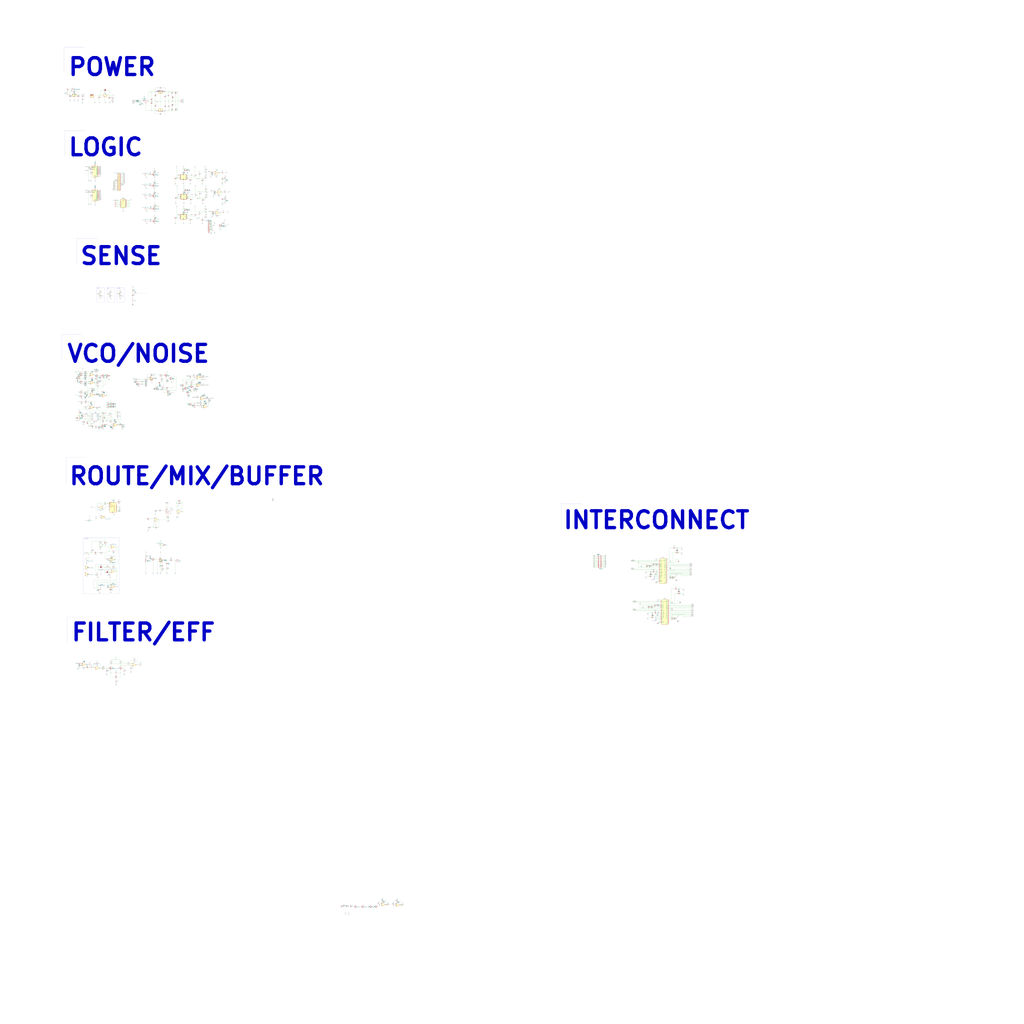
<source format=kicad_sch>
(kicad_sch (version 20211123) (generator eeschema)
  (paper "User" 3048 3048)
  (lib_symbols
    (symbol "4xxx:4017" (pin_names (offset 1.016))
      (property "Reference" "U" (at -7.62 16.51 0))
      (property "Value" "4017" (at -7.62 -19.05 0))
      (symbol "4017_1_0"
        (pin output line (at 12.7 0 180) (length 5.08) (name "Q5") (number "1"))
        (pin output line (at 12.7 2.54 180) (length 5.08) (name "Q4") (number "10"))
        (pin output line (at 12.7 -10.16 180) (length 5.08) (name "Q9") (number "11"))
        (pin output line (at 12.7 -15.24 180) (length 5.08) (name "Cout") (number "12"))
        (pin input inverted (at -12.7 10.16 0) (length 5.08) (name "CKEN") (number "13"))
        (pin input clock (at -12.7 12.7 0) (length 5.08) (name "CLK") (number "14"))
        (pin input line (at -12.7 5.08 0) (length 5.08) (name "Reset") (number "15"))
        (pin power_in line (at 0 20.32 270) (length 5.08) (name "VDD") (number "16"))
        (pin output line (at 12.7 10.16 180) (length 5.08) (name "Q1") (number "2"))
        (pin output line (at 12.7 12.7 180) (length 5.08) (name "Q0") (number "3"))
        (pin output line (at 12.7 7.62 180) (length 5.08) (name "Q2") (number "4"))
        (pin output line (at 12.7 -2.54 180) (length 5.08) (name "Q6") (number "5"))
        (pin output line (at 12.7 -5.08 180) (length 5.08) (name "Q7") (number "6"))
        (pin output line (at 12.7 5.08 180) (length 5.08) (name "Q3") (number "7"))
        (pin power_in line (at 0 -22.86 90) (length 5.08) (name "VSS") (number "8"))
        (pin output line (at 12.7 -7.62 180) (length 5.08) (name "Q8") (number "9"))
      )
    )
    (symbol "4xxx:4020" (pin_names (offset 1.016))
      (property "Reference" "U" (at -7.62 16.51 0))
      (property "Value" "4020" (at -7.62 -19.05 0))
      (symbol "4020_1_0"
        (pin output line (at 12.7 -10.16 180) (length 5.08) (name "Q11") (number "1"))
        (pin input inverted_clock (at -12.7 12.7 0) (length 5.08) (name "CLK") (number "10"))
        (pin input line (at -12.7 7.62 0) (length 5.08) (name "Reset") (number "11"))
        (pin output line (at 12.7 -2.54 180) (length 5.08) (name "Q8") (number "12"))
        (pin output line (at 12.7 0 180) (length 5.08) (name "Q7") (number "13"))
        (pin output line (at 12.7 -5.08 180) (length 5.08) (name "Q9") (number "14"))
        (pin output line (at 12.7 -7.62 180) (length 5.08) (name "Q10") (number "15"))
        (pin power_in line (at 0 20.32 270) (length 5.08) (name "VDD") (number "16"))
        (pin output line (at 12.7 -12.7 180) (length 5.08) (name "Q12") (number "2"))
        (pin output line (at 12.7 -15.24 180) (length 5.08) (name "Q13") (number "3"))
        (pin output line (at 12.7 5.08 180) (length 5.08) (name "Q5") (number "4"))
        (pin output line (at 12.7 7.62 180) (length 5.08) (name "Q4") (number "5"))
        (pin output line (at 12.7 2.54 180) (length 5.08) (name "Q6") (number "6"))
        (pin output line (at 12.7 10.16 180) (length 5.08) (name "Q3") (number "7"))
        (pin power_in line (at 0 -22.86 90) (length 5.08) (name "VSS") (number "8"))
        (pin output line (at 12.7 12.7 180) (length 5.08) (name "Q0") (number "9"))
      )
    )
    (symbol "Amplifier_Audio:LM386" (pin_names (offset 0.127))
      (property "Reference" "U" (at 1.27 7.62 0))
      (property "Value" "LM386" (at 1.27 5.08 0))
      (symbol "LM386_1_1"
        (pin input line (at 0 -7.62 90) (length 5.08) (name "GAIN") (number "1"))
        (pin input line (at -7.62 -2.54 0) (length 2.54) (name "-") (number "2"))
        (pin input line (at -7.62 2.54 0) (length 2.54) (name "+") (number "3"))
        (pin power_in line (at -2.54 -7.62 90) (length 3.81) (name "GND") (number "4"))
        (pin output line (at 7.62 0 180) (length 2.54) (name "~") (number "5"))
        (pin power_in line (at -2.54 7.62 270) (length 3.81) (name "V+") (number "6"))
        (pin input line (at 0 7.62 270) (length 5.08) (name "BYPASS") (number "7"))
        (pin input line (at 2.54 -7.62 90) (length 6.35) (name "GAIN") (number "8"))
      )
    )
    (symbol "Amplifier_Operational:LM358" (pin_names (offset 0.127))
      (property "Reference" "U" (at 0 5.08 0))
      (property "Value" "LM358" (at 0 -5.08 0))
      (symbol "LM358_1_1"
        (pin output line (at 7.62 0 180) (length 2.54) (name "~") (number "1"))
        (pin input line (at -7.62 -2.54 0) (length 2.54) (name "-") (number "2"))
        (pin input line (at -7.62 2.54 0) (length 2.54) (name "+") (number "3"))
      )
      (symbol "LM358_2_1"
        (pin input line (at -7.62 2.54 0) (length 2.54) (name "+") (number "5"))
        (pin input line (at -7.62 -2.54 0) (length 2.54) (name "-") (number "6"))
        (pin output line (at 7.62 0 180) (length 2.54) (name "~") (number "7"))
      )
      (symbol "LM358_3_1"
        (pin power_in line (at -2.54 -7.62 90) (length 3.81) (name "V-") (number "4"))
        (pin power_in line (at -2.54 7.62 270) (length 3.81) (name "V+") (number "8"))
      )
    )
    (symbol "Amplifier_Operational:LM741" (pin_names (offset 0.127))
      (property "Reference" "U" (at 0 6.35 0))
      (property "Value" "LM741" (at 0 3.81 0))
      (symbol "LM741_1_1"
        (pin input line (at 0 -7.62 90) (length 5.08) (name "NULL") (number "1"))
        (pin input line (at -7.62 -2.54 0) (length 2.54) (name "-") (number "2"))
        (pin input line (at -7.62 2.54 0) (length 2.54) (name "+") (number "3"))
        (pin power_in line (at -2.54 -7.62 90) (length 3.81) (name "V-") (number "4"))
        (pin input line (at 2.54 -7.62 90) (length 6.35) (name "NULL") (number "5"))
        (pin output line (at 7.62 0 180) (length 2.54) (name "~") (number "6"))
        (pin power_in line (at -2.54 7.62 270) (length 3.81) (name "V+") (number "7"))
        (pin no_connect line (at 0 2.54 270) (length 2.54) hide (name "NC") (number "8"))
      )
    )
    (symbol "Amplifier_Operational:NE5532" (pin_names (offset 0.127))
      (property "Reference" "U" (at 0 5.08 0))
      (property "Value" "NE5532" (at 0 -5.08 0))
      (symbol "NE5532_1_1"
        (pin output line (at 7.62 0 180) (length 2.54) (name "~") (number "1"))
        (pin input line (at -7.62 -2.54 0) (length 2.54) (name "-") (number "2"))
        (pin input line (at -7.62 2.54 0) (length 2.54) (name "+") (number "3"))
      )
      (symbol "NE5532_2_1"
        (pin input line (at -7.62 2.54 0) (length 2.54) (name "+") (number "5"))
        (pin input line (at -7.62 -2.54 0) (length 2.54) (name "-") (number "6"))
        (pin output line (at 7.62 0 180) (length 2.54) (name "~") (number "7"))
      )
      (symbol "NE5532_3_1"
        (pin power_in line (at -2.54 -7.62 90) (length 3.81) (name "V-") (number "4"))
        (pin power_in line (at -2.54 7.62 270) (length 3.81) (name "V+") (number "8"))
      )
    )
    (symbol "Amplifier_Operational:TL072" (pin_names (offset 0.127))
      (property "Reference" "U" (at 0 5.08 0))
      (property "Value" "TL072" (at 0 -5.08 0))
      (symbol "TL072_1_1"
        (pin output line (at 7.62 0 180) (length 2.54) (name "~") (number "1"))
        (pin input line (at -7.62 -2.54 0) (length 2.54) (name "-") (number "2"))
        (pin input line (at -7.62 2.54 0) (length 2.54) (name "+") (number "3"))
      )
      (symbol "TL072_2_1"
        (pin input line (at -7.62 2.54 0) (length 2.54) (name "+") (number "5"))
        (pin input line (at -7.62 -2.54 0) (length 2.54) (name "-") (number "6"))
        (pin output line (at 7.62 0 180) (length 2.54) (name "~") (number "7"))
      )
      (symbol "TL072_3_1"
        (pin power_in line (at -2.54 -7.62 90) (length 3.81) (name "V-") (number "4"))
        (pin power_in line (at -2.54 7.62 270) (length 3.81) (name "V+") (number "8"))
      )
    )
    (symbol "Amplifier_Operational:TL074" (pin_names (offset 0.127))
      (property "Reference" "U" (at 0 5.08 0))
      (property "Value" "TL074" (at 0 -5.08 0))
      (symbol "TL074_1_1"
        (pin output line (at 7.62 0 180) (length 2.54) (name "~") (number "1"))
        (pin input line (at -7.62 -2.54 0) (length 2.54) (name "-") (number "2"))
        (pin input line (at -7.62 2.54 0) (length 2.54) (name "+") (number "3"))
      )
      (symbol "TL074_2_1"
        (pin input line (at -7.62 2.54 0) (length 2.54) (name "+") (number "5"))
        (pin input line (at -7.62 -2.54 0) (length 2.54) (name "-") (number "6"))
        (pin output line (at 7.62 0 180) (length 2.54) (name "~") (number "7"))
      )
      (symbol "TL074_3_1"
        (pin input line (at -7.62 2.54 0) (length 2.54) (name "+") (number "10"))
        (pin output line (at 7.62 0 180) (length 2.54) (name "~") (number "8"))
        (pin input line (at -7.62 -2.54 0) (length 2.54) (name "-") (number "9"))
      )
      (symbol "TL074_4_1"
        (pin input line (at -7.62 2.54 0) (length 2.54) (name "+") (number "12"))
        (pin input line (at -7.62 -2.54 0) (length 2.54) (name "-") (number "13"))
        (pin output line (at 7.62 0 180) (length 2.54) (name "~") (number "14"))
      )
      (symbol "TL074_5_1"
        (pin power_in line (at -2.54 -7.62 90) (length 3.81) (name "V-") (number "11"))
        (pin power_in line (at -2.54 7.62 270) (length 3.81) (name "V+") (number "4"))
      )
    )
    (symbol "Amplifier_Operational:TL082" (pin_names (offset 0.127))
      (property "Reference" "U" (at 0 5.08 0))
      (property "Value" "TL082" (at 0 -5.08 0))
      (symbol "TL082_1_1"
        (pin output line (at 7.62 0 180) (length 2.54) (name "~") (number "1"))
        (pin input line (at -7.62 -2.54 0) (length 2.54) (name "-") (number "2"))
        (pin input line (at -7.62 2.54 0) (length 2.54) (name "+") (number "3"))
      )
      (symbol "TL082_2_1"
        (pin input line (at -7.62 2.54 0) (length 2.54) (name "+") (number "5"))
        (pin input line (at -7.62 -2.54 0) (length 2.54) (name "-") (number "6"))
        (pin output line (at 7.62 0 180) (length 2.54) (name "~") (number "7"))
      )
      (symbol "TL082_3_1"
        (pin power_in line (at -2.54 -7.62 90) (length 3.81) (name "V-") (number "4"))
        (pin power_in line (at -2.54 7.62 270) (length 3.81) (name "V+") (number "8"))
      )
    )
    (symbol "Analog_Switch:CD4051B"
      (property "Reference" "U" (at -10.16 16.51 0))
      (property "Value" "CD4051B" (at 3.81 16.51 0))
      (symbol "CD4051B_1_1"
        (pin bidirectional line (at 12.7 -5.08 180) (length 2.54) (name "X4") (number "1"))
        (pin input line (at -12.7 10.16 0) (length 2.54) (name "B") (number "10"))
        (pin input line (at -12.7 12.7 0) (length 2.54) (name "A") (number "11"))
        (pin bidirectional line (at 12.7 -2.54 180) (length 2.54) (name "X3") (number "12"))
        (pin bidirectional line (at 12.7 5.08 180) (length 2.54) (name "X0") (number "13"))
        (pin bidirectional line (at 12.7 2.54 180) (length 2.54) (name "X1") (number "14"))
        (pin bidirectional line (at 12.7 0 180) (length 2.54) (name "X2") (number "15"))
        (pin power_in line (at 2.54 17.78 270) (length 2.54) (name "VDD") (number "16"))
        (pin bidirectional line (at 12.7 -10.16 180) (length 2.54) (name "X6") (number "2"))
        (pin bidirectional line (at -12.7 2.54 0) (length 2.54) (name "X") (number "3"))
        (pin bidirectional line (at 12.7 -12.7 180) (length 2.54) (name "X7") (number "4"))
        (pin bidirectional line (at 12.7 -7.62 180) (length 2.54) (name "X5") (number "5"))
        (pin input line (at -12.7 0 0) (length 2.54) (name "INH") (number "6"))
        (pin power_in line (at -2.54 -17.78 90) (length 2.54) (name "VEE") (number "7"))
        (pin power_in line (at 0 -17.78 90) (length 2.54) (name "VSS") (number "8"))
        (pin input line (at -12.7 7.62 0) (length 2.54) (name "C") (number "9"))
      )
    )
    (symbol "Connector:Conn_01x02_Female" (pin_names (offset 1.016) hide)
      (property "Reference" "J" (at 0 2.54 0))
      (property "Value" "Conn_01x02_Female" (at 0 -5.08 0))
      (symbol "Conn_01x02_Female_1_1"
        (pin passive line (at -5.08 0 0) (length 3.81) (name "Pin_1") (number "1"))
        (pin passive line (at -5.08 -2.54 0) (length 3.81) (name "Pin_2") (number "2"))
      )
    )
    (symbol "Connector:Conn_01x08_Male" (pin_names (offset 1.016) hide)
      (property "Reference" "J" (at 0 10.16 0))
      (property "Value" "Conn_01x08_Male" (at 0 -12.7 0))
      (symbol "Conn_01x08_Male_1_1"
        (pin passive line (at 5.08 7.62 180) (length 3.81) (name "Pin_1") (number "1"))
        (pin passive line (at 5.08 5.08 180) (length 3.81) (name "Pin_2") (number "2"))
        (pin passive line (at 5.08 2.54 180) (length 3.81) (name "Pin_3") (number "3"))
        (pin passive line (at 5.08 0 180) (length 3.81) (name "Pin_4") (number "4"))
        (pin passive line (at 5.08 -2.54 180) (length 3.81) (name "Pin_5") (number "5"))
        (pin passive line (at 5.08 -5.08 180) (length 3.81) (name "Pin_6") (number "6"))
        (pin passive line (at 5.08 -7.62 180) (length 3.81) (name "Pin_7") (number "7"))
        (pin passive line (at 5.08 -10.16 180) (length 3.81) (name "Pin_8") (number "8"))
      )
    )
    (symbol "Connector:Conn_01x14_Male" (pin_names (offset 1.016) hide)
      (property "Reference" "J" (at 0 17.78 0))
      (property "Value" "Conn_01x14_Male" (at 0 -20.32 0))
      (symbol "Conn_01x14_Male_1_1"
        (pin passive line (at 5.08 15.24 180) (length 3.81) (name "Pin_1") (number "1"))
        (pin passive line (at 5.08 -7.62 180) (length 3.81) (name "Pin_10") (number "10"))
        (pin passive line (at 5.08 -10.16 180) (length 3.81) (name "Pin_11") (number "11"))
        (pin passive line (at 5.08 -12.7 180) (length 3.81) (name "Pin_12") (number "12"))
        (pin passive line (at 5.08 -15.24 180) (length 3.81) (name "Pin_13") (number "13"))
        (pin passive line (at 5.08 -17.78 180) (length 3.81) (name "Pin_14") (number "14"))
        (pin passive line (at 5.08 12.7 180) (length 3.81) (name "Pin_2") (number "2"))
        (pin passive line (at 5.08 10.16 180) (length 3.81) (name "Pin_3") (number "3"))
        (pin passive line (at 5.08 7.62 180) (length 3.81) (name "Pin_4") (number "4"))
        (pin passive line (at 5.08 5.08 180) (length 3.81) (name "Pin_5") (number "5"))
        (pin passive line (at 5.08 2.54 180) (length 3.81) (name "Pin_6") (number "6"))
        (pin passive line (at 5.08 0 180) (length 3.81) (name "Pin_7") (number "7"))
        (pin passive line (at 5.08 -2.54 180) (length 3.81) (name "Pin_8") (number "8"))
        (pin passive line (at 5.08 -5.08 180) (length 3.81) (name "Pin_9") (number "9"))
      )
    )
    (symbol "Connector:Conn_01x15_Female" (pin_names (offset 1.016) hide)
      (property "Reference" "J" (at 0 20.32 0))
      (property "Value" "Conn_01x15_Female" (at 0 -20.32 0))
      (symbol "Conn_01x15_Female_1_1"
        (pin passive line (at -5.08 17.78 0) (length 3.81) (name "Pin_1") (number "1"))
        (pin passive line (at -5.08 -5.08 0) (length 3.81) (name "Pin_10") (number "10"))
        (pin passive line (at -5.08 -7.62 0) (length 3.81) (name "Pin_11") (number "11"))
        (pin passive line (at -5.08 -10.16 0) (length 3.81) (name "Pin_12") (number "12"))
        (pin passive line (at -5.08 -12.7 0) (length 3.81) (name "Pin_13") (number "13"))
        (pin passive line (at -5.08 -15.24 0) (length 3.81) (name "Pin_14") (number "14"))
        (pin passive line (at -5.08 -17.78 0) (length 3.81) (name "Pin_15") (number "15"))
        (pin passive line (at -5.08 15.24 0) (length 3.81) (name "Pin_2") (number "2"))
        (pin passive line (at -5.08 12.7 0) (length 3.81) (name "Pin_3") (number "3"))
        (pin passive line (at -5.08 10.16 0) (length 3.81) (name "Pin_4") (number "4"))
        (pin passive line (at -5.08 7.62 0) (length 3.81) (name "Pin_5") (number "5"))
        (pin passive line (at -5.08 5.08 0) (length 3.81) (name "Pin_6") (number "6"))
        (pin passive line (at -5.08 2.54 0) (length 3.81) (name "Pin_7") (number "7"))
        (pin passive line (at -5.08 0 0) (length 3.81) (name "Pin_8") (number "8"))
        (pin passive line (at -5.08 -2.54 0) (length 3.81) (name "Pin_9") (number "9"))
      )
    )
    (symbol "Connector:Jack-DC" (pin_names (offset 1.016))
      (property "Reference" "J" (at 0 5.334 0))
      (property "Value" "Jack-DC" (at 0 -5.08 0))
      (symbol "Jack-DC_1_1"
        (pin passive line (at 7.62 2.54 180) (length 2.54) (name "~") (number "1"))
        (pin passive line (at 7.62 -2.54 180) (length 2.54) (name "~") (number "2"))
      )
    )
    (symbol "Connector_Generic:Conn_02x20_Counter_Clockwise" (pin_names (offset 1.016) hide)
      (property "Reference" "J" (at 1.27 25.4 0))
      (property "Value" "Conn_02x20_Counter_Clockwise" (at 1.27 -27.94 0))
      (symbol "Conn_02x20_Counter_Clockwise_1_1"
        (pin passive line (at -5.08 22.86 0) (length 3.81) (name "Pin_1") (number "1"))
        (pin passive line (at -5.08 0 0) (length 3.81) (name "Pin_10") (number "10"))
        (pin passive line (at -5.08 -2.54 0) (length 3.81) (name "Pin_11") (number "11"))
        (pin passive line (at -5.08 -5.08 0) (length 3.81) (name "Pin_12") (number "12"))
        (pin passive line (at -5.08 -7.62 0) (length 3.81) (name "Pin_13") (number "13"))
        (pin passive line (at -5.08 -10.16 0) (length 3.81) (name "Pin_14") (number "14"))
        (pin passive line (at -5.08 -12.7 0) (length 3.81) (name "Pin_15") (number "15"))
        (pin passive line (at -5.08 -15.24 0) (length 3.81) (name "Pin_16") (number "16"))
        (pin passive line (at -5.08 -17.78 0) (length 3.81) (name "Pin_17") (number "17"))
        (pin passive line (at -5.08 -20.32 0) (length 3.81) (name "Pin_18") (number "18"))
        (pin passive line (at -5.08 -22.86 0) (length 3.81) (name "Pin_19") (number "19"))
        (pin passive line (at -5.08 20.32 0) (length 3.81) (name "Pin_2") (number "2"))
        (pin passive line (at -5.08 -25.4 0) (length 3.81) (name "Pin_20") (number "20"))
        (pin passive line (at 7.62 -25.4 180) (length 3.81) (name "Pin_21") (number "21"))
        (pin passive line (at 7.62 -22.86 180) (length 3.81) (name "Pin_22") (number "22"))
        (pin passive line (at 7.62 -20.32 180) (length 3.81) (name "Pin_23") (number "23"))
        (pin passive line (at 7.62 -17.78 180) (length 3.81) (name "Pin_24") (number "24"))
        (pin passive line (at 7.62 -15.24 180) (length 3.81) (name "Pin_25") (number "25"))
        (pin passive line (at 7.62 -12.7 180) (length 3.81) (name "Pin_26") (number "26"))
        (pin passive line (at 7.62 -10.16 180) (length 3.81) (name "Pin_27") (number "27"))
        (pin passive line (at 7.62 -7.62 180) (length 3.81) (name "Pin_28") (number "28"))
        (pin passive line (at 7.62 -5.08 180) (length 3.81) (name "Pin_29") (number "29"))
        (pin passive line (at -5.08 17.78 0) (length 3.81) (name "Pin_3") (number "3"))
        (pin passive line (at 7.62 -2.54 180) (length 3.81) (name "Pin_30") (number "30"))
        (pin passive line (at 7.62 0 180) (length 3.81) (name "Pin_31") (number "31"))
        (pin passive line (at 7.62 2.54 180) (length 3.81) (name "Pin_32") (number "32"))
        (pin passive line (at 7.62 5.08 180) (length 3.81) (name "Pin_33") (number "33"))
        (pin passive line (at 7.62 7.62 180) (length 3.81) (name "Pin_34") (number "34"))
        (pin passive line (at 7.62 10.16 180) (length 3.81) (name "Pin_35") (number "35"))
        (pin passive line (at 7.62 12.7 180) (length 3.81) (name "Pin_36") (number "36"))
        (pin passive line (at 7.62 15.24 180) (length 3.81) (name "Pin_37") (number "37"))
        (pin passive line (at 7.62 17.78 180) (length 3.81) (name "Pin_38") (number "38"))
        (pin passive line (at 7.62 20.32 180) (length 3.81) (name "Pin_39") (number "39"))
        (pin passive line (at -5.08 15.24 0) (length 3.81) (name "Pin_4") (number "4"))
        (pin passive line (at 7.62 22.86 180) (length 3.81) (name "Pin_40") (number "40"))
        (pin passive line (at -5.08 12.7 0) (length 3.81) (name "Pin_5") (number "5"))
        (pin passive line (at -5.08 10.16 0) (length 3.81) (name "Pin_6") (number "6"))
        (pin passive line (at -5.08 7.62 0) (length 3.81) (name "Pin_7") (number "7"))
        (pin passive line (at -5.08 5.08 0) (length 3.81) (name "Pin_8") (number "8"))
        (pin passive line (at -5.08 2.54 0) (length 3.81) (name "Pin_9") (number "9"))
      )
    )
    (symbol "Device:C" (pin_numbers hide) (pin_names (offset 0.254))
      (property "Reference" "C" (at 0.635 2.54 0))
      (property "Value" "C" (at 0.635 -2.54 0))
      (symbol "C_1_1"
        (pin passive line (at 0 3.81 270) (length 2.794) (name "~") (number "1"))
        (pin passive line (at 0 -3.81 90) (length 2.794) (name "~") (number "2"))
      )
    )
    (symbol "Device:D" (pin_numbers hide) (pin_names (offset 1.016) hide)
      (property "Reference" "D" (at 0 2.54 0))
      (property "Value" "D" (at 0 -2.54 0))
      (symbol "D_1_1"
        (pin passive line (at -3.81 0 0) (length 2.54) (name "K") (number "1"))
        (pin passive line (at 3.81 0 180) (length 2.54) (name "A") (number "2"))
      )
    )
    (symbol "Device:Fuse" (pin_numbers hide) (pin_names (offset 0))
      (property "Reference" "F" (at 2.032 0 90))
      (property "Value" "Fuse" (at -1.905 0 90))
      (symbol "Fuse_1_1"
        (pin passive line (at 0 3.81 270) (length 1.27) (name "~") (number "1"))
        (pin passive line (at 0 -3.81 90) (length 1.27) (name "~") (number "2"))
      )
    )
    (symbol "Device:LED" (pin_numbers hide) (pin_names (offset 1.016) hide)
      (property "Reference" "D" (at 0 2.54 0))
      (property "Value" "LED" (at 0 -2.54 0))
      (symbol "LED_1_1"
        (pin passive line (at -3.81 0 0) (length 2.54) (name "K") (number "1"))
        (pin passive line (at 3.81 0 180) (length 2.54) (name "A") (number "2"))
      )
    )
    (symbol "Device:Microphone" (pin_names (offset 0.0254) hide)
      (property "Reference" "MK" (at -3.81 1.27 0))
      (property "Value" "Microphone" (at -3.81 -0.635 0))
      (symbol "Microphone_1_1"
        (pin passive line (at 0 -5.08 90) (length 2.54) (name "-") (number "1"))
        (pin passive line (at 0 5.08 270) (length 2.54) (name "+") (number "2"))
      )
    )
    (symbol "Device:Q_NPN_BCE" (pin_names (offset 0) hide)
      (property "Reference" "Q" (at 5.08 1.27 0))
      (property "Value" "Q_NPN_BCE" (at 5.08 -1.27 0))
      (symbol "Q_NPN_BCE_1_1"
        (pin input line (at -5.08 0 0) (length 5.715) (name "B") (number "1"))
        (pin passive line (at 2.54 5.08 270) (length 2.54) (name "C") (number "2"))
        (pin passive line (at 2.54 -5.08 90) (length 2.54) (name "E") (number "3"))
      )
    )
    (symbol "Device:Q_PNP_BCE" (pin_names (offset 0) hide)
      (property "Reference" "Q" (at 5.08 1.27 0))
      (property "Value" "Q_PNP_BCE" (at 5.08 -1.27 0))
      (symbol "Q_PNP_BCE_1_1"
        (pin input line (at -5.08 0 0) (length 5.715) (name "B") (number "1"))
        (pin passive line (at 2.54 5.08 270) (length 2.54) (name "C") (number "2"))
        (pin passive line (at 2.54 -5.08 90) (length 2.54) (name "E") (number "3"))
      )
    )
    (symbol "Device:R" (pin_numbers hide) (pin_names (offset 0))
      (property "Reference" "R" (at 2.032 0 90))
      (property "Value" "R" (at 0 0 90))
      (symbol "R_1_1"
        (pin passive line (at 0 3.81 270) (length 1.27) (name "~") (number "1"))
        (pin passive line (at 0 -3.81 90) (length 1.27) (name "~") (number "2"))
      )
    )
    (symbol "Device:R_Potentiometer" (pin_names (offset 1.016) hide)
      (property "Reference" "RV" (at -4.445 0 90))
      (property "Value" "R_Potentiometer" (at -2.54 0 90))
      (symbol "R_Potentiometer_1_1"
        (pin passive line (at 0 3.81 270) (length 1.27) (name "1") (number "1"))
        (pin passive line (at 3.81 0 180) (length 1.27) (name "2") (number "2"))
        (pin passive line (at 0 -3.81 90) (length 1.27) (name "3") (number "3"))
      )
    )
    (symbol "Device:Speaker" (pin_names (offset 0) hide)
      (property "Reference" "LS" (at 1.27 5.715 0))
      (property "Value" "Speaker" (at 1.27 3.81 0))
      (symbol "Speaker_1_1"
        (pin input line (at -5.08 0 0) (length 2.54) (name "1") (number "1"))
        (pin input line (at -5.08 -2.54 0) (length 2.54) (name "2") (number "2"))
      )
    )
    (symbol "Device:Thermistor_NTC" (pin_numbers hide) (pin_names (offset 0))
      (property "Reference" "TH" (at -4.445 0 90))
      (property "Value" "Thermistor_NTC" (at 3.175 0 90))
      (symbol "Thermistor_NTC_1_1"
        (pin passive line (at 0 3.81 270) (length 1.27) (name "~") (number "1"))
        (pin passive line (at 0 -3.81 90) (length 1.27) (name "~") (number "2"))
      )
    )
    (symbol "Device:Thermistor_PTC" (pin_numbers hide) (pin_names (offset 0))
      (property "Reference" "TH" (at -4.064 0 90))
      (property "Value" "Thermistor_PTC" (at 3.048 0 90))
      (symbol "Thermistor_PTC_1_1"
        (pin passive line (at 0 3.81 270) (length 1.27) (name "~") (number "1"))
        (pin passive line (at 0 -3.81 90) (length 1.27) (name "~") (number "2"))
      )
    )
    (symbol "Device:Varistor" (pin_numbers hide) (pin_names (offset 0))
      (property "Reference" "RV" (at 3.175 0 90))
      (property "Value" "Varistor" (at -3.175 0 90))
      (symbol "Varistor_0_0"
        (text "U" (at -1.778 -2.032 0) (effects (font (size 1.27 1.27))))
      )
      (symbol "Varistor_1_1"
        (pin passive line (at 0 3.81 270) (length 1.27) (name "~") (number "1"))
        (pin passive line (at 0 -3.81 90) (length 1.27) (name "~") (number "2"))
      )
    )
    (symbol "Regulator_Linear:L7805" (pin_names (offset 0.254))
      (property "Reference" "U" (at -3.81 3.175 0))
      (property "Value" "L7805" (at 0 3.175 0))
      (symbol "L7805_1_1"
        (pin power_in line (at -7.62 0 0) (length 2.54) (name "IN") (number "1"))
        (pin power_in line (at 0 -7.62 90) (length 2.54) (name "GND") (number "2"))
        (pin power_out line (at 7.62 0 180) (length 2.54) (name "OUT") (number "3"))
      )
    )
    (symbol "Regulator_Linear:L7812" (pin_names (offset 0.254))
      (property "Reference" "U" (at -3.81 3.175 0))
      (property "Value" "L7812" (at 0 3.175 0))
      (symbol "L7812_1_1"
        (pin power_in line (at -7.62 0 0) (length 2.54) (name "IN") (number "1"))
        (pin power_in line (at 0 -7.62 90) (length 2.54) (name "GND") (number "2"))
        (pin power_out line (at 7.62 0 180) (length 2.54) (name "OUT") (number "3"))
      )
    )
    (symbol "Switch:SW_DPDT_x2" (pin_names (offset 0) hide)
      (property "Reference" "SW" (at 0 4.318 0))
      (property "Value" "SW_DPDT_x2" (at 0 -5.08 0))
      (symbol "SW_DPDT_x2_1_1"
        (pin passive line (at 5.08 2.54 180) (length 2.54) (name "A") (number "1"))
        (pin passive line (at -5.08 0 0) (length 2.54) (name "B") (number "2"))
        (pin passive line (at 5.08 -2.54 180) (length 2.54) (name "C") (number "3"))
      )
      (symbol "SW_DPDT_x2_2_1"
        (pin passive line (at 5.08 2.54 180) (length 2.54) (name "A") (number "4"))
        (pin passive line (at -5.08 0 0) (length 2.54) (name "B") (number "5"))
        (pin passive line (at 5.08 -2.54 180) (length 2.54) (name "C") (number "6"))
      )
    )
    (symbol "Switch:SW_SPDT" (pin_names (offset 0) hide)
      (property "Reference" "SW" (at 0 4.318 0))
      (property "Value" "SW_SPDT" (at 0 -5.08 0))
      (symbol "SW_SPDT_1_1"
        (pin passive line (at 5.08 2.54 180) (length 2.54) (name "A") (number "1"))
        (pin passive line (at -5.08 0 0) (length 2.54) (name "B") (number "2"))
        (pin passive line (at 5.08 -2.54 180) (length 2.54) (name "C") (number "3"))
      )
    )
    (symbol "Switch:SW_SPST" (pin_names (offset 0) hide)
      (property "Reference" "SW" (at 0 3.175 0))
      (property "Value" "SW_SPST" (at 0 -2.54 0))
      (symbol "SW_SPST_1_1"
        (pin passive line (at -5.08 0 0) (length 2.54) (name "A") (number "1"))
        (pin passive line (at 5.08 0 180) (length 2.54) (name "B") (number "2"))
      )
    )
    (symbol "Transistor_Array:ULN2803A"
      (property "Reference" "U" (at 0 13.335 0))
      (property "Value" "ULN2803A" (at 0 11.43 0))
      (symbol "ULN2803A_1_1"
        (pin input line (at -10.16 5.08 0) (length 2.54) (name "I1") (number "1"))
        (pin passive line (at 10.16 7.62 180) (length 2.54) (name "COM") (number "10"))
        (pin open_collector line (at 10.16 -12.7 180) (length 2.54) (name "O8") (number "11"))
        (pin open_collector line (at 10.16 -10.16 180) (length 2.54) (name "O7") (number "12"))
        (pin open_collector line (at 10.16 -7.62 180) (length 2.54) (name "O6") (number "13"))
        (pin open_collector line (at 10.16 -5.08 180) (length 2.54) (name "O5") (number "14"))
        (pin open_collector line (at 10.16 -2.54 180) (length 2.54) (name "O4") (number "15"))
        (pin open_collector line (at 10.16 0 180) (length 2.54) (name "O3") (number "16"))
        (pin open_collector line (at 10.16 2.54 180) (length 2.54) (name "O2") (number "17"))
        (pin open_collector line (at 10.16 5.08 180) (length 2.54) (name "O1") (number "18"))
        (pin input line (at -10.16 2.54 0) (length 2.54) (name "I2") (number "2"))
        (pin input line (at -10.16 0 0) (length 2.54) (name "I3") (number "3"))
        (pin input line (at -10.16 -2.54 0) (length 2.54) (name "I4") (number "4"))
        (pin input line (at -10.16 -5.08 0) (length 2.54) (name "I5") (number "5"))
        (pin input line (at -10.16 -7.62 0) (length 2.54) (name "I6") (number "6"))
        (pin input line (at -10.16 -10.16 0) (length 2.54) (name "I7") (number "7"))
        (pin input line (at -10.16 -12.7 0) (length 2.54) (name "I8") (number "8"))
        (pin power_in line (at 0 -17.78 90) (length 2.54) (name "GND") (number "9"))
      )
    )
    (symbol "Transistor_BJT:MAT02" (pin_names (offset 0) hide)
      (property "Reference" "Q" (at 5.08 1.905 0))
      (property "Value" "MAT02" (at 5.08 0 0))
      (symbol "MAT02_1_1"
        (pin passive line (at 2.54 5.08 270) (length 2.54) (name "C") (number "1"))
        (pin input line (at -5.08 0 0) (length 5.08) (name "B") (number "2"))
        (pin passive line (at 2.54 -5.08 90) (length 2.54) (name "E") (number "3"))
      )
      (symbol "MAT02_2_1"
        (pin passive line (at 2.54 -5.08 90) (length 2.54) (name "E") (number "4"))
        (pin input line (at -5.08 0 0) (length 5.08) (name "B") (number "5"))
        (pin passive line (at 2.54 5.08 270) (length 2.54) (name "C") (number "6"))
      )
    )
    (symbol "_trnst_a-rescue:+3.3V-power" (power) (pin_names (offset 0))
      (property "Value" "+3.3V-power" (at 0 3.556 0))
      (symbol "+3.3V-power_1_1"
        (pin power_in line (at 0 0 90) (length 0) hide (name "+3V3") (number "1"))
      )
    )
    (symbol "_trnst_a-rescue:C-device" (pin_numbers hide) (pin_names (offset 0.254))
      (property "Reference" "C" (at 0.635 2.54 0))
      (property "Value" "C-device" (at 0.635 -2.54 0))
      (symbol "C-device_1_1"
        (pin passive line (at 0 3.81 270) (length 2.794) (name "~") (number "1"))
        (pin passive line (at 0 -3.81 90) (length 2.794) (name "~") (number "2"))
      )
    )
    (symbol "_trnst_a-rescue:C-vca-rescue" (pin_numbers hide) (pin_names (offset 0.254))
      (property "Reference" "C" (at 0.635 2.54 0))
      (property "Value" "C-vca-rescue" (at 0.635 -2.54 0))
      (symbol "C-vca-rescue_1_1"
        (pin passive line (at 0 3.81 270) (length 2.794) (name "~") (number "1"))
        (pin passive line (at 0 -3.81 90) (length 2.794) (name "~") (number "2"))
      )
    )
    (symbol "_trnst_a-rescue:CONN_01X03-psu-2-rescue" (pin_names (offset 1.016) hide)
      (property "Reference" "J" (at 0 5.08 0))
      (property "Value" "CONN_01X03-psu-2-rescue" (at 2.54 0 90))
      (symbol "CONN_01X03-psu-2-rescue_1_1"
        (pin passive line (at -5.08 2.54 0) (length 3.81) (name "P1") (number "1"))
        (pin passive line (at -5.08 0 0) (length 3.81) (name "P2") (number "2"))
        (pin passive line (at -5.08 -2.54 0) (length 3.81) (name "P3") (number "3"))
      )
    )
    (symbol "_trnst_a-rescue:CP-Device" (pin_numbers hide) (pin_names (offset 0.254))
      (property "Reference" "C" (at 0.635 2.54 0))
      (property "Value" "CP-Device" (at 0.635 -2.54 0))
      (symbol "CP-Device_1_1"
        (pin passive line (at 0 3.81 270) (length 2.794) (name "~") (number "1"))
        (pin passive line (at 0 -3.81 90) (length 2.794) (name "~") (number "2"))
      )
    )
    (symbol "_trnst_a-rescue:CP-device" (pin_numbers hide) (pin_names (offset 0.254))
      (property "Reference" "C" (at 0.635 2.54 0))
      (property "Value" "CP-device" (at 0.635 -2.54 0))
      (symbol "CP-device_1_1"
        (pin passive line (at 0 3.81 270) (length 2.794) (name "~") (number "1"))
        (pin passive line (at 0 -3.81 90) (length 2.794) (name "~") (number "2"))
      )
    )
    (symbol "_trnst_a-rescue:D-device" (pin_numbers hide) (pin_names (offset 1.016) hide)
      (property "Reference" "D" (at 0 2.54 0))
      (property "Value" "D-device" (at 0 -2.54 0))
      (symbol "D-device_1_1"
        (pin passive line (at -3.81 0 0) (length 2.54) (name "K") (number "1"))
        (pin passive line (at 3.81 0 180) (length 2.54) (name "A") (number "2"))
      )
    )
    (symbol "_trnst_a-rescue:D_Bridge_+AA--psu-2-rescue" (pin_names (offset 1.27))
      (property "Reference" "D" (at 1.27 6.985 0))
      (property "Value" "D_Bridge_+AA--psu-2-rescue" (at 1.27 5.08 0))
      (symbol "D_Bridge_+AA--psu-2-rescue_1_1"
        (pin input line (at 7.62 0 180) (length 2.54) (name "+") (number "1"))
        (pin input line (at 0 7.62 270) (length 2.54) (name "~") (number "2"))
        (pin input line (at 0 -7.62 90) (length 2.54) (name "~") (number "3"))
        (pin input line (at -7.62 0 0) (length 2.54) (name "-") (number "4"))
      )
    )
    (symbol "_trnst_a-rescue:Fuse_Small-device" (pin_numbers hide) (pin_names (offset 0.254) hide)
      (property "Reference" "F" (at 0 -1.524 0))
      (property "Value" "Fuse_Small-device" (at 0 1.524 0))
      (symbol "Fuse_Small-device_1_1"
        (pin passive line (at -2.54 0 0) (length 1.27) (name "~") (number "1"))
        (pin passive line (at 2.54 0 180) (length 1.27) (name "~") (number "2"))
      )
    )
    (symbol "_trnst_a-rescue:GND-power1" (power) (pin_names (offset 0))
      (property "Value" "GND-power1" (at 0 -3.81 0))
      (symbol "GND-power1_1_1"
        (pin power_in line (at 0 0 270) (length 0) hide (name "GND") (number "1"))
      )
    )
    (symbol "_trnst_a-rescue:GND-vca-rescue" (power) (pin_names (offset 0))
      (property "Value" "GND-vca-rescue" (at 0 -3.81 0))
      (symbol "GND-vca-rescue_1_1"
        (pin power_in line (at 0 0 270) (length 0) hide (name "GND") (number "1"))
      )
    )
    (symbol "_trnst_a-rescue:Jumper-Device" (pin_names (offset 0.762) hide)
      (property "Reference" "JP" (at 0 3.81 0))
      (property "Value" "Jumper-Device" (at 0 -2.032 0))
      (symbol "Jumper-Device_0_1"
        (pin passive line (at -7.62 0 0) (length 4.191) (name "1") (number "1"))
        (pin passive line (at 7.62 0 180) (length 4.191) (name "2") (number "2"))
      )
    )
    (symbol "_trnst_a-rescue:LED-RESCUE-psu_2-psu-2-rescue" (pin_names (offset 1.016) hide)
      (property "Reference" "D" (at 0 2.54 0))
      (property "Value" "LED-RESCUE-psu_2-psu-2-rescue" (at 0 -2.54 0))
      (symbol "LED-RESCUE-psu_2-psu-2-rescue_1_1"
        (pin passive line (at -5.08 0 0) (length 3.81) (name "K") (number "1"))
        (pin passive line (at 5.08 0 180) (length 3.81) (name "A") (number "2"))
      )
    )
    (symbol "_trnst_a-rescue:LM555-Timer"
      (property "Reference" "U" (at -10.16 8.89 0))
      (property "Value" "LM555-Timer" (at 2.54 8.89 0))
      (symbol "LM555-Timer_0_0"
        (pin power_in line (at 0 -10.16 90) (length 2.54) (name "GND") (number "1"))
        (pin power_in line (at 0 10.16 270) (length 2.54) (name "VCC") (number "8"))
      )
      (symbol "LM555-Timer_1_1"
        (pin input line (at -12.7 5.08 0) (length 3.81) (name "TR") (number "2"))
        (pin output line (at 12.7 5.08 180) (length 3.81) (name "Q") (number "3"))
        (pin input inverted (at -12.7 -5.08 0) (length 3.81) (name "R") (number "4"))
        (pin input line (at -12.7 0 0) (length 3.81) (name "CV") (number "5"))
        (pin input line (at 12.7 -5.08 180) (length 3.81) (name "THR") (number "6"))
        (pin input line (at 12.7 0 180) (length 3.81) (name "DIS") (number "7"))
      )
    )
    (symbol "_trnst_a-rescue:LM7915CT-psu-2-rescue" (pin_names (offset 1.016))
      (property "Reference" "U" (at -5.08 -5.08 0))
      (property "Value" "LM7915CT-psu-2-rescue" (at 0 -5.08 0))
      (symbol "LM7915CT-psu-2-rescue_1_1"
        (pin power_in line (at 0 6.35 270) (length 2.54) (name "GND") (number "1"))
        (pin input line (at -10.16 -1.27 0) (length 3.81) (name "IN") (number "2"))
        (pin power_out line (at 10.16 -1.27 180) (length 3.81) (name "OUT") (number "3"))
      )
    )
    (symbol "_trnst_a-rescue:Opamp_Dual_Generic-Device"
      (property "Reference" "U" (at 0 5.08 0))
      (property "Value" "Opamp_Dual_Generic-Device" (at 0 -5.08 0))
      (symbol "Opamp_Dual_Generic-Device_1_1"
        (pin output line (at 7.62 0 180) (length 2.54) (name "~") (number "1"))
        (pin input line (at -7.62 -2.54 0) (length 2.54) (name "-") (number "2"))
        (pin input line (at -7.62 2.54 0) (length 2.54) (name "+") (number "3"))
      )
      (symbol "Opamp_Dual_Generic-Device_2_1"
        (pin input line (at -7.62 2.54 0) (length 2.54) (name "+") (number "5"))
        (pin input line (at -7.62 -2.54 0) (length 2.54) (name "-") (number "6"))
        (pin output line (at 7.62 0 180) (length 2.54) (name "~") (number "7"))
      )
      (symbol "Opamp_Dual_Generic-Device_3_1"
        (pin power_in line (at -2.54 -7.62 90) (length 3.81) (name "V-") (number "4"))
        (pin power_in line (at -2.54 7.62 270) (length 3.81) (name "V+") (number "8"))
      )
    )
    (symbol "_trnst_a-rescue:PCM4220-!audio_lib-dsp-sys-rescue-analogue1-rescue" (pin_names (offset 1.016))
      (property "Reference" "U" (at -8.89 34.29 0))
      (property "Value" "PCM4220-!audio_lib-dsp-sys-rescue-analogue1-rescue" (at 5.08 34.29 0))
      (symbol "PCM4220-!audio_lib-dsp-sys-rescue-analogue1-rescue_1_1"
        (pin input line (at -12.7 29.21 0) (length 2.54) (name "AGND") (number "1"))
        (pin input line (at -12.7 2.54 0) (length 2.54) (name "VINL-") (number "10"))
        (pin input line (at -12.7 0 0) (length 2.54) (name "VINR+") (number "11"))
        (pin input line (at -12.7 -2.54 0) (length 2.54) (name "AGND") (number "12"))
        (pin input line (at -12.7 -6.35 0) (length 2.54) (name "VCOML") (number "13"))
        (pin input line (at -12.7 -8.89 0) (length 2.54) (name "REFGNDL") (number "14"))
        (pin input line (at -12.7 -11.43 0) (length 2.54) (name "VREFL") (number "15"))
        (pin input line (at -12.7 -15.24 0) (length 2.54) (name "PCMEN") (number "16"))
        (pin input line (at -12.7 -17.78 0) (length 2.54) (name "HPFDR") (number "17"))
        (pin input line (at -12.7 -20.32 0) (length 2.54) (name "HPFDL") (number "18"))
        (pin input line (at -12.7 -22.86 0) (length 2.54) (name "FS0") (number "19"))
        (pin input line (at -12.7 26.67 0) (length 2.54) (name "VINR-") (number "2"))
        (pin input line (at -12.7 -25.4 0) (length 2.54) (name "FS1") (number "20"))
        (pin input line (at -12.7 -27.94 0) (length 2.54) (name "DF") (number "21"))
        (pin power_in line (at -12.7 -31.75 0) (length 2.54) (name "DGND") (number "22"))
        (pin power_in line (at -12.7 -34.29 0) (length 2.54) (name "DGND") (number "23"))
        (pin power_in line (at -12.7 -36.83 0) (length 2.54) (name "DGND") (number "24"))
        (pin input line (at 12.7 -39.37 180) (length 2.54) (name "SUB1") (number "25"))
        (pin input line (at 12.7 -36.83 180) (length 2.54) (name "SUB0") (number "26"))
        (pin no_connect line (at 12.7 -33.02 180) (length 2.54) (name "nc") (number "27"))
        (pin no_connect line (at 12.7 -30.48 180) (length 2.54) (name "nc") (number "28"))
        (pin no_connect line (at 12.7 -27.94 180) (length 2.54) (name "nc") (number "29"))
        (pin input line (at -12.7 24.13 0) (length 2.54) (name "VINR+") (number "3"))
        (pin power_in line (at 12.7 -24.13 180) (length 2.54) (name "DGND") (number "30"))
        (pin power_in line (at 12.7 -21.59 180) (length 2.54) (name "VDD") (number "31"))
        (pin output line (at 12.7 -17.78 180) (length 2.54) (name "DATA") (number "32"))
        (pin bidirectional line (at 12.7 -15.24 180) (length 2.54) (name "BCK") (number "33"))
        (pin bidirectional line (at 12.7 -12.7 180) (length 2.54) (name "LRCK") (number "34"))
        (pin input line (at 12.7 -8.89 180) (length 2.54) (name "MCKI") (number "35"))
        (pin input inverted (at 12.7 -6.35 180) (length 2.54) (name "RST") (number "36"))
        (pin output line (at 12.7 -2.54 180) (length 2.54) (name "OVFL") (number "37"))
        (pin output line (at 12.7 0 180) (length 2.54) (name "OVFR") (number "38"))
        (pin input line (at 12.7 3.81 180) (length 2.54) (name "S/M") (number "39"))
        (pin power_in line (at -12.7 19.05 0) (length 2.54) (name "VCC1") (number "4"))
        (pin power_in line (at 12.7 6.35 180) (length 2.54) (name "DGND") (number "40"))
        (pin input line (at 12.7 8.89 180) (length 2.54) (name "OWL1") (number "41"))
        (pin input line (at 12.7 11.43 180) (length 2.54) (name "OWL0") (number "42"))
        (pin input line (at 12.7 13.97 180) (length 2.54) (name "FMT1") (number "43"))
        (pin input line (at 12.7 16.51 180) (length 2.54) (name "FMT0") (number "44"))
        (pin input line (at 12.7 20.32 180) (length 2.54) (name "DGND") (number "45"))
        (pin input line (at 12.7 25.4 180) (length 2.54) (name "VFREFR") (number "46"))
        (pin input line (at 12.7 27.94 180) (length 2.54) (name "REFGNDR") (number "47"))
        (pin input line (at 12.7 30.48 180) (length 2.54) (name "VCOMR") (number "48"))
        (pin power_in line (at -12.7 16.51 0) (length 2.54) (name "AGND") (number "5"))
        (pin power_in line (at -12.7 13.97 0) (length 2.54) (name "AGND") (number "6"))
        (pin power_in line (at -12.7 11.43 0) (length 2.54) (name "AGND") (number "7"))
        (pin power_in line (at -12.7 8.89 0) (length 2.54) (name "AGND") (number "8"))
        (pin power_in line (at -12.7 6.35 0) (length 2.54) (name "VCC2") (number "9"))
      )
    )
    (symbol "_trnst_a-rescue:PWR_FLAG-power1" (power) (pin_numbers hide) (pin_names (offset 0) hide)
      (property "Value" "PWR_FLAG-power1" (at 0 3.81 0))
      (symbol "PWR_FLAG-power1_0_0"
        (pin power_out line (at 0 0 90) (length 0) (name "pwr") (number "1"))
      )
    )
    (symbol "_trnst_a-rescue:R-device" (pin_numbers hide) (pin_names (offset 0))
      (property "Reference" "R" (at 2.032 0 90))
      (property "Value" "R-device" (at 0 0 90))
      (symbol "R-device_1_1"
        (pin passive line (at 0 3.81 270) (length 1.27) (name "~") (number "1"))
        (pin passive line (at 0 -3.81 90) (length 1.27) (name "~") (number "2"))
      )
    )
    (symbol "_trnst_a-rescue:R-vca-rescue" (pin_numbers hide) (pin_names (offset 0))
      (property "Reference" "R" (at 2.032 0 90))
      (property "Value" "R-vca-rescue" (at 0 0 90))
      (symbol "R-vca-rescue_1_1"
        (pin passive line (at 0 3.81 270) (length 1.27) (name "~") (number "1"))
        (pin passive line (at 0 -3.81 90) (length 1.27) (name "~") (number "2"))
      )
    )
    (symbol "_trnst_a-rescue:R_PHOTO-Device" (pin_numbers hide) (pin_names (offset 0))
      (property "Reference" "R" (at 1.27 1.27 0))
      (property "Value" "R_PHOTO-Device" (at 1.27 0 0))
      (symbol "R_PHOTO-Device_1_1"
        (pin passive line (at 0 3.81 270) (length 1.27) (name "~") (number "1"))
        (pin passive line (at 0 -3.81 90) (length 1.27) (name "~") (number "2"))
      )
    )
    (symbol "_trnst_a-rescue:R_POT-Device" (pin_names (offset 1.016) hide)
      (property "Reference" "RV" (at -4.445 0 90))
      (property "Value" "R_POT-Device" (at -2.54 0 90))
      (symbol "R_POT-Device_1_1"
        (pin passive line (at 0 3.81 270) (length 1.27) (name "1") (number "1"))
        (pin passive line (at 3.81 0 180) (length 1.27) (name "2") (number "2"))
        (pin passive line (at 0 -3.81 90) (length 1.27) (name "3") (number "3"))
      )
    )
    (symbol "_trnst_a-rescue:R_POT_TRIM-Device" (pin_names (offset 1.016) hide)
      (property "Reference" "RV" (at -4.445 0 90))
      (property "Value" "R_POT_TRIM-Device" (at -2.54 0 90))
      (symbol "R_POT_TRIM-Device_1_1"
        (pin passive line (at 0 3.81 270) (length 1.27) (name "1") (number "1"))
        (pin passive line (at 3.81 0 180) (length 1.27) (name "2") (number "2"))
        (pin passive line (at 0 -3.81 90) (length 1.27) (name "3") (number "3"))
      )
    )
    (symbol "_trnst_a-rescue:THAT2180-vca-rescue" (pin_names (offset 0.762))
      (property "Reference" "U" (at 7.62 8.89 0))
      (property "Value" "THAT2180-vca-rescue" (at 10.16 5.08 0))
      (symbol "THAT2180-vca-rescue_0_0"
        (pin power_in line (at -1.27 -11.43 90) (length 6.985) (name "V-") (number "5"))
        (pin power_in line (at 1.27 -11.43 90) (length 8.255) (name "GND") (number "6"))
        (pin power_in line (at -1.27 11.43 270) (length 6.985) (name "V+") (number "7"))
      )
      (symbol "THAT2180-vca-rescue_1_1"
        (pin input line (at -15.24 0 0) (length 7.62) (name "E") (number "1"))
        (pin input line (at -5.08 11.43 270) (length 6.35) (name "+Vc") (number "2"))
        (pin input line (at -5.08 -11.43 90) (length 6.35) (name "-Vc") (number "3"))
        (pin input line (at 7.62 -11.43 90) (length 5.08) (name "Sym") (number "4"))
        (pin output line (at 15.24 0 180) (length 7.62) (name "~") (number "8"))
      )
    )
    (symbol "_trnst_a-rescue:TL072-vca-rescue"
      (property "Reference" "U" (at -1.27 5.08 0))
      (property "Value" "TL072-vca-rescue" (at -1.27 -6.35 0))
      (symbol "TL072-vca-rescue_0_1"
        (pin power_in line (at -2.54 -7.62 90) (length 3.81) (name "V-") (number "4"))
        (pin power_in line (at -2.54 7.62 270) (length 3.81) (name "V+") (number "8"))
      )
      (symbol "TL072-vca-rescue_1_1"
        (pin output line (at 7.62 0 180) (length 2.54) (name "~") (number "1"))
        (pin input line (at -7.62 -2.54 0) (length 2.54) (name "-") (number "2"))
        (pin input line (at -7.62 2.54 0) (length 2.54) (name "+") (number "3"))
      )
      (symbol "TL072-vca-rescue_2_1"
        (pin input line (at -7.62 2.54 0) (length 2.54) (name "+") (number "5"))
        (pin input line (at -7.62 -2.54 0) (length 2.54) (name "-") (number "6"))
        (pin output line (at 7.62 0 180) (length 2.54) (name "~") (number "7"))
      )
    )
    (symbol "_trnst_a-rescue:VCC-vca-rescue" (power) (pin_names (offset 0))
      (property "Value" "VCC-vca-rescue" (at 0 3.81 0))
      (symbol "VCC-vca-rescue_1_1"
        (pin power_in line (at 0 0 90) (length 0) hide (name "VCC") (number "1"))
      )
    )
    (symbol "_trnst_a-rescue:VEE-vca-rescue" (power) (pin_names (offset 0))
      (property "Value" "VEE-vca-rescue" (at 0 3.81 0))
      (symbol "VEE-vca-rescue_1_1"
        (pin power_in line (at 0 0 90) (length 0) hide (name "VEE") (number "1"))
      )
    )
    (symbol "_trnst_a-rescue:lm566-analogue-vcos-rescue" (pin_names (offset 1.016))
      (property "Reference" "U" (at -2.54 0 0))
      (property "Value" "lm566-analogue-vcos-rescue" (at 11.43 0 0))
      (symbol "lm566-analogue-vcos-rescue_1_1"
        (pin input line (at 17.78 -5.08 180) (length 2.54) (name "c1") (number "~"))
        (pin input line (at -6.35 -2.54 0) (length 2.54) (name "gnd") (number "~"))
        (pin input line (at 17.78 -10.16 180) (length 2.54) (name "mod_in") (number "~"))
        (pin input line (at -6.35 -5.08 0) (length 2.54) (name "nc") (number "~"))
        (pin input line (at 17.78 -7.62 180) (length 2.54) (name "r1") (number "~"))
        (pin input line (at -6.35 -7.62 0) (length 2.54) (name "sq_out") (number "~"))
        (pin input line (at -6.35 -10.16 0) (length 2.54) (name "tri_out") (number "~"))
        (pin input line (at 17.78 -2.54 180) (length 2.54) (name "v+") (number "~"))
      )
    )
    (symbol "_trnst_a-rescue:xr2206-analogue-vcos-rescue" (pin_names (offset 1.016))
      (property "Reference" "U" (at 1.27 22.86 0))
      (property "Value" "xr2206-analogue-vcos-rescue" (at 15.24 22.86 0))
      (symbol "xr2206-analogue-vcos-rescue_1_1"
        (pin input line (at -2.54 20.32 0) (length 2.54) (name "AMSI") (number "~"))
        (pin input line (at 24.13 5.08 180) (length 2.54) (name "bias") (number "~"))
        (pin input line (at 24.13 2.54 180) (length 2.54) (name "fski") (number "~"))
        (pin input line (at 24.13 10.16 180) (length 2.54) (name "gnd") (number "~"))
        (pin input line (at -2.54 15.24 0) (length 2.54) (name "mo") (number "~"))
        (pin input line (at -2.54 17.78 0) (length 2.54) (name "sto") (number "~"))
        (pin input line (at 24.13 17.78 180) (length 2.54) (name "syma1") (number "~"))
        (pin input line (at 24.13 20.32 180) (length 2.54) (name "syma2") (number "~"))
        (pin input line (at 24.13 7.62 180) (length 2.54) (name "synco") (number "~"))
        (pin input line (at -2.54 10.16 0) (length 2.54) (name "tc1") (number "~"))
        (pin input line (at -2.54 7.62 0) (length 2.54) (name "tc2") (number "~"))
        (pin input line (at -2.54 5.08 0) (length 2.54) (name "tr1") (number "~"))
        (pin input line (at -2.54 2.54 0) (length 2.54) (name "tr2") (number "~"))
        (pin input line (at -2.54 12.7 0) (length 2.54) (name "vcc") (number "~"))
        (pin input line (at 24.13 12.7 180) (length 2.54) (name "wavea1") (number "~"))
        (pin input line (at 24.13 15.24 180) (length 2.54) (name "wavea2") (number "~"))
      )
    )
    (symbol "power:+12V" (power) (pin_names (offset 0))
      (property "Value" "+12V" (at 0 3.556 0))
      (symbol "+12V_1_1"
        (pin power_in line (at 0 0 90) (length 0) hide (name "+12V") (number "1"))
      )
    )
    (symbol "power:+4V" (power) (pin_names (offset 0))
      (property "Value" "+4V" (at 0 3.556 0))
      (symbol "+4V_1_1"
        (pin power_in line (at 0 0 90) (length 0) hide (name "+4V") (number "1"))
      )
    )
    (symbol "power:+5V" (power) (pin_names (offset 0))
      (property "Value" "+5V" (at 0 3.556 0))
      (symbol "+5V_1_1"
        (pin power_in line (at 0 0 90) (length 0) hide (name "+5V") (number "1"))
      )
    )
    (symbol "power:-12V" (power) (pin_names (offset 0))
      (property "Value" "-12V" (at 0 3.81 0))
      (symbol "-12V_0_0"
        (pin power_in line (at 0 0 90) (length 0) hide (name "-12V") (number "1"))
      )
    )
    (symbol "power:GND" (power) (pin_names (offset 0))
      (property "Value" "GND" (at 0 -3.81 0))
      (symbol "GND_1_1"
        (pin power_in line (at 0 0 270) (length 0) hide (name "GND") (number "1"))
      )
    )
    (symbol "power:GNDA" (power) (pin_names (offset 0))
      (property "Value" "GNDA" (at 0 -3.81 0))
      (symbol "GNDA_1_1"
        (pin power_in line (at 0 0 270) (length 0) hide (name "GNDA") (number "1"))
      )
    )
    (symbol "power:GNDD" (power) (pin_names (offset 0))
      (property "Value" "GNDD" (at 0 -3.175 0))
      (symbol "GNDD_1_1"
        (pin power_in line (at 0 0 270) (length 0) hide (name "GNDD") (number "1"))
      )
    )
    (symbol "power:VCC" (power) (pin_names (offset 0))
      (property "Value" "VCC" (at 0 3.81 0))
      (symbol "VCC_1_1"
        (pin power_in line (at 0 0 90) (length 0) hide (name "VCC") (number "1"))
      )
    )
    (symbol "pspice:DIODE" (pin_names (offset 1.016) hide)
      (property "Reference" "D" (at 0 3.81 0))
      (property "Value" "DIODE" (at 0 -4.445 0))
      (symbol "DIODE_1_1"
        (pin input line (at -5.08 0 0) (length 3.81) (name "K") (number "1"))
        (pin input line (at 5.08 0 180) (length 3.81) (name "A") (number "2"))
      )
    )
  )
  (junction (at 257.81 1106.17))
  (junction (at 523.24 300.99))
  (junction (at 257.81 1136.65))
  (junction (at 288.29 1115.06))
  (junction (at 297.18 875.03))
  (junction (at 281.94 1174.75))
  (junction (at 477.52 300.99))
  (junction (at 257.81 1118.87))
  (junction (at 553.72 1164.59))
  (junction (at 558.8 650.24))
  (junction (at 459.74 1113.79))
  (junction (at 1944.37 1684.02))
  (junction (at 1960.88 1684.02))
  (junction (at 264.16 496.57))
  (junction (at 1939.29 1811.02))
  (junction (at 325.12 1640.84))
  (junction (at 261.62 1167.13))
  (junction (at 584.2 1144.27))
  (junction (at 458.47 577.85))
  (junction (at 363.22 1264.92))
  (junction (at 599.44 1146.81))
  (junction (at 1944.37 1676.4))
  (junction (at 1953.26 1676.4))
  (junction (at 496.57 1667.51))
  (junction (at 547.37 562.61))
  (junction (at 462.28 273.05))
  (junction (at 1934.21 1689.1))
  (junction (at 280.67 1212.85))
  (junction (at 317.5 1177.29))
  (junction (at 257.81 1143))
  (junction (at 543.56 1150.62))
  (junction (at 281.94 1139.19))
  (junction (at 459.74 615.95))
  (junction (at 389.89 1981.2))
  (junction (at 1925.32 1689.1))
  (junction (at 279.4 1986.28))
  (junction (at 347.98 1700.53))
  (junction (at 513.08 300.99))
  (junction (at 337.82 1206.5))
  (junction (at 1940.56 1709.42))
  (junction (at 394.97 872.49))
  (junction (at 1960.88 1681.48))
  (junction (at 326.39 1703.07))
  (junction (at 261.62 1172.21))
  (junction (at 327.66 1748.79))
  (junction (at 270.51 572.77))
  (junction (at 342.9 1666.24))
  (junction (at 655.32 632.46))
  (junction (at 568.96 1164.59))
  (junction (at 434.34 1661.16))
  (junction (at 297.18 1611.63))
  (junction (at 525.78 1497.33))
  (junction (at 523.24 273.05))
  (junction (at 330.2 2002.79))
  (junction (at 584.2 1120.14))
  (junction (at 2007.87 1837.69))
  (junction (at 549.91 621.03))
  (junction (at 336.55 1527.81))
  (junction (at 1177.29 2691.13))
  (junction (at 541.02 1497.33))
  (junction (at 1939.29 1803.4))
  (junction (at 568.96 1134.11))
  (junction (at 262.89 1196.34))
  (junction (at 1938.02 1837.69))
  (junction (at 660.4 571.5))
  (junction (at 299.72 1118.87))
  (junction (at 331.47 1198.88))
  (junction (at 322.58 1214.12))
  (junction (at 208.28 281.94))
  (junction (at 450.85 273.05))
  (junction (at 604.52 1207.77))
  (junction (at 511.81 273.05))
  (junction (at 285.75 1139.19))
  (junction (at 313.69 1113.79))
  (junction (at 560.07 590.55))
  (junction (at 1930.4 1803.4))
  (junction (at 661.67 543.56))
  (junction (at 330.2 1976.12))
  (junction (at 303.53 1988.82))
  (junction (at 582.93 1149.35))
  (junction (at 595.63 1183.64))
  (junction (at 1945.64 1831.34))
  (junction (at 264.16 567.69))
  (junction (at 1899.92 1676.4))
  (junction (at 462.28 328.93))
  (junction (at 511.81 328.93))
  (junction (at 290.83 1174.75))
  (junction (at 313.69 1703.07))
  (junction (at 1965.96 1805.94))
  (junction (at 610.87 629.92))
  (junction (at 1932.94 1715.77))
  (junction (at 2000.25 1845.31))
  (junction (at 200.66 281.94))
  (junction (at 438.15 1129.03))
  (junction (at 293.37 1268.73))
  (junction (at 566.42 1200.15))
  (junction (at 1949.45 1805.94))
  (junction (at 612.14 1186.18))
  (junction (at 1150.62 2692.4))
  (junction (at 478.79 1620.52))
  (junction (at 312.42 1243.33))
  (junction (at 499.11 1162.05))
  (junction (at 457.2 1569.72))
  (junction (at 232.41 281.94))
  (junction (at 1965.96 1803.4))
  (junction (at 1995.17 1723.39))
  (junction (at 2000.25 1837.69))
  (junction (at 236.22 1236.98))
  (junction (at 330.2 1249.68))
  (junction (at 257.81 1977.39))
  (junction (at 458.47 547.37))
  (junction (at 346.71 1628.14))
  (junction (at 1958.34 1805.94))
  (junction (at 261.62 1163.32))
  (junction (at 603.25 590.55))
  (junction (at 652.78 514.35))
  (junction (at 670.56 528.32))
  (junction (at 491.49 300.99))
  (junction (at 640.08 635))
  (junction (at 335.28 1267.46))
  (junction (at 2002.79 1723.39))
  (junction (at 525.78 1520.19))
  (junction (at 2002.79 1715.77))
  (junction (at 2016.76 1766.57))
  (junction (at 541.02 1522.73))
  (junction (at 318.77 1748.79))
  (junction (at 491.49 273.05))
  (junction (at 325.12 1663.7))
  (junction (at 317.5 1988.82))
  (junction (at 1930.4 1811.02))
  (junction (at 593.09 532.13))
  (junction (at 300.99 1174.75))
  (junction (at 450.85 300.99))
  (junction (at 593.09 511.81))
  (junction (at 610.87 511.81))
  (junction (at 2019.3 1644.65))
  (junction (at 294.64 283.21))
  (junction (at 1958.34 1798.32))
  (junction (at 322.58 1206.5))
  (junction (at 478.79 1623.06))
  (junction (at 661.67 604.52))
  (junction (at 389.89 1976.12))
  (junction (at 612.14 570.23))
  (junction (at 501.65 273.05))
  (junction (at 1995.17 1715.77))
  (junction (at 1962.15 1851.66))
  (junction (at 273.05 1644.65))
  (junction (at 499.11 1169.67))
  (junction (at 612.14 581.66))
  (junction (at 245.11 281.94))
  (junction (at 331.47 1214.12))
  (junction (at 2007.87 1845.31))
  (junction (at 670.56 589.28))
  (junction (at 458.47 514.35))
  (junction (at 593.09 629.92))
  (junction (at 325.12 1687.83))
  (junction (at 270.51 504.19))
  (junction (at 257.81 1112.52))
  (junction (at 1934.21 1681.48))
  (junction (at 495.3 1126.49))
  (junction (at 334.01 283.21))
  (junction (at 349.25 1233.17))
  (junction (at 450.85 328.93))
  (junction (at 408.94 1978.66))
  (junction (at 325.12 283.21))
  (junction (at 261.62 1173.48))
  (junction (at 242.57 1979.93))
  (junction (at 313.69 1687.83))
  (junction (at 613.41 1198.88))
  (junction (at 1905 1798.32))
  (junction (at 467.36 300.99))
  (junction (at 621.03 1186.18))
  (junction (at 501.65 300.99))
  (junction (at 438.15 1136.65))
  (junction (at 514.35 300.99))
  (junction (at 327.66 875.03))
  (junction (at 358.14 2002.79))
  (junction (at 593.09 650.24))
  (junction (at 334.01 1262.38))
  (junction (at 312.42 1611.63))
  (junction (at 358.14 1981.2))
  (junction (at 459.74 652.78))
  (junction (at 356.87 875.03))
  (junction (at 297.18 1621.79))
  (junction (at 594.36 570.23))
  (junction (at 290.83 1510.03))
  (junction (at 600.71 1122.68))
  (junction (at 501.65 328.93))
  (junction (at 546.1 502.92))
  (junction (at 560.07 585.47))
  (junction (at 600.71 1207.77))
  (junction (at 298.45 1988.82))
  (junction (at 491.49 328.93))
  (junction (at 241.3 1236.98))
  (junction (at 558.8 527.05))
  (junction (at 306.07 1263.65))
  (junction (at 472.44 1546.86))
  (junction (at 523.24 328.93))
  (junction (at 331.47 1206.5))
  (junction (at 594.36 590.55))
  (junction (at 568.96 1145.54))
  (junction (at 1949.45 1798.32))
  (junction (at 299.72 283.21))
  (junction (at 2011.68 1644.65))
  (junction (at 264.16 1136.65))
  (junction (at 1953.26 1684.02))
  (junction (at 289.56 1705.61))
  (junction (at 558.8 532.13))
  (junction (at 262.89 1210.31))
  (junction (at 601.98 650.24))
  (junction (at 256.54 1986.28))
  (junction (at 1925.32 1681.48))
  (junction (at 601.98 532.13))
  (junction (at 2024.38 1766.57))
  (junction (at 549.91 502.92))
  (junction (at 416.56 304.8))
  (junction (at 558.8 645.16))
  (junction (at 322.58 1198.88))
  (junction (at 462.28 300.99))
  (junction (at 344.17 1963.42))
  (junction (at 354.33 1264.92))
  (junction (at 645.16 574.04))
  (junction (at 546.1 621.03))
  (junction (at 1957.07 1729.74))
  (junction (at 553.72 1144.27))
  (junction (at 543.56 1155.7))
  (junction (at 551.18 562.61))
  (junction (at 1134.11 2689.86))
  (junction (at 1193.8 2693.67))
  (junction (at 637.54 516.89))
  (bus_entry (at 1949.45 1710.69) (size -2.54 2.54))
  (bus_entry (at 1949.45 1718.31) (size -2.54 2.54))
  (bus_entry (at 1949.45 1720.85) (size -2.54 2.54))
  (bus_entry (at 1954.53 1845.31) (size -2.54 2.54))
  (bus_entry (at 1954.53 1832.61) (size -2.54 2.54))
  (bus_entry (at 1954.53 1835.15) (size -2.54 2.54))
  (bus_entry (at 1954.53 1842.77) (size -2.54 2.54))
  (bus_entry (at 1954.53 1837.69) (size -2.54 2.54))
  (bus_entry (at 1949.45 1713.23) (size -2.54 2.54))
  (bus_entry (at 1949.45 1715.77) (size -2.54 2.54))
  (bus_entry (at 1949.45 1723.39) (size -2.54 2.54))
  (bus_entry (at 1954.53 1840.23) (size -2.54 2.54))
  (wire (pts (xy 2035.81 1832.61) (xy 2057.4 1832.61)))
  (wire (pts (xy 426.72 302.26) (xy 426.72 300.99)))
  (wire (pts (xy 1991.36 1800.86) (xy 2057.4 1800.86)))
  (wire (pts (xy 463.55 1139.19) (xy 463.55 1151.89)))
  (wire (pts (xy 462.28 261.62) (xy 462.28 273.05)))
  (wire (pts (xy 566.42 1200.15) (xy 580.39 1200.15)))
  (wire (pts (xy 1790.7 1681.48) (xy 1803.4 1681.48)))
  (wire (pts (xy 541.02 1497.33) (xy 541.02 1522.73)))
  (wire (pts (xy 553.72 1169.67) (xy 554.99 1169.67)))
  (wire (pts (xy 1193.8 2693.67) (xy 1193.8 2701.29)))
  (wire (pts (xy 525.78 1490.98) (xy 525.78 1497.33)))
  (wire (pts (xy 264.16 1117.6) (xy 266.7 1117.6)))
  (wire (pts (xy 547.37 1150.62) (xy 543.56 1150.62)))
  (wire (pts (xy 610.87 1186.18) (xy 612.14 1186.18)))
  (wire (pts (xy 308.61 1239.52) (xy 312.42 1239.52)))
  (wire (pts (xy 411.48 1137.92) (xy 411.48 1140.46)))
  (wire (pts (xy 2033.27 1706.88) (xy 2033.27 1708.15)))
  (wire (pts (xy 457.2 1549.4) (xy 457.2 1569.72)))
  (wire (pts (xy 558.8 1183.64) (xy 558.8 1181.1)))
  (wire (pts (xy 284.48 1212.85) (xy 280.67 1212.85)))
  (wire (pts (xy 270.51 567.69) (xy 264.16 567.69)))
  (wire (pts (xy 284.48 1705.61) (xy 289.56 1705.61)))
  (wire (pts (xy 1930.4 1803.4) (xy 1939.29 1803.4)))
  (wire (pts (xy 1766.57 1681.48) (xy 1779.27 1681.48)))
  (wire (pts (xy 303.53 1621.79) (xy 297.18 1621.79)))
  (wire (pts (xy 454.66 1118.87) (xy 449.58 1118.87)))
  (wire (pts (xy 222.25 1106.17) (xy 250.19 1106.17)))
  (wire (pts (xy 287.02 1146.81) (xy 281.94 1146.81)))
  (wire (pts (xy 306.07 1687.83) (xy 313.69 1687.83)))
  (wire (pts (xy 472.44 1546.86) (xy 472.44 1569.72)))
  (wire (pts (xy 1960.88 1701.8) (xy 1949.45 1701.8)))
  (polyline (pts (xy 288.29 855.98) (xy 288.29 899.16)))
  (wire (pts (xy 279.4 1986.28) (xy 279.4 1974.85)))
  (wire (pts (xy 259.08 1223.01) (xy 259.08 1217.93)))
  (wire (pts (xy 2015.49 1818.64) (xy 2015.49 1817.37)))
  (wire (pts (xy 356.87 875.03) (xy 356.87 873.76)))
  (wire (pts (xy 327.66 1764.03) (xy 327.66 1758.95)))
  (wire (pts (xy 2000.25 1845.31) (xy 1995.17 1845.31)))
  (wire (pts (xy 2016.76 1766.57) (xy 2016.76 1760.22)))
  (wire (pts (xy 377.19 610.87) (xy 387.35 610.87)))
  (wire (pts (xy 660.4 580.39) (xy 660.4 571.5)))
  (wire (pts (xy 509.27 1121.41) (xy 524.51 1121.41)))
  (wire (pts (xy 281.94 1174.75) (xy 281.94 1163.32)))
  (wire (pts (xy 558.8 527.05) (xy 558.8 532.13)))
  (wire (pts (xy 645.16 568.96) (xy 642.62 568.96)))
  (wire (pts (xy 417.83 1136.65) (xy 430.53 1136.65)))
  (wire (pts (xy 394.97 1129.03) (xy 430.53 1129.03)))
  (wire (pts (xy 601.98 543.56) (xy 601.98 541.02)))
  (wire (pts (xy 1986.28 1675.13) (xy 2010.41 1675.13)))
  (wire (pts (xy 434.34 585.47) (xy 434.34 591.82)))
  (wire (pts (xy 514.35 294.64) (xy 514.35 300.99)))
  (wire (pts (xy 1193.8 2682.24) (xy 1184.91 2682.24)))
  (wire (pts (xy 1938.02 1831.34) (xy 1938.02 1837.69)))
  (wire (pts (xy 236.22 1221.74) (xy 236.22 1224.28)))
  (wire (pts (xy 1940.56 1709.42) (xy 1958.34 1709.42)))
  (wire (pts (xy 619.76 1186.18) (xy 621.03 1186.18)))
  (wire (pts (xy 347.98 543.56) (xy 341.63 543.56)))
  (polyline (pts (xy 318.77 899.16) (xy 341.63 899.16)))
  (wire (pts (xy 577.85 1125.22) (xy 584.2 1125.22)))
  (wire (pts (xy 346.71 1640.84) (xy 341.63 1640.84)))
  (wire (pts (xy 668.02 659.13) (xy 668.02 665.48)))
  (wire (pts (xy 288.29 1746.25) (xy 288.29 1733.55)))
  (wire (pts (xy 450.85 292.1) (xy 450.85 273.05)))
  (wire (pts (xy 546.1 499.11) (xy 546.1 502.92)))
  (polyline (pts (xy 354.33 1600.2) (xy 354.33 1767.84)))
  (wire (pts (xy 1883.41 1793.24) (xy 1965.96 1793.24)))
  (wire (pts (xy 1949.45 1718.31) (xy 1960.88 1718.31)))
  (wire (pts (xy 200.66 281.94) (xy 208.28 281.94)))
  (wire (pts (xy 298.45 1988.82) (xy 297.18 1988.82)))
  (wire (pts (xy 262.89 1242.06) (xy 262.89 1254.76)))
  (wire (pts (xy 610.87 650.24) (xy 601.98 650.24)))
  (polyline (pts (xy 370.84 855.98) (xy 347.98 855.98)))
  (wire (pts (xy 482.6 1701.8) (xy 482.6 1697.99)))
  (wire (pts (xy 327.66 1748.79) (xy 326.39 1748.79)))
  (wire (pts (xy 342.9 1233.17) (xy 342.9 1223.01)))
  (wire (pts (xy 334.01 295.91) (xy 334.01 294.64)))
  (wire (pts (xy 327.66 1751.33) (xy 327.66 1748.79)))
  (wire (pts (xy 217.17 273.05) (xy 208.28 273.05)))
  (wire (pts (xy 1766.57 1689.1) (xy 1779.27 1689.1)))
  (wire (pts (xy 598.17 1212.85) (xy 604.52 1212.85)))
  (wire (pts (xy 1993.9 1817.37) (xy 1993.9 1818.64)))
  (wire (pts (xy 581.66 557.53) (xy 581.66 576.58)))
  (wire (pts (xy 584.2 1117.6) (xy 584.2 1120.14)))
  (wire (pts (xy 279.4 1974.85) (xy 285.75 1974.85)))
  (wire (pts (xy 337.82 1254.76) (xy 334.01 1254.76)))
  (wire (pts (xy 2010.41 1675.13) (xy 2010.41 1664.97)))
  (wire (pts (xy 1766.57 1673.86) (xy 1779.27 1673.86)))
  (wire (pts (xy 457.2 1544.32) (xy 444.5 1544.32)))
  (wire (pts (xy 257.81 1118.87) (xy 257.81 1125.22)))
  (wire (pts (xy 323.85 1499.87) (xy 311.15 1499.87)))
  (wire (pts (xy 283.21 605.79) (xy 283.21 603.25)))
  (wire (pts (xy 601.98 650.24) (xy 593.09 650.24)))
  (wire (pts (xy 584.2 532.13) (xy 593.09 532.13)))
  (wire (pts (xy 454.66 1113.79) (xy 459.74 1113.79)))
  (wire (pts (xy 356.87 883.92) (xy 356.87 889)))
  (wire (pts (xy 270.51 1244.6) (xy 265.43 1244.6)))
  (wire (pts (xy 439.42 1123.95) (xy 444.5 1123.95)))
  (wire (pts (xy 1878.33 1668.78) (xy 1960.88 1668.78)))
  (wire (pts (xy 581.66 584.2) (xy 581.66 585.47)))
  (wire (pts (xy 459.74 1113.79) (xy 459.74 1126.49)))
  (wire (pts (xy 335.28 1267.46) (xy 336.55 1267.46)))
  (wire (pts (xy 408.94 1978.66) (xy 407.67 1978.66)))
  (wire (pts (xy 1958.34 1709.42) (xy 1958.34 1706.88)))
  (wire (pts (xy 491.49 328.93) (xy 491.49 339.09)))
  (wire (pts (xy 327.66 876.3) (xy 327.66 875.03)))
  (wire (pts (xy 610.87 501.65) (xy 610.87 499.11)))
  (wire (pts (xy 299.72 267.97) (xy 299.72 283.21)))
  (wire (pts (xy 495.3 1107.44) (xy 495.3 1112.52)))
  (wire (pts (xy 325.12 1657.35) (xy 325.12 1663.7)))
  (wire (pts (xy 458.47 570.23) (xy 458.47 566.42)))
  (wire (pts (xy 501.65 288.29) (xy 501.65 300.99)))
  (wire (pts (xy 298.45 1268.73) (xy 293.37 1268.73)))
  (wire (pts (xy 270.51 1156.97) (xy 261.62 1156.97)))
  (wire (pts (xy 673.1 571.5) (xy 680.72 571.5)))
  (wire (pts (xy 521.97 534.67) (xy 521.97 543.56)))
  (wire (pts (xy 558.8 645.16) (xy 558.8 650.24)))
  (wire (pts (xy 349.25 2015.49) (xy 358.14 2015.49)))
  (wire (pts (xy 341.63 2015.49) (xy 330.2 2015.49)))
  (wire (pts (xy 492.76 1154.43) (xy 487.68 1154.43)))
  (wire (pts (xy 477.52 1620.52) (xy 478.79 1620.52)))
  (wire (pts (xy 2024.38 1760.22) (xy 2024.38 1766.57)))
  (polyline (pts (xy 200.66 1837.69) (xy 261.62 1837.69)))
  (polyline (pts (xy 1670.05 1499.87) (xy 1731.01 1499.87)))
  (wire (pts (xy 463.55 1156.97) (xy 457.2 1156.97)))
  (wire (pts (xy 1993.9 1818.64) (xy 2015.49 1818.64)))
  (wire (pts (xy 629.92 659.13) (xy 623.57 659.13)))
  (wire (pts (xy 317.5 1644.65) (xy 317.5 1640.84)))
  (wire (pts (xy 266.7 1172.21) (xy 261.62 1172.21)))
  (wire (pts (xy 580.39 1120.14) (xy 584.2 1120.14)))
  (wire (pts (xy 367.03 528.32) (xy 360.68 528.32)))
  (wire (pts (xy 443.23 582.93) (xy 434.34 582.93)))
  (wire (pts (xy 262.89 1210.31) (xy 265.43 1210.31)))
  (wire (pts (xy 402.59 304.8) (xy 416.56 304.8)))
  (wire (pts (xy 264.16 504.19) (xy 264.16 534.67)))
  (wire (pts (xy 665.48 514.35) (xy 673.1 514.35)))
  (wire (pts (xy 1962.15 1851.66) (xy 1965.96 1851.66)))
  (wire (pts (xy 1925.32 1689.1) (xy 1934.21 1689.1)))
  (bus (pts (xy 1946.91 1713.23) (xy 1946.91 1715.77)))
  (wire (pts (xy 529.59 328.93) (xy 529.59 303.53)))
  (wire (pts (xy 1965.96 1805.94) (xy 1958.34 1805.94)))
  (wire (pts (xy 434.34 521.97) (xy 434.34 528.32)))
  (wire (pts (xy 245.11 1167.13) (xy 250.19 1167.13)))
  (wire (pts (xy 318.77 1748.79) (xy 309.88 1748.79)))
  (wire (pts (xy 266.7 508) (xy 254 508)))
  (polyline (pts (xy 228.6 784.86) (xy 228.6 709.93)))
  (wire (pts (xy 317.5 1988.82) (xy 322.58 1988.82)))
  (wire (pts (xy 317.5 1165.86) (xy 317.5 1177.29)))
  (wire (pts (xy 1986.28 1697.99) (xy 2052.32 1697.99)))
  (wire (pts (xy 621.03 1198.88) (xy 613.41 1198.88)))
  (wire (pts (xy 1963.42 1828.8) (xy 1965.96 1828.8)))
  (wire (pts (xy 2018.03 1845.31) (xy 2018.03 1846.58)))
  (wire (pts (xy 482.6 1625.6) (xy 487.68 1625.6)))
  (wire (pts (xy 270.51 604.52) (xy 270.51 586.74)))
  (wire (pts (xy 299.72 1139.19) (xy 294.64 1139.19)))
  (wire (pts (xy 1986.28 1667.51) (xy 1995.17 1667.51)))
  (wire (pts (xy 546.1 1155.7) (xy 543.56 1155.7)))
  (wire (pts (xy 222.25 1176.02) (xy 222.25 1177.29)))
  (wire (pts (xy 251.46 1210.31) (xy 247.65 1210.31)))
  (wire (pts (xy 292.1 1700.53) (xy 295.91 1700.53)))
  (wire (pts (xy 288.29 1134.11) (xy 288.29 1131.57)))
  (wire (pts (xy 1991.36 1819.91) (xy 2057.4 1819.91)))
  (wire (pts (xy 334.01 1254.76) (xy 334.01 1262.38)))
  (wire (pts (xy 246.38 1196.34) (xy 251.46 1196.34)))
  (wire (pts (xy 346.71 600.71) (xy 356.87 600.71)))
  (wire (pts (xy 313.69 1512.57) (xy 307.34 1512.57)))
  (wire (pts (xy 629.92 687.07) (xy 623.57 687.07)))
  (wire (pts (xy 585.47 570.23) (xy 594.36 570.23)))
  (wire (pts (xy 264.16 1120.14) (xy 264.16 1117.6)))
  (wire (pts (xy 322.58 1206.5) (xy 331.47 1206.5)))
  (wire (pts (xy 1944.37 1676.4) (xy 1953.26 1676.4)))
  (wire (pts (xy 459.74 652.78) (xy 472.44 652.78)))
  (wire (pts (xy 271.78 1268.73) (xy 262.89 1268.73)))
  (wire (pts (xy 1150.62 2692.4) (xy 1150.62 2700.02)))
  (wire (pts (xy 593.09 632.46) (xy 593.09 629.92)))
  (wire (pts (xy 511.81 284.48) (xy 514.35 284.48)))
  (wire (pts (xy 317.5 2004.06) (xy 317.5 2000.25)))
  (wire (pts (xy 525.78 1497.33) (xy 529.59 1497.33)))
  (wire (pts (xy 392.43 1976.12) (xy 389.89 1976.12)))
  (wire (pts (xy 2011.68 1644.65) (xy 2011.68 1638.3)))
  (polyline (pts (xy 347.98 855.98) (xy 347.98 899.16)))
  (wire (pts (xy 403.86 1964.69) (xy 408.94 1964.69)))
  (wire (pts (xy 283.21 1106.17) (xy 257.81 1106.17)))
  (wire (pts (xy 311.15 1988.82) (xy 317.5 1988.82)))
  (wire (pts (xy 363.22 1266.19) (xy 363.22 1264.92)))
  (wire (pts (xy 1965.96 1837.69) (xy 1954.53 1837.69)))
  (wire (pts (xy 629.92 671.83) (xy 623.57 671.83)))
  (wire (pts (xy 1995.17 1845.31) (xy 1995.17 1841.5)))
  (wire (pts (xy 320.04 1263.65) (xy 316.23 1263.65)))
  (wire (pts (xy 1965.96 1826.26) (xy 1957.07 1826.26)))
  (wire (pts (xy 1986.28 1664.97) (xy 1992.63 1664.97)))
  (wire (pts (xy 1766.57 1658.62) (xy 1779.27 1658.62)))
  (wire (pts (xy 351.79 1678.94) (xy 284.48 1678.94)))
  (wire (pts (xy 297.18 1635.76) (xy 297.18 1631.95)))
  (wire (pts (xy 307.34 1498.6) (xy 307.34 1507.49)))
  (wire (pts (xy 262.89 1977.39) (xy 257.81 1977.39)))
  (wire (pts (xy 309.88 1165.86) (xy 317.5 1165.86)))
  (wire (pts (xy 1945.64 1803.4) (xy 1939.29 1803.4)))
  (wire (pts (xy 629.92 629.92) (xy 622.3 629.92)))
  (wire (pts (xy 615.95 581.66) (xy 612.14 581.66)))
  (wire (pts (xy 422.91 299.72) (xy 422.91 292.1)))
  (wire (pts (xy 525.78 650.24) (xy 533.4 650.24)))
  (wire (pts (xy 553.72 1164.59) (xy 553.72 1169.67)))
  (wire (pts (xy 1949.45 1805.94) (xy 1958.34 1805.94)))
  (wire (pts (xy 640.08 641.35) (xy 642.62 641.35)))
  (wire (pts (xy 222.25 1108.71) (xy 241.3 1108.71)))
  (wire (pts (xy 1949.45 1713.23) (xy 1960.88 1713.23)))
  (wire (pts (xy 285.75 1143) (xy 285.75 1139.19)))
  (wire (pts (xy 367.03 548.64) (xy 360.68 548.64)))
  (wire (pts (xy 297.18 863.6) (xy 297.18 866.14)))
  (wire (pts (xy 2002.79 1673.86) (xy 1988.82 1673.86)))
  (wire (pts (xy 236.22 1236.98) (xy 229.87 1236.98)))
  (wire (pts (xy 1986.28 1678.94) (xy 2052.32 1678.94)))
  (wire (pts (xy 458.47 577.85) (xy 471.17 577.85)))
  (wire (pts (xy 2012.95 1723.39) (xy 2012.95 1724.66)))
  (wire (pts (xy 1883.41 1790.7) (xy 1965.96 1790.7)))
  (wire (pts (xy 241.3 1132.84) (xy 234.95 1132.84)))
  (wire (pts (xy 331.47 1206.5) (xy 337.82 1206.5)))
  (wire (pts (xy 292.1 1687.83) (xy 292.1 1700.53)))
  (wire (pts (xy 347.98 551.18) (xy 341.63 551.18)))
  (wire (pts (xy 284.48 1544.32) (xy 281.94 1544.32)))
  (wire (pts (xy 299.72 1120.14) (xy 299.72 1118.87)))
  (wire (pts (xy 1766.57 1671.32) (xy 1779.27 1671.32)))
  (wire (pts (xy 1960.88 1666.24) (xy 1958.34 1666.24)))
  (wire (pts (xy 1945.64 1805.94) (xy 1945.64 1803.4)))
  (wire (pts (xy 281.94 1268.73) (xy 279.4 1268.73)))
  (wire (pts (xy 670.56 543.56) (xy 661.67 543.56)))
  (wire (pts (xy 232.41 273.05) (xy 232.41 281.94)))
  (wire (pts (xy 299.72 283.21) (xy 294.64 283.21)))
  (wire (pts (xy 1149.35 2692.4) (xy 1150.62 2692.4)))
  (wire (pts (xy 369.57 2004.06) (xy 369.57 2000.25)))
  (wire (pts (xy 580.39 643.89) (xy 580.39 645.16)))
  (wire (pts (xy 444.5 657.86) (xy 435.61 657.86)))
  (wire (pts (xy 308.61 1263.65) (xy 306.07 1263.65)))
  (wire (pts (xy 1766.57 1686.56) (xy 1779.27 1686.56)))
  (wire (pts (xy 487.68 1159.51) (xy 487.68 1169.67)))
  (wire (pts (xy 543.56 1143) (xy 543.56 1130.3)))
  (wire (pts (xy 405.13 1130.3) (xy 405.13 1132.84)))
  (wire (pts (xy 299.72 1118.87) (xy 292.1 1118.87)))
  (wire (pts (xy 302.26 1174.75) (xy 300.99 1174.75)))
  (wire (pts (xy 236.22 1252.22) (xy 236.22 1248.41)))
  (wire (pts (xy 264.16 604.52) (xy 264.16 575.31)))
  (wire (pts (xy 459.74 615.95) (xy 472.44 615.95)))
  (wire (pts (xy 237.49 1129.03) (xy 237.49 1122.68)))
  (wire (pts (xy 438.15 1136.65) (xy 438.15 1144.27)))
  (wire (pts (xy 1986.28 1708.15) (xy 1995.17 1708.15)))
  (wire (pts (xy 327.66 1177.29) (xy 317.5 1177.29)))
  (wire (pts (xy 266.7 1223.01) (xy 259.08 1223.01)))
  (wire (pts (xy 1960.88 1686.56) (xy 1960.88 1684.02)))
  (wire (pts (xy 527.05 590.55) (xy 534.67 590.55)))
  (wire (pts (xy 1997.71 1752.6) (xy 2007.87 1752.6)))
  (wire (pts (xy 1790.7 1658.62) (xy 1803.4 1658.62)))
  (wire (pts (xy 496.57 1681.48) (xy 496.57 1687.83)))
  (wire (pts (xy 1992.63 1664.97) (xy 1992.63 1630.68)))
  (wire (pts (xy 299.72 1137.92) (xy 299.72 1139.19)))
  (wire (pts (xy 414.02 1978.66) (xy 408.94 1978.66)))
  (wire (pts (xy 610.87 521.97) (xy 610.87 524.51)))
  (wire (pts (xy 257.81 1153.16) (xy 257.81 1143)))
  (wire (pts (xy 435.61 623.57) (xy 435.61 629.92)))
  (wire (pts (xy 298.45 1974.85) (xy 298.45 1988.82)))
  (wire (pts (xy 322.58 1214.12) (xy 316.23 1214.12)))
  (wire (pts (xy 1991.36 1811.02) (xy 2000.25 1811.02)))
  (wire (pts (xy 200.66 278.13) (xy 200.66 281.94)))
  (wire (pts (xy 356.87 875.03) (xy 349.25 875.03)))
  (wire (pts (xy 313.69 1230.63) (xy 312.42 1230.63)))
  (wire (pts (xy 346.71 603.25) (xy 356.87 603.25)))
  (wire (pts (xy 349.25 1522.73) (xy 358.14 1522.73)))
  (wire (pts (xy 438.15 1113.79) (xy 438.15 1129.03)))
  (wire (pts (xy 635 568.96) (xy 627.38 568.96)))
  (wire (pts (xy 262.89 1196.34) (xy 262.89 1210.31)))
  (wire (pts (xy 553.72 1144.27) (xy 553.72 1150.62)))
  (wire (pts (xy 303.53 1992.63) (xy 303.53 1988.82)))
  (wire (pts (xy 553.72 1164.59) (xy 561.34 1164.59)))
  (wire (pts (xy 523.24 273.05) (xy 529.59 273.05)))
  (wire (pts (xy 580.39 499.11) (xy 580.39 518.16)))
  (wire (pts (xy 1170.94 2696.21) (xy 1177.29 2696.21)))
  (wire (pts (xy 274.32 1196.34) (xy 280.67 1196.34)))
  (wire (pts (xy 2030.73 1710.69) (xy 2052.32 1710.69)))
  (wire (pts (xy 2012.95 1813.56) (xy 2057.4 1813.56)))
  (wire (pts (xy 2028.19 1709.42) (xy 2028.19 1713.23)))
  (wire (pts (xy 346.71 1628.14) (xy 351.79 1628.14)))
  (wire (pts (xy 314.96 1703.07) (xy 313.69 1703.07)))
  (wire (pts (xy 257.81 1136.65) (xy 257.81 1143)))
  (wire (pts (xy 2034.54 1752.6) (xy 2015.49 1752.6)))
  (wire (pts (xy 491.49 273.05) (xy 501.65 273.05)))
  (wire (pts (xy 1130.3 2689.86) (xy 1134.11 2689.86)))
  (wire (pts (xy 1995.17 1715.77) (xy 2002.79 1715.77)))
  (wire (pts (xy 389.89 1981.2) (xy 389.89 1985.01)))
  (wire (pts (xy 610.87 629.92) (xy 610.87 632.46)))
  (wire (pts (xy 523.24 328.93) (xy 529.59 328.93)))
  (wire (pts (xy 2038.35 1828.8) (xy 2038.35 1830.07)))
  (wire (pts (xy 327.66 875.03) (xy 327.66 873.76)))
  (wire (pts (xy 1954.53 1835.15) (xy 1965.96 1835.15)))
  (wire (pts (xy 313.69 1507.49) (xy 323.85 1507.49)))
  (wire (pts (xy 513.08 307.34) (xy 513.08 300.99)))
  (wire (pts (xy 260.35 1248.41) (xy 250.19 1248.41)))
  (wire (pts (xy 612.14 567.69) (xy 612.14 570.23)))
  (wire (pts (xy 299.72 1127.76) (xy 299.72 1130.3)))
  (wire (pts (xy 612.14 580.39) (xy 612.14 581.66)))
  (wire (pts (xy 547.37 557.53) (xy 547.37 562.61)))
  (wire (pts (xy 254 1173.48) (xy 248.92 1173.48)))
  (wire (pts (xy 462.28 300.99) (xy 467.36 300.99)))
  (wire (pts (xy 1960.88 1681.48) (xy 1960.88 1684.02)))
  (wire (pts (xy 458.47 524.51) (xy 458.47 528.32)))
  (wire (pts (xy 350.52 1733.55) (xy 350.52 1746.25)))
  (wire (pts (xy 250.19 1179.83) (xy 245.11 1179.83)))
  (wire (pts (xy 330.2 1249.68) (xy 359.41 1249.68)))
  (wire (pts (xy 623.57 1186.18) (xy 621.03 1186.18)))
  (wire (pts (xy 593.09 629.92) (xy 610.87 629.92)))
  (wire (pts (xy 347.98 541.02) (xy 341.63 541.02)))
  (bus (pts (xy 1951.99 1837.69) (xy 1951.99 1840.23)))
  (wire (pts (xy 347.98 1687.83) (xy 347.98 1700.53)))
  (wire (pts (xy 495.3 1546.86) (xy 472.44 1546.86)))
  (wire (pts (xy 248.92 1239.52) (xy 252.73 1239.52)))
  (wire (pts (xy 584.2 650.24) (xy 593.09 650.24)))
  (wire (pts (xy 566.42 1200.15) (xy 552.45 1200.15)))
  (wire (pts (xy 593.09 514.35) (xy 593.09 511.81)))
  (wire (pts (xy 511.81 317.5) (xy 513.08 317.5)))
  (wire (pts (xy 353.06 1499.87) (xy 353.06 1497.33)))
  (wire (pts (xy 458.47 539.75) (xy 458.47 535.94)))
  (wire (pts (xy 325.12 1663.7) (xy 323.85 1663.7)))
  (wire (pts (xy 434.34 328.93) (xy 450.85 328.93)))
  (wire (pts (xy 313.69 1113.79) (xy 313.69 1146.81)))
  (wire (pts (xy 568.96 1134.11) (xy 568.96 1135.38)))
  (wire (pts (xy 593.09 1117.6) (xy 584.2 1117.6)))
  (wire (pts (xy 367.03 624.84) (xy 367.03 621.03)))
  (wire (pts (xy 2024.38 1766.57) (xy 2034.54 1766.57)))
  (wire (pts (xy 270.51 1126.49) (xy 264.16 1126.49)))
  (wire (pts (xy 326.39 1118.87) (xy 327.66 1118.87)))
  (wire (pts (xy 529.59 303.53) (xy 537.21 303.53)))
  (polyline (pts (xy 311.15 899.16) (xy 311.15 855.98)))
  (wire (pts (xy 222.25 1108.71) (xy 222.25 1109.98)))
  (wire (pts (xy 290.83 1115.06) (xy 288.29 1115.06)))
  (wire (pts (xy 1986.28 1704.34) (xy 2052.32 1704.34)))
  (wire (pts (xy 523.24 280.67) (xy 523.24 300.99)))
  (wire (pts (xy 349.25 1515.11) (xy 358.14 1515.11)))
  (wire (pts (xy 361.95 1264.92) (xy 363.22 1264.92)))
  (wire (pts (xy 236.22 1231.9) (xy 236.22 1236.98)))
  (wire (pts (xy 392.43 1981.2) (xy 389.89 1981.2)))
  (wire (pts (xy 471.17 1139.19) (xy 463.55 1139.19)))
  (wire (pts (xy 349.25 2002.79) (xy 358.14 2002.79)))
  (wire (pts (xy 229.87 1248.41) (xy 229.87 1252.22)))
  (wire (pts (xy 307.34 267.97) (xy 299.72 267.97)))
  (wire (pts (xy 495.3 1499.87) (xy 495.3 1508.76)))
  (wire (pts (xy 546.1 537.21) (xy 546.1 543.56)))
  (wire (pts (xy 449.58 1140.46) (xy 449.58 1134.11)))
  (wire (pts (xy 346.71 1640.84) (xy 346.71 1628.14)))
  (wire (pts (xy 463.55 1159.51) (xy 457.2 1159.51)))
  (bus (pts (xy 1946.91 1723.39) (xy 1946.91 1725.93)))
  (wire (pts (xy 1988.82 1696.72) (xy 2010.41 1696.72)))
  (wire (pts (xy 581.66 585.47) (xy 560.07 585.47)))
  (wire (pts (xy 467.36 1520.19) (xy 472.44 1520.19)))
  (wire (pts (xy 603.25 591.82) (xy 603.25 590.55)))
  (wire (pts (xy 584.2 1144.27) (xy 553.72 1144.27)))
  (wire (pts (xy 1949.45 1798.32) (xy 1905 1798.32)))
  (wire (pts (xy 334.01 1687.83) (xy 325.12 1687.83)))
  (wire (pts (xy 336.55 1262.38) (xy 334.01 1262.38)))
  (wire (pts (xy 313.69 1687.83) (xy 313.69 1703.07)))
  (wire (pts (xy 450.85 300.99) (xy 462.28 300.99)))
  (wire (pts (xy 254 567.69) (xy 264.16 567.69)))
  (wire (pts (xy 367.03 541.02) (xy 360.68 541.02)))
  (wire (pts (xy 265.43 1244.6) (xy 265.43 1259.84)))
  (wire (pts (xy 434.34 1673.86) (xy 434.34 1703.07)))
  (wire (pts (xy 304.8 1243.33) (xy 304.8 1239.52)))
  (wire (pts (xy 438.15 1129.03) (xy 444.5 1129.03)))
  (wire (pts (xy 478.79 1139.19) (xy 487.68 1139.19)))
  (wire (pts (xy 330.2 1262.38) (xy 330.2 1258.57)))
  (wire (pts (xy 326.39 1719.58) (xy 326.39 1714.5)))
  (wire (pts (xy 534.67 585.47) (xy 523.24 585.47)))
  (wire (pts (xy 482.6 1617.98) (xy 482.6 1620.52)))
  (wire (pts (xy 294.64 293.37) (xy 294.64 306.07)))
  (wire (pts (xy 584.2 1200.15) (xy 593.09 1200.15)))
  (wire (pts (xy 284.48 1678.94) (xy 284.48 1705.61)))
  (wire (pts (xy 584.2 1149.35) (xy 582.93 1149.35)))
  (wire (pts (xy 1965.96 1854.2) (xy 1962.15 1854.2)))
  (wire (pts (xy 1992.63 1630.68) (xy 2002.79 1630.68)))
  (wire (pts (xy 2000.25 1845.31) (xy 2007.87 1845.31)))
  (wire (pts (xy 200.66 262.89) (xy 213.36 262.89)))
  (wire (pts (xy 326.39 1703.07) (xy 325.12 1703.07)))
  (wire (pts (xy 358.14 1974.85) (xy 358.14 1981.2)))
  (wire (pts (xy 524.51 1162.05) (xy 499.11 1162.05)))
  (wire (pts (xy 458.47 514.35) (xy 471.17 514.35)))
  (wire (pts (xy 491.49 290.83) (xy 491.49 300.99)))
  (wire (pts (xy 533.4 640.08) (xy 528.32 640.08)))
  (wire (pts (xy 612.14 560.07) (xy 612.14 557.53)))
  (wire (pts (xy 347.98 566.42) (xy 341.63 566.42)))
  (wire (pts (xy 1986.28 1695.45) (xy 1988.82 1695.45)))
  (wire (pts (xy 336.55 1657.35) (xy 342.9 1657.35)))
  (wire (pts (xy 359.41 1249.68) (xy 359.41 1233.17)))
  (wire (pts (xy 434.34 1652.27) (xy 434.34 1647.19)))
  (wire (pts (xy 342.9 1223.01) (xy 270.51 1223.01)))
  (wire (pts (xy 290.83 1498.6) (xy 290.83 1510.03)))
  (wire (pts (xy 1932.94 1715.77) (xy 1922.78 1715.77)))
  (wire (pts (xy 297.18 876.3) (xy 297.18 875.03)))
  (wire (pts (xy 593.09 532.13) (xy 593.09 521.97)))
  (wire (pts (xy 462.28 1560.83) (xy 462.28 1554.48)))
  (wire (pts (xy 1766.57 1676.4) (xy 1779.27 1676.4)))
  (wire (pts (xy 462.28 328.93) (xy 467.36 328.93)))
  (wire (pts (xy 610.87 619.76) (xy 610.87 617.22)))
  (wire (pts (xy 1986.28 1681.48) (xy 2052.32 1681.48)))
  (wire (pts (xy 299.72 1247.14) (xy 299.72 1253.49)))
  (wire (pts (xy 638.81 661.67) (xy 623.57 661.67)))
  (wire (pts (xy 302.26 1165.86) (xy 300.99 1165.86)))
  (wire (pts (xy 394.97 868.68) (xy 394.97 872.49)))
  (wire (pts (xy 394.97 857.25) (xy 394.97 861.06)))
  (wire (pts (xy 273.05 1611.63) (xy 273.05 1634.49)))
  (wire (pts (xy 354.33 1254.76) (xy 354.33 1264.92)))
  (wire (pts (xy 509.27 1139.19) (xy 509.27 1131.57)))
  (wire (pts (xy 499.11 1535.43) (xy 499.11 1531.62)))
  (wire (pts (xy 297.18 875.03) (xy 297.18 873.76)))
  (wire (pts (xy 1944.37 1684.02) (xy 1953.26 1684.02)))
  (wire (pts (xy 278.13 1126.49) (xy 281.94 1126.49)))
  (wire (pts (xy 270.51 504.19) (xy 266.7 504.19)))
  (wire (pts (xy 261.62 1163.32) (xy 261.62 1167.13)))
  (wire (pts (xy 546.1 655.32) (xy 546.1 661.67)))
  (wire (pts (xy 334.01 1239.52) (xy 332.74 1239.52)))
  (wire (pts (xy 487.68 1117.6) (xy 483.87 1117.6)))
  (wire (pts (xy 447.04 1113.79) (xy 438.15 1113.79)))
  (wire (pts (xy 224.79 273.05) (xy 232.41 273.05)))
  (wire (pts (xy 2002.79 1644.65) (xy 2002.79 1673.86)))
  (wire (pts (xy 477.52 280.67) (xy 477.52 300.99)))
  (wire (pts (xy 541.02 1490.98) (xy 541.02 1497.33)))
  (wire (pts (xy 309.88 1253.49) (xy 320.04 1253.49)))
  (wire (pts (xy 491.49 273.05) (xy 491.49 283.21)))
  (wire (pts (xy 525.78 617.22) (xy 525.78 650.24)))
  (wire (pts (xy 567.69 590.55) (xy 560.07 590.55)))
  (wire (pts (xy 254 496.57) (xy 264.16 496.57)))
  (wire (pts (xy 270.51 1239.52) (xy 260.35 1239.52)))
  (wire (pts (xy 312.42 1609.09) (xy 312.42 1611.63)))
  (wire (pts (xy 1965.96 1808.48) (xy 1965.96 1805.94)))
  (wire (pts (xy 336.55 1531.62) (xy 336.55 1527.81)))
  (wire (pts (xy 521.97 1703.07) (xy 521.97 1670.05)))
  (wire (pts (xy 1954.53 1840.23) (xy 1965.96 1840.23)))
  (wire (pts (xy 529.59 273.05) (xy 529.59 298.45)))
  (wire (pts (xy 1988.82 1670.05) (xy 1988.82 1673.86)))
  (wire (pts (xy 580.39 645.16) (xy 558.8 645.16)))
  (polyline (pts (xy 288.29 899.16) (xy 311.15 899.16)))
  (wire (pts (xy 325.12 267.97) (xy 325.12 283.21)))
  (wire (pts (xy 1790.7 1653.54) (xy 1803.4 1653.54)))
  (wire (pts (xy 1995.17 1706.88) (xy 2033.27 1706.88)))
  (wire (pts (xy 290.83 1156.97) (xy 278.13 1156.97)))
  (wire (pts (xy 491.49 300.99) (xy 501.65 300.99)))
  (wire (pts (xy 344.17 1963.42) (xy 358.14 1963.42)))
  (wire (pts (xy 252.73 1986.28) (xy 256.54 1986.28)))
  (wire (pts (xy 645.16 574.04) (xy 645.16 580.39)))
  (wire (pts (xy 459.74 626.11) (xy 459.74 629.92)))
  (wire (pts (xy 347.98 1700.53) (xy 347.98 1727.2)))
  (wire (pts (xy 369.57 1988.82) (xy 369.57 1992.63)))
  (wire (pts (xy 1965.96 1849.12) (xy 1962.15 1849.12)))
  (wire (pts (xy 322.58 1206.5) (xy 316.23 1206.5)))
  (wire (pts (xy 487.68 273.05) (xy 491.49 273.05)))
  (wire (pts (xy 521.97 652.78) (xy 521.97 661.67)))
  (bus (pts (xy 1951.99 1835.15) (xy 1951.99 1837.69)))
  (wire (pts (xy 270.51 1236.98) (xy 262.89 1236.98)))
  (wire (pts (xy 279.4 1727.2) (xy 279.4 1751.33)))
  (wire (pts (xy 339.09 1531.62) (xy 336.55 1531.62)))
  (wire (pts (xy 1766.57 1656.08) (xy 1779.27 1656.08)))
  (wire (pts (xy 629.92 676.91) (xy 623.57 676.91)))
  (wire (pts (xy 580.39 1149.35) (xy 580.39 1145.54)))
  (wire (pts (xy 295.91 1705.61) (xy 289.56 1705.61)))
  (wire (pts (xy 276.86 1254.76) (xy 270.51 1254.76)))
  (wire (pts (xy 279.4 1751.33) (xy 294.64 1751.33)))
  (wire (pts (xy 1944.37 1676.4) (xy 1899.92 1676.4)))
  (wire (pts (xy 417.83 1144.27) (xy 430.53 1144.27)))
  (wire (pts (xy 322.58 1198.88) (xy 331.47 1198.88)))
  (wire (pts (xy 487.68 1156.97) (xy 491.49 1156.97)))
  (wire (pts (xy 1990.09 1715.77) (xy 1995.17 1715.77)))
  (wire (pts (xy 491.49 320.04) (xy 491.49 328.93)))
  (wire (pts (xy 450.85 299.72) (xy 450.85 300.99)))
  (wire (pts (xy 1925.32 1681.48) (xy 1908.81 1681.48)))
  (wire (pts (xy 1995.17 1813.56) (xy 1995.17 1817.37)))
  (wire (pts (xy 661.67 604.52) (xy 670.56 604.52)))
  (polyline (pts (xy 370.84 899.16) (xy 370.84 855.98)))
  (wire (pts (xy 582.93 1154.43) (xy 582.93 1149.35)))
  (wire (pts (xy 1908.81 1681.48) (xy 1908.81 1682.75)))
  (wire (pts (xy 257.81 1986.28) (xy 257.81 1977.39)))
  (wire (pts (xy 346.71 605.79) (xy 356.87 605.79)))
  (wire (pts (xy 290.83 1106.17) (xy 290.83 1115.06)))
  (wire (pts (xy 345.44 1254.76) (xy 354.33 1254.76)))
  (wire (pts (xy 1991.36 1805.94) (xy 2057.4 1805.94)))
  (wire (pts (xy 354.33 1264.92) (xy 351.79 1264.92)))
  (wire (pts (xy 2029.46 1630.68) (xy 2010.41 1630.68)))
  (wire (pts (xy 1997.71 1786.89) (xy 1997.71 1752.6)))
  (wire (pts (xy 295.91 1687.83) (xy 292.1 1687.83)))
  (wire (pts (xy 241.3 1239.52) (xy 241.3 1236.98)))
  (wire (pts (xy 1990.09 1717.04) (xy 1986.28 1717.04)))
  (wire (pts (xy 222.25 1106.17) (xy 222.25 1107.44)))
  (wire (pts (xy 280.67 288.29) (xy 280.67 306.07)))
  (wire (pts (xy 1026.16 2721.61) (xy 1023.62 2721.61)))
  (wire (pts (xy 335.28 1277.62) (xy 335.28 1276.35)))
  (wire (pts (xy 537.21 1490.98) (xy 541.02 1490.98)))
  (wire (pts (xy 655.32 668.02) (xy 657.86 668.02)))
  (wire (pts (xy 455.93 1668.78) (xy 455.93 1703.07)))
  (wire (pts (xy 347.98 1700.53) (xy 344.17 1700.53)))
  (wire (pts (xy 534.67 580.39) (xy 529.59 580.39)))
  (wire (pts (xy 568.96 1168.4) (xy 568.96 1164.59)))
  (wire (pts (xy 1930.4 1811.02) (xy 1939.29 1811.02)))
  (wire (pts (xy 477.52 300.99) (xy 477.52 321.31)))
  (wire (pts (xy 487.68 1169.67) (xy 499.11 1169.67)))
  (wire (pts (xy 610.87 509.27) (xy 610.87 511.81)))
  (wire (pts (xy 434.34 292.1) (xy 434.34 293.37)))
  (wire (pts (xy 443.23 519.43) (xy 434.34 519.43)))
  (wire (pts (xy 256.54 1986.28) (xy 257.81 1986.28)))
  (wire (pts (xy 1766.57 1684.02) (xy 1779.27 1684.02)))
  (wire (pts (xy 1960.88 1689.1) (xy 1934.21 1689.1)))
  (wire (pts (xy 462.28 273.05) (xy 462.28 280.67)))
  (wire (pts (xy 514.35 300.99) (xy 523.24 300.99)))
  (wire (pts (xy 640.08 635) (xy 640.08 641.35)))
  (wire (pts (xy 328.93 1703.07) (xy 326.39 1703.07)))
  (wire (pts (xy 2018.03 1845.31) (xy 2007.87 1845.31)))
  (wire (pts (xy 2007.87 1837.69) (xy 2018.03 1837.69)))
  (wire (pts (xy 288.29 1733.55) (xy 318.77 1733.55)))
  (wire (pts (xy 1938.02 1837.69) (xy 1927.86 1837.69)))
  (wire (pts (xy 478.79 1626.87) (xy 478.79 1623.06)))
  (wire (pts (xy 1150.62 2680.97) (xy 1150.62 2692.4)))
  (wire (pts (xy 297.18 1226.82) (xy 297.18 1231.9)))
  (wire (pts (xy 661.67 596.9) (xy 661.67 604.52)))
  (wire (pts (xy 1925.32 1689.1) (xy 1899.92 1689.1)))
  (wire (pts (xy 1995.17 1837.69) (xy 2000.25 1837.69)))
  (wire (pts (xy 289.56 1719.58) (xy 289.56 1714.5)))
  (wire (pts (xy 501.65 300.99) (xy 501.65 312.42)))
  (wire (pts (xy 594.36 572.77) (xy 594.36 570.23)))
  (wire (pts (xy 1991.36 1808.48) (xy 2057.4 1808.48)))
  (wire (pts (xy 347.98 538.48) (xy 341.63 538.48)))
  (wire (pts (xy 459.74 1520.19) (xy 450.85 1520.19)))
  (wire (pts (xy 232.41 289.56) (xy 232.41 295.91)))
  (wire (pts (xy 312.42 1663.7) (xy 316.23 1663.7)))
  (wire (pts (xy 1790.7 1661.16) (xy 1803.4 1661.16)))
  (wire (pts (xy 491.49 328.93) (xy 501.65 328.93)))
  (wire (pts (xy 472.44 1670.05) (xy 468.63 1670.05)))
  (wire (pts (xy 283.21 534.67) (xy 283.21 532.13)))
  (wire (pts (xy 326.39 1703.07) (xy 326.39 1706.88)))
  (polyline (pts (xy 190.5 215.9) (xy 190.5 140.97)))
  (polyline (pts (xy 1797.05 1680.21) (xy 1804.67 1680.21)))
  (wire (pts (xy 259.08 1210.31) (xy 262.89 1210.31)))
  (wire (pts (xy 325.12 1687.83) (xy 323.85 1687.83)))
  (wire (pts (xy 242.57 1117.6) (xy 241.3 1117.6)))
  (wire (pts (xy 254 572.77) (xy 270.51 572.77)))
  (wire (pts (xy 346.71 608.33) (xy 356.87 608.33)))
  (wire (pts (xy 293.37 1974.85) (xy 298.45 1974.85)))
  (wire (pts (xy 2012.95 1723.39) (xy 2002.79 1723.39)))
  (wire (pts (xy 1766.57 1666.24) (xy 1779.27 1666.24)))
  (wire (pts (xy 600.71 1146.81) (xy 599.44 1146.81)))
  (wire (pts (xy 260.35 1239.52) (xy 260.35 1248.41)))
  (wire (pts (xy 1766.57 1663.7) (xy 1779.27 1663.7)))
  (wire (pts (xy 450.85 273.05) (xy 462.28 273.05)))
  (wire (pts (xy 1990.09 1695.45) (xy 2007.87 1695.45)))
  (polyline (pts (xy 193.04 388.62) (xy 254 388.62)))
  (wire (pts (xy 1913.89 1803.4) (xy 1913.89 1804.67)))
  (wire (pts (xy 406.4 872.49) (xy 436.88 872.49)))
  (wire (pts (xy 261.62 1644.65) (xy 273.05 1644.65)))
  (wire (pts (xy 480.06 1135.38) (xy 480.06 1132.84)))
  (wire (pts (xy 265.43 1259.84) (xy 264.16 1259.84)))
  (wire (pts (xy 288.29 1122.68) (xy 288.29 1123.95)))
  (wire (pts (xy 655.32 641.35) (xy 655.32 632.46)))
  (wire (pts (xy 311.15 1703.07) (xy 313.69 1703.07)))
  (wire (pts (xy 553.72 1143) (xy 553.72 1144.27)))
  (wire (pts (xy 356.87 863.6) (xy 356.87 866.14)))
  (wire (pts (xy 2024.38 1786.89) (xy 2024.38 1790.7)))
  (wire (pts (xy 265.43 1215.39) (xy 262.89 1215.39)))
  (wire (pts (xy 270.51 1242.06) (xy 262.89 1242.06)))
  (wire (pts (xy 525.78 1525.27) (xy 525.78 1536.7)))
  (wire (pts (xy 341.63 1687.83) (xy 347.98 1687.83)))
  (wire (pts (xy 610.87 532.13) (xy 601.98 532.13)))
  (wire (pts (xy 232.41 281.94) (xy 228.6 281.94)))
  (polyline (pts (xy 184.15 995.68) (xy 245.11 995.68)))
  (wire (pts (xy 499.11 1499.87) (xy 499.11 1508.76)))
  (wire (pts (xy 1995.17 1817.37) (xy 2012.95 1817.37)))
  (wire (pts (xy 629.92 674.37) (xy 623.57 674.37)))
  (wire (pts (xy 600.71 1207.77) (xy 604.52 1207.77)))
  (wire (pts (xy 330.2 1974.85) (xy 330.2 1976.12)))
  (wire (pts (xy 637.54 523.24) (xy 640.08 523.24)))
  (polyline (pts (xy 196.85 1361.44) (xy 257.81 1361.44)))
  (wire (pts (xy 2033.27 1708.15) (xy 2052.32 1708.15)))
  (wire (pts (xy 530.86 1507.49) (xy 530.86 1515.11)))
  (bus (pts (xy 1946.91 1715.77) (xy 1946.91 1718.31)))
  (wire (pts (xy 351.79 1654.81) (xy 312.42 1654.81)))
  (wire (pts (xy 2007.87 1695.45) (xy 2007.87 1691.64)))
  (wire (pts (xy 584.2 511.81) (xy 593.09 511.81)))
  (wire (pts (xy 543.56 1165.86) (xy 543.56 1163.32)))
  (wire (pts (xy 621.03 1186.18) (xy 621.03 1187.45)))
  (wire (pts (xy 468.63 1670.05) (xy 468.63 1703.07)))
  (wire (pts (xy 501.65 320.04) (xy 501.65 328.93)))
  (wire (pts (xy 525.78 499.11) (xy 525.78 532.13)))
  (wire (pts (xy 1173.48 2691.13) (xy 1177.29 2691.13)))
  (wire (pts (xy 307.34 1113.79) (xy 313.69 1113.79)))
  (wire (pts (xy 440.69 1569.72) (xy 440.69 1576.07)))
  (wire (pts (xy 327.66 1663.7) (xy 325.12 1663.7)))
  (wire (pts (xy 358.14 2002.79) (xy 358.14 1993.9)))
  (wire (pts (xy 261.62 1651) (xy 261.62 1647.19)))
  (wire (pts (xy 2019.3 1644.65) (xy 2029.46 1644.65)))
  (wire (pts (xy 367.03 530.86) (xy 360.68 530.86)))
  (wire (pts (xy 245.11 1143) (xy 250.19 1143)))
  (wire (pts (xy 629.92 664.21) (xy 623.57 664.21)))
  (wire (pts (xy 568.96 1134.11) (xy 572.77 1134.11)))
  (wire (pts (xy 655.32 580.39) (xy 660.4 580.39)))
  (wire (pts (xy 325.12 1640.84) (xy 325.12 1630.68)))
  (wire (pts (xy 2030.73 1708.15) (xy 2030.73 1710.69)))
  (wire (pts (xy 270.51 1510.03) (xy 290.83 1510.03)))
  (wire (pts (xy 1940.56 1681.48) (xy 1934.21 1681.48)))
  (wire (pts (xy 566.42 657.86) (xy 566.42 661.67)))
  (wire (pts (xy 346.71 615.95) (xy 356.87 615.95)))
  (wire (pts (xy 1965.96 1803.4) (xy 1965.96 1805.94)))
  (wire (pts (xy 285.75 1139.19) (xy 281.94 1139.19)))
  (wire (pts (xy 300.99 1174.75) (xy 299.72 1174.75)))
  (wire (pts (xy 487.68 1667.51) (xy 496.57 1667.51)))
  (wire (pts (xy 389.89 1976.12) (xy 389.89 1964.69)))
  (wire (pts (xy 462.28 339.09) (xy 473.71 339.09)))
  (bus (pts (xy 1951.99 1840.23) (xy 1951.99 1842.77)))
  (wire (pts (xy 1991.36 1813.56) (xy 1995.17 1813.56)))
  (wire (pts (xy 297.18 1242.06) (xy 300.99 1242.06)))
  (wire (pts (xy 477.52 1675.13) (xy 477.52 1703.07)))
  (wire (pts (xy 1949.45 1805.94) (xy 1945.64 1805.94)))
  (wire (pts (xy 554.99 1120.14) (xy 562.61 1120.14)))
  (wire (pts (xy 302.26 1244.6) (xy 302.26 1249.68)))
  (wire (pts (xy 270.51 1977.39) (xy 278.13 1977.39)))
  (wire (pts (xy 406.4 302.26) (xy 402.59 302.26)))
  (wire (pts (xy 1958.34 1851.66) (xy 1958.34 1852.93)))
  (wire (pts (xy 482.6 1620.52) (xy 478.79 1620.52)))
  (polyline (pts (xy 341.63 855.98) (xy 318.77 855.98)))
  (wire (pts (xy 1965.96 1811.02) (xy 1939.29 1811.02)))
  (wire (pts (xy 289.56 1254.76) (xy 284.48 1254.76)))
  (wire (pts (xy 264.16 1136.65) (xy 257.81 1136.65)))
  (wire (pts (xy 287.02 1139.19) (xy 285.75 1139.19)))
  (wire (pts (xy 1925.32 1681.48) (xy 1934.21 1681.48)))
  (wire (pts (xy 810.26 1489.71) (xy 807.72 1489.71)))
  (wire (pts (xy 1963.42 1788.16) (xy 1963.42 1784.35)))
  (wire (pts (xy 349.25 1520.19) (xy 358.14 1520.19)))
  (wire (pts (xy 327.66 863.6) (xy 327.66 866.14)))
  (wire (pts (xy 491.49 1162.05) (xy 499.11 1162.05)))
  (wire (pts (xy 591.82 1141.73) (xy 584.2 1141.73)))
  (wire (pts (xy 511.81 273.05) (xy 523.24 273.05)))
  (wire (pts (xy 297.18 1247.14) (xy 299.72 1247.14)))
  (polyline (pts (xy 196.85 1436.37) (xy 196.85 1361.44)))
  (wire (pts (xy 1995.17 1838.96) (xy 1991.36 1838.96)))
  (wire (pts (xy 1953.26 1729.74) (xy 1953.26 1731.01)))
  (wire (pts (xy 459.74 662.94) (xy 459.74 666.75)))
  (wire (pts (xy 281.94 1986.28) (xy 279.4 1986.28)))
  (wire (pts (xy 487.68 1617.98) (xy 482.6 1617.98)))
  (wire (pts (xy 501.65 273.05) (xy 511.81 273.05)))
  (wire (pts (xy 566.42 539.75) (xy 566.42 543.56)))
  (wire (pts (xy 1960.88 1697.99) (xy 1954.53 1697.99)))
  (wire (pts (xy 1960.88 1715.77) (xy 1949.45 1715.77)))
  (wire (pts (xy 637.54 511.81) (xy 635 511.81)))
  (wire (pts (xy 2010.41 1664.97) (xy 2019.3 1664.97)))
  (wire (pts (xy 350.52 1746.25) (xy 344.17 1746.25)))
  (wire (pts (xy 652.78 523.24) (xy 652.78 514.35)))
  (wire (pts (xy 312.42 1621.79) (xy 312.42 1619.25)))
  (wire (pts (xy 292.1 1510.03) (xy 290.83 1510.03)))
  (wire (pts (xy 318.77 1733.55) (xy 318.77 1748.79)))
  (wire (pts (xy 242.57 1979.93) (xy 240.03 1979.93)))
  (wire (pts (xy 252.73 1234.44) (xy 248.92 1234.44)))
  (wire (pts (xy 334.01 287.02) (xy 334.01 283.21)))
  (wire (pts (xy 499.11 1543.05) (xy 499.11 1548.13)))
  (wire (pts (xy 487.68 328.93) (xy 491.49 328.93)))
  (wire (pts (xy 377.19 615.95) (xy 387.35 615.95)))
  (wire (pts (xy 546.1 502.92) (xy 546.1 516.89)))
  (wire (pts (xy 600.71 1117.6) (xy 600.71 1122.68)))
  (wire (pts (xy 1930.4 1811.02) (xy 1905 1811.02)))
  (wire (pts (xy 1790.7 1668.78) (xy 1803.4 1668.78)))
  (wire (pts (xy 283.21 1174.75) (xy 281.94 1174.75)))
  (wire (pts (xy 551.18 562.61) (xy 547.37 562.61)))
  (wire (pts (xy 600.71 1200.15) (xy 600.71 1207.77)))
  (wire (pts (xy 1990.09 1691.64) (xy 1990.09 1695.45)))
  (wire (pts (xy 312.42 290.83) (xy 312.42 306.07)))
  (wire (pts (xy 553.72 1134.11) (xy 553.72 1135.38)))
  (wire (pts (xy 527.05 557.53) (xy 527.05 590.55)))
  (wire (pts (xy 358.14 1963.42) (xy 358.14 1967.23)))
  (wire (pts (xy 613.41 1192.53) (xy 595.63 1192.53)))
  (wire (pts (xy 325.12 283.21) (xy 334.01 283.21)))
  (wire (pts (xy 609.6 1146.81) (xy 608.33 1146.81)))
  (wire (pts (xy 560.07 580.39) (xy 568.96 580.39)))
  (wire (pts (xy 250.19 1136.65) (xy 245.11 1136.65)))
  (wire (pts (xy 811.53 1485.9) (xy 808.99 1485.9)))
  (wire (pts (xy 257.81 1112.52) (xy 257.81 1118.87)))
  (wire (pts (xy 358.14 1981.2) (xy 358.14 1983.74)))
  (wire (pts (xy 290.83 1498.6) (xy 307.34 1498.6)))
  (wire (pts (xy 533.4 521.97) (xy 528.32 521.97)))
  (wire (pts (xy 270.51 1234.44) (xy 266.7 1234.44)))
  (wire (pts (xy 478.79 1620.52) (xy 478.79 1612.9)))
  (wire (pts (xy 261.62 1167.13) (xy 261.62 1172.21)))
  (wire (pts (xy 577.85 1214.12) (xy 577.85 1211.58)))
  (wire (pts (xy 297.18 1236.98) (xy 322.58 1236.98)))
  (wire (pts (xy 1790.7 1676.4) (xy 1803.4 1676.4)))
  (wire (pts (xy 1990.09 1723.39) (xy 1990.09 1719.58)))
  (wire (pts (xy 270.51 579.12) (xy 270.51 572.77)))
  (wire (pts (xy 283.21 556.26) (xy 283.21 560.07)))
  (wire (pts (xy 443.23 552.45) (xy 434.34 552.45)))
  (wire (pts (xy 1991.36 1817.37) (xy 1993.9 1817.37)))
  (bus (pts (xy 1946.91 1718.31) (xy 1946.91 1720.85)))
  (wire (pts (xy 300.99 1165.86) (xy 300.99 1174.75)))
  (wire (pts (xy 1177.29 2682.24) (xy 1177.29 2691.13)))
  (wire (pts (xy 582.93 1149.35) (xy 580.39 1149.35)))
  (wire (pts (xy 623.57 697.23) (xy 628.65 697.23)))
  (wire (pts (xy 347.98 563.88) (xy 341.63 563.88)))
  (wire (pts (xy 457.2 1569.72) (xy 461.01 1569.72)))
  (wire (pts (xy 462.28 328.93) (xy 462.28 339.09)))
  (wire (pts (xy 347.98 556.26) (xy 341.63 556.26)))
  (wire (pts (xy 580.39 525.78) (xy 580.39 527.05)))
  (wire (pts (xy 2007.87 1691.64) (xy 2052.32 1691.64)))
  (wire (pts (xy 637.54 635) (xy 640.08 635)))
  (wire (pts (xy 312.42 1654.81) (xy 312.42 1663.7)))
  (wire (pts (xy 266.7 1112.52) (xy 257.81 1112.52)))
  (wire (pts (xy 480.06 1675.13) (xy 480.06 1701.8)))
  (wire (pts (xy 524.51 1121.41) (xy 524.51 1162.05)))
  (wire (pts (xy 1945.64 1831.34) (xy 1963.42 1831.34)))
  (wire (pts (xy 345.44 2019.3) (xy 345.44 2024.38)))
  (wire (pts (xy 411.48 299.72) (xy 422.91 299.72)))
  (wire (pts (xy 349.25 1510.03) (xy 358.14 1510.03)))
  (wire (pts (xy 292.1 1174.75) (xy 290.83 1174.75)))
  (wire (pts (xy 1995.17 1841.5) (xy 1991.36 1841.5)))
  (wire (pts (xy 443.23 1661.16) (xy 434.34 1661.16)))
  (wire (pts (xy 450.85 1661.16) (xy 455.93 1661.16)))
  (wire (pts (xy 2012.95 1817.37) (xy 2012.95 1813.56)))
  (wire (pts (xy 334.01 1239.52) (xy 334.01 1243.33)))
  (wire (pts (xy 638.81 689.61) (xy 623.57 689.61)))
  (wire (pts (xy 1991.36 1803.4) (xy 2057.4 1803.4)))
  (wire (pts (xy 1988.82 1670.05) (xy 1986.28 1670.05)))
  (wire (pts (xy 321.31 1743.71) (xy 321.31 1733.55)))
  (wire (pts (xy 347.98 558.8) (xy 341.63 558.8)))
  (wire (pts (xy 501.65 300.99) (xy 513.08 300.99)))
  (wire (pts (xy 1990.09 1715.77) (xy 1990.09 1717.04)))
  (bus (pts (xy 1951.99 1847.85) (xy 1943.1 1847.85)))
  (wire (pts (xy 367.03 535.94) (xy 360.68 535.94)))
  (wire (pts (xy 259.08 1217.93) (xy 247.65 1217.93)))
  (wire (pts (xy 1990.09 1719.58) (xy 1986.28 1719.58)))
  (wire (pts (xy 344.17 1960.88) (xy 344.17 1963.42)))
  (wire (pts (xy 1922.78 1701.8) (xy 1941.83 1701.8)))
  (wire (pts (xy 270.51 510.54) (xy 270.51 504.19)))
  (wire (pts (xy 525.78 1520.19) (xy 515.62 1520.19)))
  (wire (pts (xy 346.71 598.17) (xy 356.87 598.17)))
  (wire (pts (xy 208.28 273.05) (xy 208.28 281.94)))
  (wire (pts (xy 416.56 308.61) (xy 416.56 304.8)))
  (wire (pts (xy 2019.3 1638.3) (xy 2019.3 1644.65)))
  (wire (pts (xy 462.28 1532.89) (xy 462.28 1539.24)))
  (wire (pts (xy 612.14 581.66) (xy 612.14 582.93)))
  (wire (pts (xy 240.03 1974.85) (xy 242.57 1974.85)))
  (wire (pts (xy 2033.27 1835.15) (xy 2057.4 1835.15)))
  (wire (pts (xy 2035.81 1830.07) (xy 2035.81 1832.61)))
  (wire (pts (xy 610.87 514.35) (xy 610.87 511.81)))
  (wire (pts (xy 547.37 562.61) (xy 547.37 575.31)))
  (wire (pts (xy 627.38 511.81) (xy 619.76 511.81)))
  (wire (pts (xy 1965.96 1798.32) (xy 1958.34 1798.32)))
  (wire (pts (xy 330.2 1250.95) (xy 330.2 1249.68)))
  (wire (pts (xy 640.08 629.92) (xy 637.54 629.92)))
  (wire (pts (xy 293.37 1268.73) (xy 289.56 1268.73)))
  (wire (pts (xy 501.65 273.05) (xy 501.65 280.67)))
  (wire (pts (xy 349.25 1233.17) (xy 342.9 1233.17)))
  (polyline (pts (xy 247.65 1600.2) (xy 354.33 1600.2)))
  (wire (pts (xy 325.12 1687.83) (xy 325.12 1697.99)))
  (wire (pts (xy 661.67 535.94) (xy 661.67 543.56)))
  (wire (pts (xy 462.28 300.99) (xy 462.28 311.15)))
  (wire (pts (xy 264.16 1126.49) (xy 264.16 1136.65)))
  (wire (pts (xy 1965.96 1842.77) (xy 1954.53 1842.77)))
  (wire (pts (xy 1905 1811.02) (xy 1905 1798.32)))
  (wire (pts (xy 434.34 554.99) (xy 434.34 561.34)))
  (wire (pts (xy 2015.49 1797.05) (xy 2015.49 1786.89)))
  (wire (pts (xy 1960.88 1684.02) (xy 1953.26 1684.02)))
  (polyline (pts (xy 347.98 899.16) (xy 370.84 899.16)))
  (wire (pts (xy 1986.28 1684.02) (xy 2052.32 1684.02)))
  (wire (pts (xy 250.19 1248.41) (xy 250.19 1252.22)))
  (wire (pts (xy 1957.07 1729.74) (xy 1953.26 1729.74)))
  (wire (pts (xy 273.05 1644.65) (xy 273.05 1642.11)))
  (wire (pts (xy 241.3 1143) (xy 241.3 1140.46)))
  (wire (pts (xy 1962.15 1849.12) (xy 1962.15 1851.66)))
  (wire (pts (xy 525.78 1490.98) (xy 529.59 1490.98)))
  (wire (pts (xy 501.65 328.93) (xy 511.81 328.93)))
  (wire (pts (xy 200.66 270.51) (xy 200.66 271.78)))
  (wire (pts (xy 208.28 289.56) (xy 208.28 295.91)))
  (wire (pts (xy 334.01 303.53) (xy 334.01 306.07)))
  (wire (pts (xy 458.47 557.53) (xy 458.47 561.34)))
  (wire (pts (xy 1960.88 1727.2) (xy 1957.07 1727.2)))
  (wire (pts (xy 458.47 588.01) (xy 458.47 591.82)))
  (wire (pts (xy 394.97 886.46) (xy 394.97 882.65)))
  (wire (pts (xy 1986.28 1689.1) (xy 1995.17 1689.1)))
  (wire (pts (xy 601.98 651.51) (xy 601.98 650.24)))
  (wire (pts (xy 261.62 1172.21) (xy 261.62 1173.48)))
  (wire (pts (xy 566.42 650.24) (xy 558.8 650.24)))
  (wire (pts (xy 347.98 561.34) (xy 341.63 561.34)))
  (wire (pts (xy 232.41 1129.03) (xy 237.49 1129.03)))
  (wire (pts (xy 312.42 1243.33) (xy 334.01 1243.33)))
  (wire (pts (xy 405.13 1143) (xy 405.13 1140.46)))
  (wire (pts (xy 441.96 273.05) (xy 441.96 300.99)))
  (wire (pts (xy 562.61 1168.4) (xy 568.96 1168.4)))
  (wire (pts (xy 1996.44 1708.15) (xy 2030.73 1708.15)))
  (wire (pts (xy 270.51 1254.76) (xy 270.51 1249.68)))
  (wire (pts (xy 629.92 679.45) (xy 623.57 679.45)))
  (wire (pts (xy 1986.28 1686.56) (xy 2052.32 1686.56)))
  (wire (pts (xy 481.33 261.62) (xy 491.49 261.62)))
  (wire (pts (xy 330.2 1967.23) (xy 330.2 1963.42)))
  (wire (pts (xy 262.89 1196.34) (xy 266.7 1196.34)))
  (wire (pts (xy 2000.25 1828.8) (xy 2038.35 1828.8)))
  (wire (pts (xy 328.93 1748.79) (xy 327.66 1748.79)))
  (wire (pts (xy 1790.7 1673.86) (xy 1803.4 1673.86)))
  (wire (pts (xy 1954.53 1845.31) (xy 1965.96 1845.31)))
  (wire (pts (xy 1996.44 1710.69) (xy 1996.44 1708.15)))
  (wire (pts (xy 290.83 1174.75) (xy 290.83 1156.97)))
  (wire (pts (xy 668.02 670.56) (xy 675.64 670.56)))
  (wire (pts (xy 317.5 1992.63) (xy 317.5 1988.82)))
  (wire (pts (xy 339.09 1487.17) (xy 339.09 1492.25)))
  (wire (pts (xy 342.9 1666.24) (xy 351.79 1666.24)))
  (wire (pts (xy 330.2 1976.12) (xy 378.46 1976.12)))
  (wire (pts (xy 270.51 534.67) (xy 270.51 518.16)))
  (wire (pts (xy 1790.7 1666.24) (xy 1803.4 1666.24)))
  (wire (pts (xy 557.53 502.92) (xy 549.91 502.92)))
  (wire (pts (xy 2015.49 1817.37) (xy 2057.4 1817.37)))
  (wire (pts (xy 612.14 1178.56) (xy 612.14 1186.18)))
  (wire (pts (xy 290.83 1143) (xy 285.75 1143)))
  (wire (pts (xy 1949.45 1798.32) (xy 1958.34 1798.32)))
  (wire (pts (xy 1960.88 1720.85) (xy 1949.45 1720.85)))
  (wire (pts (xy 491.49 1156.97) (xy 491.49 1162.05)))
  (wire (pts (xy 2007.87 1766.57) (xy 2007.87 1795.78)))
  (wire (pts (xy 2011.68 1644.65) (xy 2002.79 1644.65)))
  (wire (pts (xy 500.38 1154.43) (xy 509.27 1154.43)))
  (wire (pts (xy 257.81 1167.13) (xy 261.62 1167.13)))
  (wire (pts (xy 1193.8 2682.24) (xy 1193.8 2693.67)))
  (wire (pts (xy 330.2 1993.9) (xy 330.2 2002.79)))
  (wire (pts (xy 610.87 627.38) (xy 610.87 629.92)))
  (wire (pts (xy 462.28 273.05) (xy 467.36 273.05)))
  (wire (pts (xy 389.89 1964.69) (xy 396.24 1964.69)))
  (wire (pts (xy 595.63 1178.56) (xy 595.63 1183.64)))
  (wire (pts (xy 1960.88 1732.28) (xy 1957.07 1732.28)))
  (wire (pts (xy 2016.76 1766.57) (xy 2007.87 1766.57)))
  (wire (pts (xy 480.06 1520.19) (xy 485.14 1520.19)))
  (wire (pts (xy 2010.41 1696.72) (xy 2010.41 1695.45)))
  (wire (pts (xy 328.93 1657.35) (xy 325.12 1657.35)))
  (wire (pts (xy 1988.82 1695.45) (xy 1988.82 1696.72)))
  (wire (pts (xy 450.85 309.88) (xy 450.85 328.93)))
  (wire (pts (xy 261.62 1179.83) (xy 261.62 1173.48)))
  (wire (pts (xy 495.3 1139.19) (xy 495.3 1136.65)))
  (wire (pts (xy 501.65 1126.49) (xy 495.3 1126.49)))
  (wire (pts (xy 351.79 1666.24) (xy 351.79 1678.94)))
  (wire (pts (xy 2002.79 1831.34) (xy 2033.27 1831.34)))
  (wire (pts (xy 478.79 1623.06) (xy 482.6 1623.06)))
  (wire (pts (xy 322.58 1214.12) (xy 331.47 1214.12)))
  (wire (pts (xy 1957.07 1732.28) (xy 1957.07 1729.74)))
  (wire (pts (xy 499.11 1178.56) (xy 499.11 1177.29)))
  (wire (pts (xy 1958.34 1666.24) (xy 1958.34 1662.43)))
  (wire (pts (xy 257.81 1106.17) (xy 257.81 1112.52)))
  (wire (pts (xy 288.29 1115.06) (xy 281.94 1115.06)))
  (wire (pts (xy 236.22 1236.98) (xy 236.22 1240.79)))
  (wire (pts (xy 434.34 308.61) (xy 434.34 328.93)))
  (wire (pts (xy 316.23 1687.83) (xy 313.69 1687.83)))
  (wire (pts (xy 1790.7 1689.1) (xy 1803.4 1689.1)))
  (wire (pts (xy 629.92 684.53) (xy 623.57 684.53)))
  (wire (pts (xy 594.36 570.23) (xy 612.14 570.23)))
  (wire (pts (xy 294.64 1765.3) (xy 294.64 1760.22)))
  (wire (pts (xy 1127.76 2694.94) (xy 1134.11 2694.94)))
  (wire (pts (xy 665.48 571.5) (xy 660.4 571.5)))
  (wire (pts (xy 1991.36 1797.05) (xy 2015.49 1797.05)))
  (wire (pts (xy 304.8 1239.52) (xy 297.18 1239.52)))
  (wire (pts (xy 546.1 617.22) (xy 546.1 621.03)))
  (wire (pts (xy 655.32 675.64) (xy 655.32 678.18)))
  (wire (pts (xy 330.2 2015.49) (xy 330.2 2002.79)))
  (wire (pts (xy 281.94 1126.49) (xy 281.94 1139.19)))
  (wire (pts (xy 323.85 1502.41) (xy 311.15 1502.41)))
  (wire (pts (xy 325.12 1630.68) (xy 328.93 1630.68)))
  (wire (pts (xy 566.42 532.13) (xy 558.8 532.13)))
  (wire (pts (xy 480.06 1701.8) (xy 482.6 1701.8)))
  (wire (pts (xy 441.96 273.05) (xy 450.85 273.05)))
  (wire (pts (xy 580.39 527.05) (xy 558.8 527.05)))
  (wire (pts (xy 434.34 1661.16) (xy 434.34 1659.89)))
  (polyline (pts (xy 311.15 855.98) (xy 288.29 855.98)))
  (wire (pts (xy 353.06 1489.71) (xy 353.06 1488.44)))
  (wire (pts (xy 523.24 300.99) (xy 537.21 300.99)))
  (wire (pts (xy 2002.79 1835.15) (xy 2002.79 1831.34)))
  (wire (pts (xy 529.59 298.45) (xy 537.21 298.45)))
  (wire (pts (xy 351.79 1628.14) (xy 351.79 1654.81)))
  (wire (pts (xy 462.28 318.77) (xy 462.28 328.93)))
  (wire (pts (xy 1134.11 2680.97) (xy 1134.11 2689.86)))
  (wire (pts (xy 1790.7 1656.08) (xy 1803.4 1656.08)))
  (wire (pts (xy 297.18 1249.68) (xy 297.18 1263.65)))
  (wire (pts (xy 236.22 1236.98) (xy 241.3 1236.98)))
  (polyline (pts (xy 184.15 1070.61) (xy 184.15 995.68)))
  (wire (pts (xy 580.39 617.22) (xy 580.39 636.27)))
  (wire (pts (xy 1991.36 1830.07) (xy 2000.25 1830.07)))
  (wire (pts (xy 227.33 1132.84) (xy 222.25 1132.84)))
  (wire (pts (xy 472.44 1569.72) (xy 468.63 1569.72)))
  (wire (pts (xy 242.57 1986.28) (xy 245.11 1986.28)))
  (wire (pts (xy 325.12 294.64) (xy 325.12 306.07)))
  (wire (pts (xy 387.35 600.71) (xy 377.19 600.71)))
  (wire (pts (xy 1927.86 1823.72) (xy 1946.91 1823.72)))
  (wire (pts (xy 304.8 1644.65) (xy 317.5 1644.65)))
  (wire (pts (xy 294.64 1746.25) (xy 288.29 1746.25)))
  (wire (pts (xy 1878.33 1671.32) (xy 1960.88 1671.32)))
  (wire (pts (xy 377.19 598.17) (xy 387.35 598.17)))
  (wire (pts (xy 2000.25 1837.69) (xy 2007.87 1837.69)))
  (wire (pts (xy 257.81 1179.83) (xy 261.62 1179.83)))
  (wire (pts (xy 601.98 533.4) (xy 601.98 532.13)))
  (wire (pts (xy 1991.36 1832.61) (xy 2001.52 1832.61)))
  (wire (pts (xy 347.98 553.72) (xy 341.63 553.72)))
  (wire (pts (xy 334.01 1267.46) (xy 335.28 1267.46)))
  (wire (pts (xy 450.85 328.93) (xy 462.28 328.93)))
  (wire (pts (xy 495.3 1129.03) (xy 495.3 1126.49)))
  (wire (pts (xy 513.08 300.99) (xy 514.35 300.99)))
  (wire (pts (xy 1991.36 1823.72) (xy 2057.4 1823.72)))
  (wire (pts (xy 1995.17 1708.15) (xy 1995.17 1706.88)))
  (wire (pts (xy 297.18 1244.6) (xy 302.26 1244.6)))
  (wire (pts (xy 1790.7 1671.32) (xy 1803.4 1671.32)))
  (wire (pts (xy 584.2 1141.73) (xy 584.2 1144.27)))
  (wire (pts (xy 245.11 303.53) (xy 245.11 299.72)))
  (wire (pts (xy 533.4 645.16) (xy 521.97 645.16)))
  (wire (pts (xy 1986.28 1691.64) (xy 1990.09 1691.64)))
  (wire (pts (xy 1960.88 1678.94) (xy 1960.88 1681.48)))
  (wire (pts (xy 482.6 1690.37) (xy 482.6 1687.83)))
  (wire (pts (xy 459.74 645.16) (xy 459.74 641.35)))
  (wire (pts (xy 289.56 1705.61) (xy 289.56 1706.88)))
  (wire (pts (xy 593.09 650.24) (xy 593.09 640.08)))
  (wire (pts (xy 294.64 283.21) (xy 294.64 285.75)))
  (wire (pts (xy 1991.36 1835.15) (xy 2002.79 1835.15)))
  (wire (pts (xy 601.98 661.67) (xy 601.98 659.13)))
  (wire (pts (xy 541.02 1522.73) (xy 549.91 1522.73)))
  (wire (pts (xy 495.3 1531.62) (xy 495.3 1546.86)))
  (wire (pts (xy 323.85 1497.33) (xy 311.15 1497.33)))
  (wire (pts (xy 222.25 1132.84) (xy 222.25 1134.11)))
  (wire (pts (xy 281.94 1163.32) (xy 278.13 1163.32)))
  (wire (pts (xy 487.68 1139.19) (xy 487.68 1151.89)))
  (wire (pts (xy 280.67 1196.34) (xy 280.67 1212.85)))
  (wire (pts (xy 1932.94 1709.42) (xy 1932.94 1715.77)))
  (wire (pts (xy 462.28 288.29) (xy 462.28 300.99)))
  (wire (pts (xy 1899.92 1689.1) (xy 1899.92 1676.4)))
  (wire (pts (xy 325.12 283.21) (xy 320.04 283.21)))
  (wire (pts (xy 661.67 528.32) (xy 670.56 528.32)))
  (wire (pts (xy 284.48 1539.24) (xy 281.94 1539.24)))
  (wire (pts (xy 387.35 613.41) (xy 377.19 613.41)))
  (wire (pts (xy 365.76 1988.82) (xy 369.57 1988.82)))
  (wire (pts (xy 635 574.04) (xy 635 580.39)))
  (bus (pts (xy 1951.99 1845.31) (xy 1951.99 1847.85)))
  (wire (pts (xy 308.61 1226.82) (xy 297.18 1226.82)))
  (wire (pts (xy 2007.87 1795.78) (xy 1993.9 1795.78)))
  (wire (pts (xy 1790.7 1663.7) (xy 1803.4 1663.7)))
  (wire (pts (xy 543.56 1130.3) (xy 600.71 1130.3)))
  (wire (pts (xy 323.85 1510.03) (xy 323.85 1516.38)))
  (wire (pts (xy 1766.57 1678.94) (xy 1779.27 1678.94)))
  (wire (pts (xy 603.25 601.98) (xy 603.25 599.44)))
  (wire (pts (xy 584.2 629.92) (xy 593.09 629.92)))
  (wire (pts (xy 408.94 1964.69) (xy 408.94 1978.66)))
  (wire (pts (xy 294.64 283.21) (xy 280.67 283.21)))
  (wire (pts (xy 232.41 1196.34) (xy 238.76 1196.34)))
  (wire (pts (xy 387.35 603.25) (xy 377.19 603.25)))
  (wire (pts (xy 363.22 1277.62) (xy 363.22 1273.81)))
  (wire (pts (xy 306.07 1277.62) (xy 306.07 1273.81)))
  (wire (pts (xy 283.21 488.95) (xy 283.21 485.14)))
  (wire (pts (xy 1958.34 1706.88) (xy 1960.88 1706.88)))
  (wire (pts (xy 307.34 1153.16) (xy 257.81 1153.16)))
  (wire (pts (xy 601.98 532.13) (xy 593.09 532.13)))
  (wire (pts (xy 523.24 300.99) (xy 523.24 321.31)))
  (wire (pts (xy 1036.32 2716.53) (xy 1033.78 2716.53)))
  (bus (pts (xy 1946.91 1720.85) (xy 1946.91 1723.39)))
  (wire (pts (xy 313.69 1113.79) (xy 318.77 1113.79)))
  (wire (pts (xy 1958.34 1662.43) (xy 1953.26 1662.43)))
  (wire (pts (xy 627.38 516.89) (xy 627.38 523.24)))
  (wire (pts (xy 599.44 1122.68) (xy 600.71 1122.68)))
  (wire (pts (xy 623.57 692.15) (xy 623.57 697.23)))
  (wire (pts (xy 2001.52 1832.61) (xy 2001.52 1830.07)))
  (wire (pts (xy 411.48 302.26) (xy 426.72 302.26)))
  (wire (pts (xy 266.7 1177.29) (xy 266.7 1182.37)))
  (wire (pts (xy 2028.19 1713.23) (xy 2052.32 1713.23)))
  (wire (pts (xy 1192.53 2693.67) (xy 1193.8 2693.67)))
  (wire (pts (xy 480.06 1121.41) (xy 480.06 1125.22)))
  (wire (pts (xy 637.54 516.89) (xy 637.54 523.24)))
  (wire (pts (xy 266.7 1136.65) (xy 264.16 1136.65)))
  (wire (pts (xy 330.2 1976.12) (xy 330.2 1983.74)))
  (wire (pts (xy 394.97 872.49) (xy 394.97 875.03)))
  (wire (pts (xy 279.4 1986.28) (xy 275.59 1986.28)))
  (wire (pts (xy 1940.56 1684.02) (xy 1940.56 1681.48)))
  (wire (pts (xy 567.69 598.17) (xy 567.69 601.98)))
  (wire (pts (xy 259.08 1196.34) (xy 262.89 1196.34)))
  (wire (pts (xy 547.37 1146.81) (xy 547.37 1150.62)))
  (wire (pts (xy 1997.71 1709.42) (xy 2028.19 1709.42)))
  (wire (pts (xy 266.7 504.19) (xy 266.7 508)))
  (wire (pts (xy 336.55 1527.81) (xy 334.01 1527.81)))
  (wire (pts (xy 245.11 281.94) (xy 247.65 281.94)))
  (wire (pts (xy 495.3 1126.49) (xy 495.3 1122.68)))
  (wire (pts (xy 537.21 1497.33) (xy 541.02 1497.33)))
  (wire (pts (xy 389.89 1981.2) (xy 358.14 1981.2)))
  (wire (pts (xy 2019.3 1664.97) (xy 2019.3 1668.78)))
  (wire (pts (xy 349.25 1244.6) (xy 349.25 1242.06)))
  (wire (pts (xy 496.57 1667.51) (xy 505.46 1667.51)))
  (wire (pts (xy 367.03 518.16) (xy 360.68 518.16)))
  (polyline (pts (xy 1804.67 1672.59) (xy 1804.67 1680.21)))
  (wire (pts (xy 304.8 283.21) (xy 299.72 283.21)))
  (wire (pts (xy 582.93 1162.05) (xy 582.93 1164.59)))
  (wire (pts (xy 600.71 1122.68) (xy 600.71 1130.3)))
  (wire (pts (xy 360.68 551.18) (xy 367.03 551.18)))
  (polyline (pts (xy 247.65 1600.2) (xy 247.65 1767.84)))
  (wire (pts (xy 491.49 300.99) (xy 491.49 312.42)))
  (wire (pts (xy 1965.96 1832.61) (xy 1954.53 1832.61)))
  (wire (pts (xy 280.67 1644.65) (xy 273.05 1644.65)))
  (wire (pts (xy 270.51 1247.14) (xy 267.97 1247.14)))
  (wire (pts (xy 261.62 1156.97) (xy 261.62 1163.32)))
  (wire (pts (xy 250.19 1259.84) (xy 250.19 1263.65)))
  (wire (pts (xy 1991.36 1789.43) (xy 2000.25 1789.43)))
  (wire (pts (xy 599.44 1141.73) (xy 599.44 1146.81)))
  (wire (pts (xy 335.28 1268.73) (xy 335.28 1267.46)))
  (wire (pts (xy 1949.45 1723.39) (xy 1960.88 1723.39)))
  (wire (pts (xy 1790.7 1678.94) (xy 1803.4 1678.94)))
  (wire (pts (xy 247.65 1217.93) (xy 247.65 1210.31)))
  (wire (pts (xy 402.59 299.72) (xy 406.4 299.72)))
  (wire (pts (xy 292.1 1212.85) (xy 299.72 1212.85)))
  (polyline (pts (xy 193.04 463.55) (xy 193.04 388.62)))
  (wire (pts (xy 605.79 1198.88) (xy 604.52 1198.88)))
  (wire (pts (xy 629.92 635) (xy 629.92 641.35)))
  (wire (pts (xy 328.93 1625.6) (xy 303.53 1625.6)))
  (wire (pts (xy 270.51 496.57) (xy 264.16 496.57)))
  (wire (pts (xy 297.18 1621.79) (xy 297.18 1624.33)))
  (wire (pts (xy 394.97 904.24) (xy 394.97 901.7)))
  (wire (pts (xy 1960.88 1676.4) (xy 1953.26 1676.4)))
  (wire (pts (xy 346.71 613.41) (xy 356.87 613.41)))
  (wire (pts (xy 322.58 1198.88) (xy 316.23 1198.88)))
  (wire (pts (xy 293.37 1277.62) (xy 293.37 1276.35)))
  (polyline (pts (xy 354.33 1767.84) (xy 247.65 1767.84)))
  (wire (pts (xy 1986.28 1713.23) (xy 1997.71 1713.23)))
  (wire (pts (xy 621.03 1197.61) (xy 621.03 1195.07)))
  (wire (pts (xy 629.92 666.75) (xy 623.57 666.75)))
  (wire (pts (xy 1995.17 1837.69) (xy 1995.17 1838.96)))
  (wire (pts (xy 2010.41 1695.45) (xy 2052.32 1695.45)))
  (wire (pts (xy 635 516.89) (xy 637.54 516.89)))
  (wire (pts (xy 245.11 292.1) (xy 245.11 289.56)))
  (wire (pts (xy 525.78 1497.33) (xy 525.78 1520.19)))
  (wire (pts (xy 270.51 1163.32) (xy 261.62 1163.32)))
  (wire (pts (xy 241.3 1117.6) (xy 241.3 1116.33)))
  (wire (pts (xy 241.3 1186.18) (xy 241.3 1183.64)))
  (wire (pts (xy 367.03 520.7) (xy 360.68 520.7)))
  (wire (pts (xy 229.87 1236.98) (xy 229.87 1240.79)))
  (wire (pts (xy 511.81 328.93) (xy 523.24 328.93)))
  (wire (pts (xy 467.36 300.99) (xy 477.52 300.99)))
  (wire (pts (xy 1963.42 1784.35) (xy 1958.34 1784.35)))
  (wire (pts (xy 1995.17 1723.39) (xy 1990.09 1723.39)))
  (wire (pts (xy 511.81 321.31) (xy 511.81 317.5)))
  (wire (pts (xy 242.57 1979.93) (xy 242.57 1986.28)))
  (wire (pts (xy 267.97 1262.38) (xy 276.86 1262.38)))
  (wire (pts (xy 232.41 281.94) (xy 245.11 281.94)))
  (wire (pts (xy 294.64 1751.33) (xy 294.64 1752.6)))
  (wire (pts (xy 612.14 570.23) (xy 612.14 572.77)))
  (wire (pts (xy 327.66 883.92) (xy 327.66 889)))
  (wire (pts (xy 256.54 1254.76) (xy 256.54 1259.84)))
  (wire (pts (xy 584.2 1183.64) (xy 572.77 1183.64)))
  (wire (pts (xy 267.97 1986.28) (xy 264.16 1986.28)))
  (wire (pts (xy 1962.15 1851.66) (xy 1958.34 1851.66)))
  (wire (pts (xy 1965.96 1823.72) (xy 1954.53 1823.72)))
  (wire (pts (xy 297.18 1263.65) (xy 306.07 1263.65)))
  (wire (pts (xy 438.15 1129.03) (xy 438.15 1136.65)))
  (wire (pts (xy 629.92 681.99) (xy 623.57 681.99)))
  (wire (pts (xy 398.78 872.49) (xy 394.97 872.49)))
  (wire (pts (xy 523.24 593.09) (xy 523.24 601.98)))
  (wire (pts (xy 2002.79 1715.77) (xy 2012.95 1715.77)))
  (wire (pts (xy 288.29 1644.65) (xy 297.18 1644.65)))
  (wire (pts (xy 458.47 547.37) (xy 471.17 547.37)))
  (wire (pts (xy 262.89 1254.76) (xy 256.54 1254.76)))
  (wire (pts (xy 349.25 1230.63) (xy 349.25 1233.17)))
  (wire (pts (xy 1790.7 1686.56) (xy 1803.4 1686.56)))
  (wire (pts (xy 543.56 1150.62) (xy 543.56 1155.7)))
  (wire (pts (xy 1963.42 1831.34) (xy 1963.42 1828.8)))
  (wire (pts (xy 334.01 283.21) (xy 337.82 283.21)))
  (wire (pts (xy 1991.36 1786.89) (xy 1997.71 1786.89)))
  (bus (pts (xy 1951.99 1842.77) (xy 1951.99 1845.31)))
  (wire (pts (xy 591.82 1183.64) (xy 595.63 1183.64)))
  (wire (pts (xy 609.6 1122.68) (xy 608.33 1122.68)))
  (wire (pts (xy 576.58 1154.43) (xy 576.58 1150.62)))
  (wire (pts (xy 1986.28 1710.69) (xy 1996.44 1710.69)))
  (wire (pts (xy 619.76 1210.31) (xy 621.03 1210.31)))
  (wire (pts (xy 330.2 1963.42) (xy 344.17 1963.42)))
  (wire (pts (xy 241.3 1162.05) (xy 241.3 1163.32)))
  (wire (pts (xy 346.71 1628.14) (xy 344.17 1628.14)))
  (wire (pts (xy 387.35 608.33) (xy 377.19 608.33)))
  (polyline (pts (xy 190.5 140.97) (xy 251.46 140.97)))
  (wire (pts (xy 496.57 1673.86) (xy 496.57 1667.51)))
  (wire (pts (xy 308.61 1234.44) (xy 297.18 1234.44)))
  (wire (pts (xy 1878.33 1692.91) (xy 1960.88 1692.91)))
  (wire (pts (xy 312.42 1239.52) (xy 312.42 1243.33)))
  (wire (pts (xy 358.14 2015.49) (xy 358.14 2002.79)))
  (wire (pts (xy 232.41 1979.93) (xy 232.41 1986.28)))
  (wire (pts (xy 327.66 1668.78) (xy 322.58 1668.78)))
  (wire (pts (xy 389.89 1976.12) (xy 386.08 1976.12)))
  (polyline (pts (xy 228.6 709.93) (xy 289.56 709.93)))
  (wire (pts (xy 585.47 590.55) (xy 594.36 590.55)))
  (wire (pts (xy 2033.27 1831.34) (xy 2033.27 1835.15)))
  (wire (pts (xy 553.72 1134.11) (xy 568.96 1134.11)))
  (wire (pts (xy 349.25 1517.65) (xy 358.14 1517.65)))
  (wire (pts (xy 1945.64 1837.69) (xy 1945.64 1831.34)))
  (wire (pts (xy 629.92 669.29) (xy 623.57 669.29)))
  (wire (pts (xy 307.34 1992.63) (xy 303.53 1992.63)))
  (wire (pts (xy 266.7 1234.44) (xy 266.7 1223.01)))
  (wire (pts (xy 317.5 267.97) (xy 325.12 267.97)))
  (wire (pts (xy 297.18 875.03) (xy 289.56 875.03)))
  (wire (pts (xy 1997.71 1713.23) (xy 1997.71 1709.42)))
  (wire (pts (xy 501.65 1531.62) (xy 501.65 1548.13)))
  (wire (pts (xy 558.8 562.61) (xy 551.18 562.61)))
  (wire (pts (xy 273.05 1611.63) (xy 297.18 1611.63)))
  (wire (pts (xy 377.19 605.79) (xy 387.35 605.79)))
  (wire (pts (xy 331.47 1198.88) (xy 337.82 1198.88)))
  (wire (pts (xy 2015.49 1786.89) (xy 2024.38 1786.89)))
  (wire (pts (xy 521.97 1667.51) (xy 513.08 1667.51)))
  (wire (pts (xy 459.74 1664.97) (xy 472.44 1664.97)))
  (wire (pts (xy 1036.32 2721.61) (xy 1033.78 2721.61)))
  (wire (pts (xy 307.34 1123.95) (xy 307.34 1153.16)))
  (wire (pts (xy 1962.15 1854.2) (xy 1962.15 1851.66)))
  (wire (pts (xy 521.97 527.05) (xy 533.4 527.05)))
  (wire (pts (xy 347.98 548.64) (xy 341.63 548.64)))
  (wire (pts (xy 1766.57 1668.78) (xy 1779.27 1668.78)))
  (wire (pts (xy 266.7 1182.37) (xy 262.89 1182.37)))
  (wire (pts (xy 496.57 1703.07) (xy 496.57 1695.45)))
  (wire (pts (xy 422.91 292.1) (xy 434.34 292.1)))
  (wire (pts (xy 297.18 883.92) (xy 297.18 889)))
  (wire (pts (xy 525.78 532.13) (xy 533.4 532.13)))
  (wire (pts (xy 1940.56 1715.77) (xy 1940.56 1709.42)))
  (wire (pts (xy 325.12 1640.84) (xy 334.01 1640.84)))
  (wire (pts (xy 367.03 533.4) (xy 360.68 533.4)))
  (wire (pts (xy 411.48 1150.62) (xy 411.48 1148.08)))
  (wire (pts (xy 557.53 621.03) (xy 549.91 621.03)))
  (wire (pts (xy 558.8 640.08) (xy 567.69 640.08)))
  (wire (pts (xy 1965.96 1819.91) (xy 1959.61 1819.91)))
  (wire (pts (xy 232.41 1115.06) (xy 237.49 1115.06)))
  (wire (pts (xy 281.94 1146.81) (xy 281.94 1139.19)))
  (wire (pts (xy 491.49 261.62) (xy 491.49 273.05)))
  (wire (pts (xy 650.24 641.35) (xy 655.32 641.35)))
  (wire (pts (xy 213.36 281.94) (xy 208.28 281.94)))
  (wire (pts (xy 458.47 506.73) (xy 458.47 502.92)))
  (wire (pts (xy 367.03 546.1) (xy 360.68 546.1)))
  (wire (pts (xy 313.69 1507.49) (xy 313.69 1512.57)))
  (wire (pts (xy 363.22 1264.92) (xy 370.84 1264.92)))
  (wire (pts (xy 645.16 580.39) (xy 647.7 580.39)))
  (wire (pts (xy 389.89 1996.44) (xy 389.89 1992.63)))
  (wire (pts (xy 530.86 1536.7) (xy 530.86 1530.35)))
  (wire (pts (xy 2000.25 1830.07) (xy 2000.25 1828.8)))
  (wire (pts (xy 435.61 660.4) (xy 435.61 666.75)))
  (wire (pts (xy 657.86 514.35) (xy 652.78 514.35)))
  (wire (pts (xy 612.14 590.55) (xy 603.25 590.55)))
  (wire (pts (xy 477.52 1647.19) (xy 477.52 1659.89)))
  (wire (pts (xy 303.53 1625.6) (xy 303.53 1621.79)))
  (wire (pts (xy 511.81 280.67) (xy 511.81 284.48)))
  (wire (pts (xy 572.77 1120.14) (xy 570.23 1120.14)))
  (wire (pts (xy 473.71 261.62) (xy 462.28 261.62)))
  (wire (pts (xy 356.87 876.3) (xy 356.87 875.03)))
  (wire (pts (xy 576.58 1162.05) (xy 576.58 1164.59)))
  (polyline (pts (xy 200.66 1912.62) (xy 200.66 1837.69)))
  (wire (pts (xy 1930.4 1803.4) (xy 1913.89 1803.4)))
  (wire (pts (xy 347.98 546.1) (xy 341.63 546.1)))
  (wire (pts (xy 1883.41 1817.37) (xy 1965.96 1817.37)))
  (wire (pts (xy 298.45 1179.83) (xy 302.26 1179.83)))
  (wire (pts (xy 1993.9 1791.97) (xy 1993.9 1795.78)))
  (wire (pts (xy 568.96 1143) (xy 568.96 1145.54)))
  (polyline (pts (xy 1670.05 1574.8) (xy 1670.05 1499.87)))
  (wire (pts (xy 553.72 1160.78) (xy 553.72 1164.59)))
  (wire (pts (xy 661.67 589.28) (xy 670.56 589.28)))
  (wire (pts (xy 604.52 1198.88) (xy 604.52 1207.77)))
  (wire (pts (xy 325.12 1697.99) (xy 328.93 1697.99)))
  (wire (pts (xy 491.49 339.09) (xy 481.33 339.09)))
  (wire (pts (xy 546.1 621.03) (xy 546.1 635)))
  (wire (pts (xy 321.31 1733.55) (xy 350.52 1733.55)))
  (wire (pts (xy 660.4 632.46) (xy 655.32 632.46)))
  (wire (pts (xy 1883.41 1814.83) (xy 1965.96 1814.83)))
  (wire (pts (xy 241.3 1236.98) (xy 241.3 1233.17)))
  (wire (pts (xy 347.98 1727.2) (xy 279.4 1727.2)))
  (wire (pts (xy 416.56 304.8) (xy 421.64 304.8)))
  (wire (pts (xy 1960.88 1710.69) (xy 1949.45 1710.69)))
  (wire (pts (xy 1026.16 2716.53) (xy 1023.62 2716.53)))
  (wire (pts (xy 1991.36 1826.26) (xy 2057.4 1826.26)))
  (wire (pts (xy 345.44 2032) (xy 345.44 2034.54)))
  (wire (pts (xy 312.42 1611.63) (xy 297.18 1611.63)))
  (wire (pts (xy 2038.35 1830.07) (xy 2057.4 1830.07)))
  (wire (pts (xy 560.07 585.47) (xy 560.07 590.55)))
  (wire (pts (xy 1995.17 1723.39) (xy 2002.79 1723.39)))
  (wire (pts (xy 499.11 1169.67) (xy 502.92 1169.67)))
  (wire (pts (xy 349.25 1233.17) (xy 349.25 1234.44)))
  (wire (pts (xy 568.96 1155.7) (xy 568.96 1164.59)))
  (wire (pts (xy 2001.52 1830.07) (xy 2035.81 1830.07)))
  (wire (pts (xy 248.92 1234.44) (xy 248.92 1233.17)))
  (wire (pts (xy 450.85 300.99) (xy 450.85 302.26)))
  (wire (pts (xy 318.77 1123.95) (xy 318.77 1130.3)))
  (wire (pts (xy 570.23 1206.5) (xy 570.23 1203.96)))
  (wire (pts (xy 1957.07 1729.74) (xy 1960.88 1729.74)))
  (polyline (pts (xy 341.63 899.16) (xy 341.63 855.98)))
  (wire (pts (xy 321.31 1267.46) (xy 326.39 1267.46)))
  (wire (pts (xy 1790.7 1684.02) (xy 1803.4 1684.02)))
  (wire (pts (xy 327.66 875.03) (xy 320.04 875.03)))
  (wire (pts (xy 262.89 1215.39) (xy 262.89 1217.93)))
  (wire (pts (xy 1965.96 1800.86) (xy 1965.96 1803.4)))
  (wire (pts (xy 642.62 574.04) (xy 645.16 574.04)))
  (wire (pts (xy 241.3 1173.48) (xy 241.3 1170.94)))
  (wire (pts (xy 613.41 1198.88) (xy 613.41 1192.53)))
  (wire (pts (xy 302.26 1249.68) (xy 330.2 1249.68)))
  (wire (pts (xy 303.53 1988.82) (xy 298.45 1988.82)))
  (wire (pts (xy 367.03 538.48) (xy 360.68 538.48)))
  (wire (pts (xy 593.09 1207.77) (xy 584.2 1207.77)))
  (wire (pts (xy 434.34 1663.7) (xy 434.34 1661.16)))
  (wire (pts (xy 594.36 590.55) (xy 594.36 580.39)))
  (wire (pts (xy 267.97 1247.14) (xy 267.97 1262.38)))
  (wire (pts (xy 346.71 610.87) (xy 356.87 610.87)))
  (wire (pts (xy 480.06 1113.79) (xy 459.74 1113.79)))
  (wire (pts (xy 330.2 2002.79) (xy 341.63 2002.79)))
  (wire (pts (xy 1766.57 1661.16) (xy 1779.27 1661.16)))
  (wire (pts (xy 444.5 621.03) (xy 435.61 621.03)))
  (wire (pts (xy 250.19 1118.87) (xy 241.3 1118.87)))
  (wire (pts (xy 558.8 521.97) (xy 567.69 521.97)))
  (wire (pts (xy 513.08 1169.67) (xy 510.54 1169.67)))
  (wire (pts (xy 1986.28 1701.8) (xy 2052.32 1701.8)))
  (wire (pts (xy 549.91 502.92) (xy 546.1 502.92)))
  (wire (pts (xy 577.85 1201.42) (xy 577.85 1203.96)))
  (wire (pts (xy 297.18 1621.79) (xy 297.18 1619.25)))
  (wire (pts (xy 302.26 1253.49) (xy 299.72 1253.49)))
  (wire (pts (xy 331.47 1214.12) (xy 337.82 1214.12)))
  (wire (pts (xy 448.31 1569.72) (xy 457.2 1569.72)))
  (wire (pts (xy 477.52 300.99) (xy 491.49 300.99)))
  (wire (pts (xy 222.25 1176.02) (xy 241.3 1176.02)))
  (wire (pts (xy 547.37 595.63) (xy 547.37 601.98)))
  (wire (pts (xy 232.41 1974.85) (xy 224.79 1974.85)))
  (wire (pts (xy 347.98 535.94) (xy 341.63 535.94)))
  (wire (pts (xy 482.6 1623.06) (xy 482.6 1625.6)))
  (bus (pts (xy 1946.91 1725.93) (xy 1938.02 1725.93)))
  (wire (pts (xy 621.03 1198.88) (xy 621.03 1210.31)))
  (wire (pts (xy 318.77 1130.3) (xy 327.66 1130.3)))
  (wire (pts (xy 367.03 523.24) (xy 360.68 523.24)))
  (polyline (pts (xy 1797.05 1672.59) (xy 1804.67 1672.59)))
  (wire (pts (xy 270.51 1231.9) (xy 270.51 1223.01)))
  (wire (pts (xy 317.5 1640.84) (xy 325.12 1640.84)))
  (wire (pts (xy 610.87 640.08) (xy 610.87 642.62)))
  (wire (pts (xy 593.09 511.81) (xy 610.87 511.81)))
  (wire (pts (xy 1150.62 2680.97) (xy 1141.73 2680.97)))
  (wire (pts (xy 220.98 289.56) (xy 220.98 295.91)))
  (wire (pts (xy 359.41 1233.17) (xy 349.25 1233.17)))
  (wire (pts (xy 668.02 632.46) (xy 675.64 632.46)))
  (wire (pts (xy 604.52 1178.56) (xy 595.63 1178.56)))
  (wire (pts (xy 549.91 621.03) (xy 546.1 621.03)))
  (wire (pts (xy 1766.57 1653.54) (xy 1779.27 1653.54)))
  (wire (pts (xy 328.93 1743.71) (xy 321.31 1743.71)))
  (wire (pts (xy 603.25 590.55) (xy 594.36 590.55)))
  (wire (pts (xy 367.03 543.56) (xy 360.68 543.56)))
  (wire (pts (xy 334.01 1262.38) (xy 330.2 1262.38)))
  (wire (pts (xy 294.64 1146.81) (xy 313.69 1146.81)))
  (wire (pts (xy 1993.9 1791.97) (xy 1991.36 1791.97)))
  (wire (pts (xy 580.39 1145.54) (xy 568.96 1145.54)))
  (wire (pts (xy 1878.33 1695.45) (xy 1960.88 1695.45)))
  (wire (pts (xy 232.41 1115.06) (xy 232.41 1121.41)))
  (wire (pts (xy 325.12 287.02) (xy 325.12 283.21)))
  (wire (pts (xy 1965.96 1788.16) (xy 1963.42 1788.16)))
  (wire (pts (xy 595.63 1192.53) (xy 595.63 1188.72)))
  (wire (pts (xy 250.19 1112.52) (xy 245.11 1112.52)))
  (wire (pts (xy 387.35 595.63) (xy 377.19 595.63)))
  (polyline (pts (xy 318.77 855.98) (xy 318.77 899.16)))
  (wire (pts (xy 1944.37 1684.02) (xy 1940.56 1684.02)))
  (wire (pts (xy 478.79 1623.06) (xy 477.52 1623.06)))
  (wire (pts (xy 367.03 525.78) (xy 360.68 525.78)))
  (wire (pts (xy 482.6 1675.13) (xy 482.6 1680.21)))
  (wire (pts (xy 342.9 1657.35) (xy 342.9 1666.24)))
  (wire (pts (xy 1960.88 1704.34) (xy 1951.99 1704.34)))
  (wire (pts (xy 250.19 1125.22) (xy 236.22 1125.22)))
  (wire (pts (xy 647.7 523.24) (xy 652.78 523.24)))
  (wire (pts (xy 1957.07 1727.2) (xy 1957.07 1729.74)))
  (wire (pts (xy 266.7 1141.73) (xy 261.62 1141.73)))
  (wire (pts (xy 459.74 608.33) (xy 459.74 604.52)))
  (text "LOGIC" (at 199.39 467.36 0) (effects (font (size 50.0126 50.0126) (thickness 10.0025) bold) (justify left bottom)))
  (text "VCO/NOISE" (at 195.58 1082.04 0) (effects (font (size 50.0126 50.0126) (thickness 10.0025) bold) (justify left bottom)))
  (text "ROUTE/MIX/BUFFER" (at 201.93 1446.53 0) (effects (font (size 50.0126 50.0126) (thickness 10.0025) bold) (justify left bottom)))
  (text "FILTER/EFF" (at 208.28 1911.35 0) (effects (font (size 50.0126 50.0126) (thickness 10.0025) bold) (justify left bottom)))
  (text "light" (at 289.56 858.52 0) (effects (font (size 1.27 1.27)) (justify left bottom)))
  (text "mic preamp" (at 251.46 1604.01 0) (effects (font (size 1.27 1.27)) (justify left bottom)))
  (text "POWER" (at 199.39 228.6 0) (effects (font (size 50.0126 50.0126) (thickness 10.0025) bold) (justify left bottom)))
  (text "temp" (at 320.04 858.52 0) (effects (font (size 1.27 1.27)) (justify left bottom)))
  (text "SENSE" (at 234.95 791.21 0) (effects (font (size 50.0126 50.0126) (thickness 10.0025) bold) (justify left bottom)))
  (text "INTERCONNECT" (at 1672.59 1577.34 0) (effects (font (size 50.0126 50.0126) (thickness 10.0025) bold) (justify left bottom)))
  (text "humidity" (at 349.25 858.52 0) (effects (font (size 1.27 1.27)) (justify left bottom)))
  (label "trig3" (at 528.32 640.08 0))
  (label "gnd" (at 316.23 1206.5 0))
  (label "+15" (at 405.13 1130.3 0))
  (label "-15" (at 513.08 1169.67 0))
  (label "gnd" (at 312.42 306.07 0))
  (label "pot3a" (at 629.92 659.13 180))
  (label "gnd" (at 363.22 1277.62 0))
  (label "bin-rst" (at 360.68 551.18 0))
  (label "!xr_tr1" (at 276.86 1262.38 180))
  (label "cond-out" (at 278.13 1977.39 0))
  (label "clk1" (at 673.1 514.35 0))
  (label "gnd" (at 250.19 1263.65 180))
  (label "gnd" (at 1036.32 2721.61 0))
  (label "3v" (at 1803.4 1666.24 180))
  (label "bin-clk" (at 360.68 548.64 0))
  (label "trig1" (at 528.32 521.97 0))
  (label "3v" (at 458.47 502.92 0))
  (label "gnd" (at 261.62 1651 0))
  (label "gnd" (at 326.39 1719.58 0))
  (label "S-M" (at 2052.32 1691.64 0) (effects (font (size 2.0066 2.0066))))
  (label "gnd" (at 435.61 629.92 0))
  (label "gnd" (at 1803.4 1668.78 180))
  (label "a0" (at 1766.57 1653.54 0))
  (label "cond-in" (at 224.79 1974.85 0))
  (label "bin7" (at 367.03 535.94 0))
  (label "pot1a" (at 619.76 511.81 0))
  (label "dec2" (at 341.63 543.56 180))
  (label "bin1" (at 295.91 570.23 0))
  (label "OVFL" (at 2052.32 1697.99 0) (effects (font (size 2.0066 2.0066))))
  (label "bin8" (at 367.03 538.48 0))
  (label "!xr_tr1" (at 327.66 1130.3 180))
  (label "out" (at 321.31 1507.49 0))
  (label "3v" (at 458.47 566.42 0))
  (label "gnd" (at 325.12 306.07 0))
  (label "vco2sin" (at 299.72 1212.85 180))
  (label "bias" (at 322.58 1668.78 0))
  (label "pot1b" (at 610.87 521.97 0))
  (label "FMT0" (at 2057.4 1800.86 0) (effects (font (size 2.0066 2.0066))))
  (label "+15" (at 577.85 1201.42 0))
  (label "+15" (at 245.11 1143 0))
  (label "+15" (at 1026.16 2716.53 0))
  (label "bin8" (at 295.91 588.01 0))
  (label "-15" (at 241.3 1173.48 0))
  (label "gnd" (at 598.17 1212.85 0))
  (label "temp" (at 320.04 875.03 0))
  (label "!566tri_out" (at 457.2 1159.51 0))
  (label "dec-c" (at 341.63 566.42 180))
  (label "!566sq_out" (at 457.2 1156.97 0))
  (label "bin2" (at 295.91 572.77 0))
  (label "dec4" (at 295.91 504.19 0))
  (label "-15" (at 316.23 1214.12 0))
  (label "humidity" (at 358.14 1522.73 180))
  (label "d5" (at 1803.4 1671.32 180))
  (label "+15" (at 495.3 1107.44 0))
  (label "s1" (at 1766.57 1666.24 0))
  (label "FMT1" (at 2057.4 1803.4 0) (effects (font (size 2.0066 2.0066))))
  (label "3v" (at 256.54 1701.8 0))
  (label "pot2a" (at 612.14 572.77 0))
  (label "gnd" (at 1170.94 2696.21 0))
  (label "gnd" (at 323.85 1516.38 0))
  (label "gnd" (at 243.84 1098.55 0))
  (label "!566tri_out" (at 554.99 1120.14 0))
  (label "gnd" (at 284.48 1544.32 0))
  (label "+15" (at 321.31 1267.46 0))
  (label "pot1a" (at 629.92 679.45 180))
  (label "clk2" (at 680.72 571.5 0))
  (label "clk1" (at 629.92 687.07 0))
  (label "gnd" (at 459.74 666.75 0))
  (label "OVFL" (at 2057.4 1819.91 0) (effects (font (size 2.0066 2.0066))))
  (label "dec7" (at 341.63 556.26 180))
  (label "clk3" (at 629.92 676.91 0))
  (label "gnd" (at 439.42 1123.95 0))
  (label "light" (at 358.14 1515.11 180))
  (label "VIN2R+" (at 1883.41 1793.24 0) (effects (font (size 2.0066 2.0066))))
  (label "d6" (at 1803.4 1673.86 180))
  (label "gnd" (at 288.29 1134.11 0))
  (label "VIN1L+" (at 1878.33 1695.45 0) (effects (font (size 2.0066 2.0066))))
  (label "gnd" (at 339.09 1531.62 0))
  (label "d1" (at 471.17 547.37 180))
  (label "gnd" (at 261.62 1141.73 0))
  (label "FMT1" (at 2052.32 1681.48 0) (effects (font (size 2.0066 2.0066))))
  (label "3v" (at 459.74 641.35 0))
  (label "dec-rst" (at 341.63 538.48 0))
  (label "OVFR" (at 2052.32 1695.45 0) (effects (font (size 2.0066 2.0066))))
  (label "a0" (at 270.51 1510.03 0))
  (label "pot1a" (at 610.87 514.35 0))
  (label "d0" (at 1803.4 1653.54 180))
  (label "dec8" (at 295.91 514.35 0))
  (label "cond-out" (at 629.92 671.83 0))
  (label "gnd" (at 241.3 1143 180))
  (label "OWL0" (at 2057.4 1805.94 0) (effects (font (size 2.0066 2.0066))))
  (label "FMT0" (at 2052.32 1678.94 0) (effects (font (size 2.0066 2.0066))))
  (label "dec9" (at 295.91 516.89 0))
  (label "vco1fine" (at 417.83 1144.27 0))
  (label "bin-rst" (at 254 572.77 0))
  (label "gnd" (at 543.56 1165.86 0))
  (label "cv" (at 675.64 670.56 0) (effects (font (size 2.54 2.54))))
  (label "gnd" (at 327.66 889 0))
  (label "!vco1tri_buff" (at 572.77 1183.64 0))
  (label "gnd" (at 327.66 1118.87 180))
  (label "3v" (at 356.87 863.6 0))
  (label "dec5" (at 341.63 551.18 180))
  (label "in_vco1pitch" (at 394.97 1129.03 0))
  (label "sk" (at 1766.57 1673.86 0))
  (label "3v" (at 1803.4 1689.1 180))
  (label "d7" (at 311.15 1499.87 0))
  (label "3v" (at 256.54 1681.48 0))
  (label "gnd" (at 810.26 1489.71 0))
  (label "pot3a" (at 610.87 632.46 0))
  (label "gnd" (at 582.93 1164.59 0))
  (label "-15" (at 1026.16 2721.61 0))
  (label "bin6" (at 295.91 582.93 0))
  (label "dec1" (at 341.63 541.02 180))
  (label "mic" (at 350.52 1746.25 180))
  (label "5v" (at 811.53 1485.9 0))
  (label "5v" (at 811.53 1485.9 0))
  (label "pot1a" (at 567.69 521.97 0))
  (label "bin0" (at 367.03 518.16 0))
  (label "gnd" (at 577.85 1125.22 0))
  (label "OVFR" (at 2057.4 1817.37 0) (effects (font (size 2.0066 2.0066))))
  (label "gnd" (at 621.03 1197.61 0))
  (label "bin6" (at 367.03 533.4 0))
  (label "+15" (at 320.04 1263.65 180))
  (label "rx" (at 1803.4 1681.48 180))
  (label "gnd" (at 435.61 666.75 0))
  (label "gnd" (at 294.64 1765.3 0))
  (label "bin10" (at 295.91 593.09 0))
  (label "dec10" (at 295.91 519.43 0))
  (label "+15" (at 572.77 1134.11 0))
  (label "bin5" (at 367.03 530.86 0))
  (label "bin3" (at 295.91 575.31 0))
  (label "dec-c" (at 295.91 524.51 0))
  (label "gnd" (at 458.47 561.34 0))
  (label "gnd" (at 298.45 1179.83 0))
  (label "dec7" (at 295.91 511.81 0))
  (label "gnd" (at 434.34 561.34 0))
  (label "bin11" (at 295.91 595.63 0))
  (label "-15" (at 449.58 1140.46 0))
  (label "3v" (at 339.09 1487.17 0))
  (label "dec-rst" (at 254 508 0))
  (label "OWL0" (at 2052.32 1684.02 0) (effects (font (size 2.0066 2.0066))))
  (label "OWL1" (at 2052.32 1686.56 0) (effects (font (size 2.0066 2.0066))))
  (label "gnd" (at 297.18 1635.76 0))
  (label "5" (at 1036.32 2716.53 0))
  (label "gnd" (at 306.07 1277.62 0))
  (label "MCKI" (at 2057.4 1826.26 0) (effects (font (size 2.0066 2.0066))))
  (label "gnd" (at 262.89 1217.93 0))
  (label "LRCK" (at 2052.32 1708.15 0) (effects (font (size 2.0066 2.0066))))
  (label "-15" (at 509.27 1154.43 0))
  (label "-15" (at 570.23 1206.5 0))
  (label "3v" (at 353.06 1488.44 0))
  (label "3v" (at 459.74 604.52 0))
  (label "out_vco2sqr" (at 370.84 1264.92 180))
  (label "BCK" (at 2057.4 1832.61 0) (effects (font (size 2.0066 2.0066))))
  (label "gnd" (at 229.87 1252.22 180))
  (label "bin3" (at 367.03 525.78 0))
  (label "bin10" (at 367.03 543.56 0))
  (label "en" (at 1766.57 1681.48 0))
  (label "+15" (at 241.3 1162.05 0))
  (label "d8" (at 311.15 1502.41 0))
  (label "dec-clk" (at 254 496.57 0))
  (label "d6" (at 311.15 1497.33 0))
  (label "gnd" (at 1803.4 1686.56 180))
  (label "gnd" (at 293.37 1277.62 0))
  (label "-15" (at 577.85 1214.12 0))
  (label "12V" (at 247.65 281.94 0))
  (label "dec6" (at 295.91 509.27 0))
  (label "gnd" (at 289.56 1254.76 180))
  (label "gnd" (at 236.22 1252.22 180))
  (label "VIN2R-" (at 1883.41 1790.7 0) (effects (font (size 2.0066 2.0066))))
  (label "light" (at 289.56 875.03 0))
  (label "bin4" (at 295.91 577.85 0))
  (label "gnd" (at 241.3 1186.18 0))
  (label "RST" (at 2052.32 1701.8 0) (effects (font (size 2.0066 2.0066))))
  (label "+15" (at 411.48 1137.92 0))
  (label "3v" (at 327.66 863.6 0))
  (label "gnd" (at 1127.76 2694.94 0))
  (label "-15" (at 234.95 1129.03 0))
  (label "dec6" (at 341.63 553.72 180))
  (label "dec9" (at 341.63 561.34 180))
  (label "d0" (at 471.17 514.35 180))
  (label "5v" (at 337.82 283.21 0))
  (label "d8" (at 1803.4 1678.94 180))
  (label "!vco1tri_buff" (at 600.71 1130.3 0))
  (label "gnd" (at 299.72 1536.7 180))
  (label "VIN2L+" (at 1883.41 1817.37 0) (effects (font (size 2.0066 2.0066))))
  (label "gnd" (at 576.58 1164.59 0))
  (label "dec4" (at 341.63 548.64 180))
  (label "dec1" (at 295.91 496.57 0))
  (label "3v" (at 307.34 1515.11 0))
  (label "trig2" (at 529.59 580.39 0))
  (label "dec3" (at 295.91 501.65 0))
  (label "3v" (at 1766.57 1678.94 0))
  (label "gnd" (at 1766.57 1686.56 0))
  (label "gnd" (at 256.54 1717.04 0))
  (label "rst" (at 1766.57 1684.02 0))
  (label "3v" (at 297.18 863.6 0))
  (label "-15" (at 558.8 1183.64 0))
  (label "gnd" (at 1766.57 1656.08 0))
  (label "d3" (at 472.44 615.95 180))
  (label "gnd" (at 256.54 1696.72 0))
  (label "d7" (at 1803.4 1676.4 180))
  (label "-15" (at 411.48 1150.62 0))
  (label "pot3b" (at 610.87 640.08 0))
  (label "-15" (at 405.13 1143 0))
  (label "cond-in" (at 629.92 666.75 180))
  (label "gnd" (at 327.66 1764.03 0))
  (label "pot2a" (at 629.92 669.29 180))
  (label "3v" (at 302.26 1502.41 180))
  (label "gnd" (at 480.06 1135.38 0))
  (label "pot2a" (at 568.96 580.39 0))
  (label "dec-clk" (at 341.63 535.94 0))
  (label "gnd" (at 313.69 1230.63 0))
  (label "3v" (at 256.54 1661.16 0))
  (label "dec3" (at 341.63 546.1 180))
  (label "dec5" (at 295.91 506.73 0))
  (label "mic" (at 358.14 1510.03 180))
  (label "pot1b" (at 629.92 684.53 180))
  (label "so" (at 1766.57 1671.32 0))
  (label "gnd" (at 1766.57 1676.4 0))
  (label "gnd" (at 242.57 1117.6 0))
  (label "+15" (at 236.22 1221.74 180))
  (label "bias" (at 303.53 1621.79 0))
  (label "12V" (at 387.35 595.63 0))
  (label "gnd" (at 297.18 889 0))
  (label "gnd" (at 256.54 1676.4 0))
  (label "gnd" (at 353.06 1499.87 0))
  (label "pot2b" (at 629.92 674.37 180))
  (label "bin9" (at 295.91 590.55 0))
  (label "gnd" (at 284.48 1539.24 0))
  (label "out_vco1sin" (at 609.6 1146.81 0))
  (label "3v" (at 312.42 1609.09 0))
  (label "d4" (at 472.44 652.78 180))
  (label "sc" (at 1766.57 1668.78 0))
  (label "VIN1L-" (at 1878.33 1692.91 0) (effects (font (size 2.0066 2.0066))))
  (label "dec2" (at 295.91 499.11 0))
  (label "3v" (at 458.47 535.94 0))
  (label "temp" (at 358.14 1520.19 180))
  (label "vco1pwm" (at 584.2 1200.15 0))
  (label "dec8" (at 341.63 558.8 180))
  (label "gnd" (at 280.67 306.07 0))
  (label "gnd" (at 458.47 528.32 0))
  (label "vco1coarse" (at 417.83 1136.65 0))
  (label "S-M" (at 2057.4 1813.56 0) (effects (font (size 2.0066 2.0066))))
  (label "gnd" (at 300.99 1242.06 180))
  (label "gnd" (at 459.74 629.92 0))
  (label "gnd" (at 810.26 1489.71 0))
  (label "vv" (at 1766.57 1658.62 0))
  (label "bin11" (at 367.03 546.1 0))
  (label "dec10" (at 341.63 563.88 180))
  (label "in_vco2sync" (at 262.89 1268.73 0))
  (label "+15" (at 232.41 1115.06 180))
  (label "s3" (at 1766.57 1661.16 0))
  (label "bin2" (at 367.03 523.24 0))
  (label "pot3a" (at 622.3 629.92 0))
  (label "-15" (at 232.41 1196.34 0))
  (label "gnd" (at 294.64 306.07 0))
  (label "bin9" (at 367.03 541.02 0))
  (label "trig2" (at 585.47 590.55 0))
  (label "bin-clk" (at 254 567.69 0))
  (label "-15" (at 495.3 1139.19 0))
  (label "gnd" (at 289.56 1719.58 0))
  (label "humidity" (at 349.25 875.03 0))
  (label "gnd" (at 264.16 1120.14 0))
  (label "bin0" (at 295.91 567.69 0))
  (label "bin1" (at 367.03 520.7 0))
  (label "bin5" (at 295.91 580.39 0))
  (label "MCKI" (at 2052.32 1704.34 0) (effects (font (size 2.0066 2.0066))))
  (label "gnd" (at 356.87 889 0))
  (label "LRCK" (at 2057.4 1830.07 0) (effects (font (size 2.0066 2.0066))))
  (label "3v" (at 262.89 1659.89 0))
  (label "gnd" (at 334.01 306.07 0))
  (label "bin4" (at 367.03 528.32 0))
  (label "VIN2L-" (at 1883.41 1814.83 0) (effects (font (size 2.0066 2.0066))))
  (label "+15" (at 454.66 1118.87 0))
  (label "5v" (at 1766.57 1689.1 0))
  (label "d2" (at 1803.4 1658.62 180))
  (label "d3" (at 1803.4 1661.16 180))
  (label "pot2b" (at 612.14 580.39 0))
  (label "d2" (at 471.17 577.85 180))
  (label "gnd" (at 335.28 1277.62 0))
  (label "DATA" (at 2052.32 1713.23 0) (effects (font (size 2.0066 2.0066))))
  (label "bin7" (at 295.91 585.47 0))
  (label "gnd" (at 434.34 528.32 0))
  (label "VIN1R-" (at 1878.33 1668.78 0) (effects (font (size 2.0066 2.0066))))
  (label "clk2" (at 629.92 681.99 0))
  (label "DATA" (at 2057.4 1835.15 0) (effects (font (size 2.0066 2.0066))))
  (label "gnd" (at 299.72 1541.78 180))
  (label "d1" (at 1803.4 1656.08 180))
  (label "gnd" (at 499.11 1178.56 0))
  (label "tx" (at 1803.4 1684.02 180))
  (label "gnd" (at 312.42 1621.79 0))
  (label "VIN1R+" (at 1878.33 1671.32 0) (effects (font (size 2.0066 2.0066))))
  (label "gnd" (at 434.34 591.82 0))
  (label "pot3b" (at 629.92 664.21 180))
  (label "trig3" (at 584.2 650.24 0))
  (label "+15" (at 248.92 1173.48 0))
  (label "OWL1" (at 2057.4 1808.48 0) (effects (font (size 2.0066 2.0066))))
  (label "clk3" (at 675.64 632.46 0))
  (label "BCK" (at 2052.32 1710.69 0) (effects (font (size 2.0066 2.0066))))
  (label "s2" (at 1766.57 1663.7 0))
  (label "d4" (at 1803.4 1663.7 180))
  (label "+15" (at 250.19 1248.41 0))
  (label "RST" (at 2057.4 1823.72 0) (effects (font (size 2.0066 2.0066))))
  (label "vco1pw" (at 584.2 1207.77 0))
  (label "gnd" (at 509.27 1139.19 0))
  (label "gnd" (at 349.25 1244.6 0))
  (label "+15" (at 316.23 1198.88 0))
  (label "gnd" (at 262.89 1182.37 0))
  (label "gnd" (at 458.47 591.82 0))
  (label "pot2a" (at 627.38 568.96 0))
  (label "out_vco1pls" (at 623.57 1186.18 0))
  (label "out_vco1tri" (at 609.6 1122.68 0))
  (label "gnd" (at 320.04 1253.49 180))
  (label "trig1" (at 584.2 532.13 0))
  (label "pot3a" (at 567.69 640.08 0))
  (symbol (lib_id "_trnst_a-rescue:THAT2180-vca-rescue") (at 500.38 1520.19 0) (unit 1)
    (property "Reference" "U22" (at 508 1511.3 0))
    (property "Value" "THAT2180" (at 510.54 1515.11 0))
    (property "Footprint" "Housings_SIP:SIP9_Housing" (effects hide))
  )
  (symbol (lib_id "_trnst_a-rescue:R-vca-rescue") (at 476.25 1520.19 90) (unit 1)
    (property "Reference" "R103" (at 476.25 1518.158 90))
    (property "Value" "R" (at 476.25 1520.19 90))
    (property "Footprint" "Discret:R3" (effects hide))
  )
  (symbol (lib_id "_trnst_a-rescue:C-vca-rescue") (at 463.55 1520.19 270) (unit 1)
    (property "Reference" "C50" (at 466.09 1520.825 0) (effects (justify left)))
    (property "Value" "C" (at 461.01 1520.825 0) (effects (justify left)))
    (property "Footprint" "Capacitors_ThroughHole:C_Disc_D7.5_P5" (effects hide))
  )
  (symbol (lib_id "_trnst_a-rescue:R-vca-rescue") (at 499.11 1539.24 0) (unit 1)
    (property "Reference" "R104" (at 501.142 1539.24 90))
    (property "Value" "R" (at 499.11 1539.24 90))
    (property "Footprint" "Discret:R3" (effects hide))
  )
  (symbol (lib_id "_trnst_a-rescue:TL072-vca-rescue") (at 533.4 1522.73 0) (mirror x) (unit 1)
    (property "Reference" "U23" (at 532.13 1527.81 0) (effects (justify left)))
    (property "Value" "TL072" (at 532.13 1516.38 0) (effects (justify left)))
    (property "Footprint" "Housings_DIP:DIP-8_W7.62mm_LongPads" (effects hide))
  )
  (symbol (lib_id "_trnst_a-rescue:C-vca-rescue") (at 533.4 1490.98 270) (unit 1)
    (property "Reference" "C48" (at 535.94 1491.615 0) (effects (justify left)))
    (property "Value" "C" (at 530.86 1491.615 0) (effects (justify left)))
    (property "Footprint" "Capacitors_ThroughHole:C_Disc_D7.5_P5" (effects hide))
  )
  (symbol (lib_id "_trnst_a-rescue:R-vca-rescue") (at 533.4 1497.33 270) (unit 1)
    (property "Reference" "R102" (at 533.4 1499.362 90))
    (property "Value" "R" (at 533.4 1497.33 90))
    (property "Footprint" "Discret:R3" (effects hide))
  )
  (symbol (lib_id "_trnst_a-rescue:GND-vca-rescue") (at 525.78 1536.7 0) (unit 1)
    (property "Reference" "#PWR064" (effects hide))
    (property "Value" "GND" (at 525.78 1540.51 0))
  )
  (symbol (lib_id "_trnst_a-rescue:VEE-vca-rescue") (at 530.86 1507.49 0) (unit 1)
    (property "Reference" "#PWR062" (effects hide))
    (property "Value" "VEE" (at 530.86 1503.68 0))
  )
  (symbol (lib_id "_trnst_a-rescue:VCC-vca-rescue") (at 530.86 1536.7 180) (unit 1)
    (property "Reference" "#PWR065" (effects hide))
    (property "Value" "VCC" (at 530.86 1540.51 0))
  )
  (symbol (lib_id "_trnst_a-rescue:VEE-vca-rescue") (at 499.11 1548.13 180) (unit 1)
    (property "Reference" "#PWR066" (effects hide))
    (property "Value" "VEE" (at 497.84 1551.94 0))
  )
  (symbol (lib_id "_trnst_a-rescue:VCC-vca-rescue") (at 499.11 1499.87 0) (unit 1)
    (property "Reference" "#PWR061" (effects hide))
    (property "Value" "VCC" (at 499.11 1496.06 0))
  )
  (symbol (lib_id "_trnst_a-rescue:GND-vca-rescue") (at 495.3 1499.87 180) (unit 1)
    (property "Reference" "#PWR060" (effects hide))
    (property "Value" "GND" (at 495.3 1496.06 0))
  )
  (symbol (lib_id "_trnst_a-rescue:TL072-vca-rescue") (at 464.82 1546.86 0) (unit 2)
    (property "Reference" "U23" (at 463.55 1541.78 0) (effects (justify left)))
    (property "Value" "TL072" (at 463.55 1553.21 0) (effects (justify left)))
    (property "Footprint" "Housings_DIP:DIP-8_W7.62mm_LongPads" (effects hide))
  )
  (symbol (lib_id "_trnst_a-rescue:R-vca-rescue") (at 444.5 1569.72 270) (unit 1)
    (property "Reference" "R105" (at 444.5 1571.752 90))
    (property "Value" "R" (at 444.5 1569.72 90))
    (property "Footprint" "Discret:R3" (effects hide))
  )
  (symbol (lib_id "_trnst_a-rescue:R-vca-rescue") (at 464.82 1569.72 270) (unit 1)
    (property "Reference" "R106" (at 464.82 1571.752 90))
    (property "Value" "R" (at 464.82 1569.72 90))
    (property "Footprint" "Discret:R3" (effects hide))
  )
  (symbol (lib_id "_trnst_a-rescue:C-vca-rescue") (at 440.69 1544.32 270) (unit 1)
    (property "Reference" "C51" (at 443.23 1544.955 0) (effects (justify left)))
    (property "Value" "C" (at 438.15 1544.955 0) (effects (justify left)))
    (property "Footprint" "Capacitors_ThroughHole:C_Disc_D7.5_P5" (effects hide))
  )
  (symbol (lib_id "_trnst_a-rescue:GND-vca-rescue") (at 501.65 1548.13 0) (unit 1)
    (property "Reference" "#PWR067" (effects hide))
    (property "Value" "GND" (at 502.92 1551.94 0))
  )
  (symbol (lib_id "_trnst_a-rescue:GND-vca-rescue") (at 440.69 1576.07 0) (unit 1)
    (property "Reference" "#PWR069" (effects hide))
    (property "Value" "GND" (at 440.69 1579.88 0))
  )
  (symbol (lib_id "_trnst_a-rescue:CP-device") (at 450.85 306.07 0) (unit 1)
    (property "Reference" "C9" (at 451.485 303.53 0) (effects (justify left)))
    (property "Value" "CP" (at 451.485 308.61 0) (effects (justify left)))
    (property "Footprint" "Capacitors_ThroughHole:CP_Radial_D18.0mm_P7.50mm" (effects hide))
  )
  (symbol (lib_id "_trnst_a-rescue:CP-device") (at 450.85 295.91 0) (unit 1)
    (property "Reference" "C8" (at 451.485 293.37 0) (effects (justify left)))
    (property "Value" "CP" (at 451.485 298.45 0) (effects (justify left)))
    (property "Footprint" "Capacitors_ThroughHole:CP_Radial_D18.0mm_P7.50mm" (effects hide))
  )
  (symbol (lib_id "_trnst_a-rescue:VEE-vca-rescue") (at 462.28 1560.83 180) (unit 1)
    (property "Reference" "#PWR068" (effects hide))
    (property "Value" "VEE" (at 462.28 1564.64 0))
  )
  (symbol (lib_id "_trnst_a-rescue:VCC-vca-rescue") (at 462.28 1532.89 0) (unit 1)
    (property "Reference" "#PWR063" (effects hide))
    (property "Value" "VCC" (at 462.28 1529.08 0))
  )
  (symbol (lib_id "_trnst_a-rescue:GND-power1") (at 467.36 300.99 0) (unit 1)
    (property "Reference" "#PWR05" (effects hide))
    (property "Value" "GND" (at 467.36 304.8 0))
  )
  (symbol (lib_id "_trnst_a-rescue:C-device") (at 462.28 314.96 0) (unit 1)
    (property "Reference" "C10" (at 462.915 312.42 0) (effects (justify left)))
    (property "Value" "C" (at 462.915 317.5 0) (effects (justify left)))
    (property "Footprint" "Capacitors_ThroughHole:C_Disc_D6.0mm_W2.5mm_P5.00mm" (effects hide))
  )
  (symbol (lib_id "_trnst_a-rescue:R-device") (at 511.81 325.12 0) (unit 1)
    (property "Reference" "R4" (at 513.842 325.12 90))
    (property "Value" "R" (at 511.81 325.12 90))
    (property "Footprint" "Resistors_ThroughHole:R_Axial_DIN0411_L9.9mm_D3.6mm_P20.32mm_Horizontal" (effects hide))
  )
  (symbol (lib_id "_trnst_a-rescue:LED-RESCUE-psu_2-psu-2-rescue") (at 513.08 312.42 90) (unit 1)
    (property "Reference" "D9" (at 510.54 312.42 0))
    (property "Value" "LED" (at 515.62 312.42 0))
    (property "Footprint" "Diodes_ThroughHole:D_DO-15_P10.16mm_Horizontal" (effects hide))
  )
  (symbol (lib_id "_trnst_a-rescue:D-device") (at 477.52 261.62 0) (unit 1)
    (property "Reference" "D1" (at 477.52 259.08 0))
    (property "Value" "D" (at 477.52 264.16 0))
    (property "Footprint" "Diodes_ThroughHole:D_5W_P12.70mm_Horizontal" (effects hide))
  )
  (symbol (lib_id "_trnst_a-rescue:D-device") (at 477.52 339.09 180) (unit 1)
    (property "Reference" "D11" (at 477.52 341.63 0))
    (property "Value" "D" (at 477.52 336.55 0))
    (property "Footprint" "Diodes_ThroughHole:D_5W_P12.70mm_Horizontal" (effects hide))
  )
  (symbol (lib_id "_trnst_a-rescue:D-device") (at 501.65 316.23 270) (unit 1)
    (property "Reference" "D10" (at 504.19 316.23 0))
    (property "Value" "D" (at 499.11 316.23 0))
    (property "Footprint" "Diodes_ThroughHole:D_5W_P12.70mm_Horizontal" (effects hide))
  )
  (symbol (lib_id "_trnst_a-rescue:C-device") (at 491.49 316.23 0) (unit 1)
    (property "Reference" "C11" (at 492.125 313.69 0) (effects (justify left)))
    (property "Value" "C" (at 492.125 318.77 0) (effects (justify left)))
    (property "Footprint" "Capacitors_ThroughHole:C_Disc_D6.0mm_W2.5mm_P5.00mm" (effects hide))
  )
  (symbol (lib_id "_trnst_a-rescue:C-device") (at 491.49 287.02 0) (unit 1)
    (property "Reference" "C5" (at 492.125 284.48 0) (effects (justify left)))
    (property "Value" "C" (at 492.125 289.56 0) (effects (justify left)))
    (property "Footprint" "Capacitors_ThroughHole:C_Disc_D6.0mm_W2.5mm_P5.00mm" (effects hide))
  )
  (symbol (lib_id "_trnst_a-rescue:LM7915CT-psu-2-rescue") (at 477.52 327.66 0) (unit 1)
    (property "Reference" "U4" (at 472.44 332.74 0))
    (property "Value" "LM7915CT" (at 477.52 332.74 0) (effects (justify left)))
    (property "Footprint" "Power_Integrations:TO-220" (at 477.52 330.2 0) (effects (font italic)))
  )
  (symbol (lib_id "_trnst_a-rescue:LM7915CT-psu-2-rescue") (at 477.52 274.32 180) (unit 1)
    (property "Reference" "U1" (at 482.6 269.24 0))
    (property "Value" "LM7915CT" (at 477.52 269.24 0) (effects (justify left)))
    (property "Footprint" "Power_Integrations:TO-220" (at 477.52 271.78 0) (effects (font italic)))
  )
  (symbol (lib_id "_trnst_a-rescue:CP-device") (at 523.24 325.12 0) (unit 1)
    (property "Reference" "C12" (at 523.875 322.58 0) (effects (justify left)))
    (property "Value" "CP" (at 523.875 327.66 0) (effects (justify left)))
    (property "Footprint" "Capacitors_ThroughHole:CP_Radial_D18.0mm_P7.50mm" (effects hide))
  )
  (symbol (lib_id "_trnst_a-rescue:C-device") (at 462.28 284.48 0) (unit 1)
    (property "Reference" "C2" (at 462.915 281.94 0) (effects (justify left)))
    (property "Value" "C" (at 462.915 287.02 0) (effects (justify left)))
    (property "Footprint" "Capacitors_ThroughHole:C_Disc_D6.0mm_W2.5mm_P5.00mm" (effects hide))
  )
  (symbol (lib_id "_trnst_a-rescue:R-device") (at 511.81 276.86 0) (mirror x) (unit 1)
    (property "Reference" "R1" (at 513.842 276.86 90))
    (property "Value" "R" (at 511.81 276.86 90))
    (property "Footprint" "Resistors_ThroughHole:R_Axial_DIN0411_L9.9mm_D3.6mm_P20.32mm_Horizontal" (effects hide))
  )
  (symbol (lib_id "_trnst_a-rescue:LED-RESCUE-psu_2-psu-2-rescue") (at 514.35 289.56 270) (mirror x) (unit 1)
    (property "Reference" "D6" (at 516.89 289.56 0))
    (property "Value" "LED" (at 511.81 289.56 0))
    (property "Footprint" "Diodes_ThroughHole:D_DO-15_P10.16mm_Horizontal" (effects hide))
  )
  (symbol (lib_id "_trnst_a-rescue:D-device") (at 501.65 284.48 90) (mirror x) (unit 1)
    (property "Reference" "D4" (at 499.11 284.48 0))
    (property "Value" "D" (at 504.19 284.48 0))
    (property "Footprint" "Diodes_ThroughHole:D_5W_P12.70mm_Horizontal" (effects hide))
  )
  (symbol (lib_id "_trnst_a-rescue:CP-device") (at 523.24 276.86 0) (mirror y) (unit 1)
    (property "Reference" "C1" (at 522.605 274.32 0) (effects (justify left)))
    (property "Value" "CP" (at 522.605 279.4 0) (effects (justify left)))
    (property "Footprint" "Capacitors_ThroughHole:CP_Radial_D18.0mm_P7.50mm" (effects hide))
  )
  (symbol (lib_id "_trnst_a-rescue:CONN_01X03-psu-2-rescue") (at 397.51 302.26 180) (unit 1)
    (property "Reference" "P2" (at 397.51 307.34 0))
    (property "Value" "CONN_01X03" (at 394.97 302.26 90))
    (property "Footprint" "Connectors_Molex:Molex_KK-6410-03_03x2.54mm_Straight" (effects hide))
  )
  (symbol (lib_id "_trnst_a-rescue:CONN_01X03-psu-2-rescue") (at 542.29 300.99 0) (unit 1)
    (property "Reference" "P1" (at 542.29 295.91 0))
    (property "Value" "CONN_01X03" (at 544.83 300.99 90))
    (property "Footprint" "Connectors_Molex:Molex_KK-6410-03_03x2.54mm_Straight" (effects hide))
  )
  (symbol (lib_id "_trnst_a-rescue:PWR_FLAG-power1") (at 421.64 304.8 180) (unit 1)
    (property "Reference" "#FLG01" (effects hide))
    (property "Value" "PWR_FLAG" (at 421.64 309.372 0))
  )
  (symbol (lib_id "_trnst_a-rescue:GND-power1") (at 416.56 308.61 0) (unit 1)
    (property "Reference" "#PWR07" (effects hide))
    (property "Value" "GND" (at 416.56 312.42 0))
  )
  (symbol (lib_id "_trnst_a-rescue:D_Bridge_+AA--psu-2-rescue") (at 434.34 300.99 90) (unit 1)
    (property "Reference" "D8" (at 427.355 299.72 0) (effects (justify left)))
    (property "Value" "D_Bridge_+AA-" (at 429.26 299.72 0) (effects (justify left)))
    (property "Footprint" "Diodes_ThroughHole:Diode_Bridge_18.5x5.5" (effects hide))
  )
  (symbol (lib_id "_trnst_a-rescue:Fuse_Small-device") (at 408.94 299.72 0) (unit 1)
    (property "Reference" "F2" (at 408.94 301.244 0))
    (property "Value" "Fuse_Small" (at 408.94 298.196 0))
    (property "Footprint" "Fuse_Holders_and_Fuses:Fuseholder5x20_horiz_open_inline_Type-I" (effects hide))
  )
  (symbol (lib_id "_trnst_a-rescue:Fuse_Small-device") (at 408.94 302.26 0) (unit 1)
    (property "Reference" "F3" (at 408.94 303.784 0))
    (property "Value" "Fuse_Small" (at 408.94 300.736 0))
    (property "Footprint" "Fuse_Holders_and_Fuses:Fuseholder5x20_horiz_open_inline_Type-I" (effects hide))
  )
  (symbol (lib_id "power:+12V") (at 344.17 1960.88 0) (unit 1)
    (property "Reference" "#PWR0110" (effects hide))
    (property "Value" "+12V" (at 344.551 1956.4858 0))
  )
  (symbol (lib_id "power:-12V") (at 345.44 2034.54 180) (unit 1)
    (property "Reference" "#PWR0115" (effects hide))
    (property "Value" "-12V" (at 345.059 2038.9342 0))
  )
  (symbol (lib_id "Device:C") (at 260.35 1986.28 270) (unit 1)
    (property "Reference" "C79" (at 260.35 1979.8792 90))
    (property "Value" "C" (at 260.35 1982.1906 90))
    (property "Footprint" "Capacitor_THT:C_Disc_D3.8mm_W2.6mm_P2.50mm" (effects hide))
  )
  (symbol (lib_id "Amplifier_Operational:TL072") (at 289.56 1988.82 0) (mirror x) (unit 1)
    (property "Reference" "U30" (at 289.56 1979.4982 0))
    (property "Value" "TL072" (at 289.56 1981.8096 0))
    (property "Footprint" "Package_DIP:DIP-8_W7.62mm_Socket" (effects hide))
    (property "Datasheet" "http://www.ti.com/lit/ds/symlink/tl071.pdf" (effects hide))
  )
  (symbol (lib_id "Device:R") (at 289.56 1974.85 270) (unit 1)
    (property "Reference" "R124" (at 289.56 1969.5922 90))
    (property "Value" "R" (at 289.56 1971.9036 90))
    (property "Footprint" "Resistor_THT:R_Axial_DIN0207_L6.3mm_D2.5mm_P10.16mm_Horizontal" (effects hide))
  )
  (symbol (lib_id "Device:R") (at 271.78 1986.28 270) (unit 1)
    (property "Reference" "R129" (at 271.78 1981.0222 90))
    (property "Value" "R" (at 271.78 1983.3336 90))
    (property "Footprint" "Resistor_THT:R_Axial_DIN0207_L6.3mm_D2.5mm_P10.16mm_Horizontal" (effects hide))
  )
  (symbol (lib_id "Device:R") (at 317.5 1996.44 180) (unit 1)
    (property "Reference" "R131" (at 319.278 1995.2716 0) (effects (justify right)))
    (property "Value" "R" (at 319.278 1997.583 0) (effects (justify right)))
    (property "Footprint" "Resistor_THT:R_Axial_DIN0207_L6.3mm_D2.5mm_P10.16mm_Horizontal" (effects hide))
  )
  (symbol (lib_id "_trnst_a-rescue:R_POT-Device") (at 307.34 1988.82 270) (unit 1)
    (property "Reference" "RV20" (at 307.34 1983.5622 90))
    (property "Value" "R_POT" (at 307.34 1985.8736 90))
    (property "Footprint" "Potentiometer_THT:Potentiometer_ACP_CA9-H3,8_Horizontal" (effects hide))
  )
  (symbol (lib_id "power:GNDA") (at 317.5 2004.06 0) (unit 1)
    (property "Reference" "#PWR0113" (effects hide))
    (property "Value" "GNDA" (at 317.627 2008.4542 0))
  )
  (symbol (lib_id "Device:Q_NPN_BCE") (at 327.66 1988.82 0) (unit 1)
    (property "Reference" "Q12" (at 332.5114 1987.6516 0) (effects (justify left)))
    (property "Value" "Q_NPN_BCE" (at 332.5114 1989.963 0) (effects (justify left)))
    (property "Footprint" "Package_TO_SOT_THT:TO-92" (effects hide))
  )
  (symbol (lib_id "Device:Q_NPN_BCE") (at 360.68 1988.82 0) (mirror y) (unit 1)
    (property "Reference" "Q13" (at 355.854 1987.6516 0) (effects (justify left)))
    (property "Value" "Q_NPN_BCE" (at 355.854 1989.963 0) (effects (justify left)))
    (property "Footprint" "Package_TO_SOT_THT:TO-92" (effects hide))
  )
  (symbol (lib_id "Device:R") (at 330.2 1971.04 180) (unit 1)
    (property "Reference" "R121" (at 331.978 1969.8716 0) (effects (justify right)))
    (property "Value" "R" (at 331.978 1972.183 0) (effects (justify right)))
    (property "Footprint" "Resistor_THT:R_Axial_DIN0207_L6.3mm_D2.5mm_P10.16mm_Horizontal" (effects hide))
  )
  (symbol (lib_id "Device:R") (at 358.14 1971.04 180) (unit 1)
    (property "Reference" "R122" (at 359.918 1969.8716 0) (effects (justify right)))
    (property "Value" "R" (at 359.918 1972.183 0) (effects (justify right)))
    (property "Footprint" "Resistor_THT:R_Axial_DIN0207_L6.3mm_D2.5mm_P10.16mm_Horizontal" (effects hide))
  )
  (symbol (lib_id "Device:R") (at 345.44 2002.79 90) (unit 1)
    (property "Reference" "R133" (at 345.44 1997.5322 90))
    (property "Value" "R" (at 345.44 1999.8436 90))
    (property "Footprint" "Resistor_THT:R_Axial_DIN0207_L6.3mm_D2.5mm_P10.16mm_Horizontal" (effects hide))
  )
  (symbol (lib_id "_trnst_a-rescue:R_POT-Device") (at 345.44 2015.49 270) (unit 1)
    (property "Reference" "RV21" (at 345.44 2010.2322 90))
    (property "Value" "R_POT" (at 345.44 2012.5436 90))
    (property "Footprint" "Potentiometer_THT:Potentiometer_ACP_CA9-H3,8_Horizontal" (effects hide))
  )
  (symbol (lib_id "Device:R") (at 369.57 1996.44 180) (unit 1)
    (property "Reference" "R132" (at 371.348 1995.2716 0) (effects (justify right)))
    (property "Value" "R" (at 371.348 1997.583 0) (effects (justify right)))
    (property "Footprint" "Resistor_THT:R_Axial_DIN0207_L6.3mm_D2.5mm_P10.16mm_Horizontal" (effects hide))
  )
  (symbol (lib_id "power:GNDA") (at 369.57 2004.06 0) (unit 1)
    (property "Reference" "#PWR0114" (effects hide))
    (property "Value" "GNDA" (at 369.697 2008.4542 0))
  )
  (symbol (lib_id "Device:R") (at 345.44 2028.19 180) (unit 1)
    (property "Reference" "R134" (at 347.218 2027.0216 0) (effects (justify right)))
    (property "Value" "R" (at 347.218 2029.333 0) (effects (justify right)))
    (property "Footprint" "Resistor_THT:R_Axial_DIN0207_L6.3mm_D2.5mm_P10.16mm_Horizontal" (effects hide))
  )
  (symbol (lib_id "Amplifier_Operational:TL072") (at 400.05 1978.66 0) (mirror x) (unit 1)
    (property "Reference" "U29" (at 400.05 1969.3382 0))
    (property "Value" "TL072" (at 400.05 1971.6496 0))
    (property "Footprint" "Package_DIP:DIP-8_W7.62mm_Socket" (effects hide))
    (property "Datasheet" "http://www.ti.com/lit/ds/symlink/tl071.pdf" (effects hide))
  )
  (symbol (lib_id "Device:R") (at 400.05 1964.69 270) (unit 1)
    (property "Reference" "R120" (at 400.05 1959.4322 90))
    (property "Value" "R" (at 400.05 1961.7436 90))
    (property "Footprint" "Resistor_THT:R_Axial_DIN0207_L6.3mm_D2.5mm_P10.16mm_Horizontal" (effects hide))
  )
  (symbol (lib_id "Device:R") (at 382.27 1976.12 270) (unit 1)
    (property "Reference" "R125" (at 382.27 1970.8622 90))
    (property "Value" "R" (at 382.27 1973.1736 90))
    (property "Footprint" "Resistor_THT:R_Axial_DIN0207_L6.3mm_D2.5mm_P10.16mm_Horizontal" (effects hide))
  )
  (symbol (lib_id "Device:R") (at 389.89 1988.82 180) (unit 1)
    (property "Reference" "R130" (at 391.668 1987.6516 0) (effects (justify right)))
    (property "Value" "R" (at 391.668 1989.963 0) (effects (justify right)))
    (property "Footprint" "Resistor_THT:R_Axial_DIN0207_L6.3mm_D2.5mm_P10.16mm_Horizontal" (effects hide))
  )
  (symbol (lib_id "power:GNDA") (at 389.89 1996.44 0) (unit 1)
    (property "Reference" "#PWR0112" (effects hide))
    (property "Value" "GNDA" (at 390.017 2000.8342 0))
  )
  (symbol (lib_id "Device:R") (at 417.83 1978.66 90) (unit 1)
    (property "Reference" "R126" (at 417.83 1973.4022 90))
    (property "Value" "R" (at 417.83 1975.7136 90))
    (property "Footprint" "Resistor_THT:R_Axial_DIN0207_L6.3mm_D2.5mm_P10.16mm_Horizontal" (effects hide))
  )
  (symbol (lib_id "Amplifier_Audio:LM386") (at 480.06 1667.51 0) (unit 1)
    (property "Reference" "Uamp1" (at 488.7214 1666.3416 0) (effects (justify left)))
    (property "Value" "LM386" (at 488.7214 1668.653 0) (effects (justify left)))
    (property "Footprint" "Package_DIP:DIP-8_W7.62mm_Socket_LongPads" (effects hide))
    (property "Datasheet" "http://www.ti.com/lit/ds/symlink/lm386.pdf" (effects hide))
  )
  (symbol (lib_id "Device:C") (at 496.57 1677.67 180) (unit 1)
    (property "Reference" "Clp1" (at 499.491 1676.5016 0) (effects (justify right)))
    (property "Value" "100n" (at 499.491 1678.813 0) (effects (justify right)))
    (property "Footprint" "Capacitor_THT:C_Disc_D7.0mm_W2.5mm_P5.00mm" (effects hide))
  )
  (symbol (lib_id "power:GND") (at 477.52 1703.07 0) (unit 1)
    (property "Reference" "#PWR087" (effects hide))
    (property "Value" "GND" (at 477.647 1707.4642 0))
  )
  (symbol (lib_id "power:GND") (at 468.63 1703.07 0) (unit 1)
    (property "Reference" "#PWR086" (effects hide))
    (property "Value" "GND" (at 468.757 1707.4642 0))
  )
  (symbol (lib_id "_trnst_a-rescue:R_POT-Device") (at 455.93 1664.97 0) (unit 1)
    (property "Reference" "RVmic1" (at 454.152 1663.8016 0) (effects (justify right)))
    (property "Value" "1M" (at 454.152 1666.113 0) (effects (justify right)))
    (property "Footprint" "Potentiometer_THT:Potentiometer_ACP_CA9-H5_Horizontal" (effects hide))
  )
  (symbol (lib_id "power:GND") (at 455.93 1703.07 0) (unit 1)
    (property "Reference" "#PWR085" (effects hide))
    (property "Value" "GND" (at 456.057 1707.4642 0))
  )
  (symbol (lib_id "power:VCC") (at 477.52 1647.19 0) (unit 1)
    (property "Reference" "#PWR075" (effects hide))
    (property "Value" "VCC" (at 477.9518 1642.7958 0))
  )
  (symbol (lib_id "power:VCC") (at 434.34 1647.19 0) (unit 1)
    (property "Reference" "#PWR074" (effects hide))
    (property "Value" "VCC" (at 434.7718 1642.7958 0))
  )
  (symbol (lib_id "Device:R") (at 434.34 1656.08 0) (unit 1)
    (property "Reference" "Rmic1" (at 436.118 1654.9116 0) (effects (justify left)))
    (property "Value" "10k" (at 436.118 1657.223 0) (effects (justify left)))
    (property "Footprint" "Resistor_THT:R_Axial_DIN0309_L9.0mm_D3.2mm_P15.24mm_Horizontal" (effects hide))
  )
  (symbol (lib_id "Device:Microphone") (at 434.34 1668.78 0) (unit 1)
    (property "Reference" "MIC1" (at 437.642 1667.6116 0) (effects (justify left)))
    (property "Value" "Microphone" (at 437.642 1669.923 0) (effects (justify left)))
    (property "Footprint" "Connector_Phoenix_MC:PhoenixContact_MCV_1,5_2-G-3.81_1x02_P3.81mm_Vertical" (effects hide))
  )
  (symbol (lib_id "power:GND") (at 434.34 1703.07 0) (unit 1)
    (property "Reference" "#PWR084" (effects hide))
    (property "Value" "GND" (at 434.467 1707.4642 0))
  )
  (symbol (lib_id "Device:R") (at 496.57 1691.64 0) (unit 1)
    (property "Reference" "Rlp1" (at 498.348 1690.4716 0) (effects (justify left)))
    (property "Value" "100" (at 498.348 1692.783 0) (effects (justify left)))
    (property "Footprint" "Resistor_THT:R_Axial_DIN0309_L9.0mm_D3.2mm_P15.24mm_Horizontal" (effects hide))
  )
  (symbol (lib_id "power:GND") (at 496.57 1703.07 0) (unit 1)
    (property "Reference" "#PWR088" (effects hide))
    (property "Value" "GND" (at 496.697 1707.4642 0))
  )
  (symbol (lib_id "Device:Speaker") (at 527.05 1667.51 0) (unit 1)
    (property "Reference" "SPK1" (at 531.368 1667.6116 0) (effects (justify left)))
    (property "Value" "Speaker" (at 531.368 1669.923 0) (effects (justify left)))
    (property "Footprint" "Connector_Phoenix_MC:PhoenixContact_MCV_1,5_2-G-3.81_1x02_P3.81mm_Vertical" (effects hide))
  )
  (symbol (lib_id "power:GND") (at 521.97 1703.07 0) (unit 1)
    (property "Reference" "#PWR089" (effects hide))
    (property "Value" "GND" (at 522.097 1707.4642 0))
  )
  (symbol (lib_id "_trnst_a-rescue:CP-Device") (at 509.27 1667.51 90) (unit 1)
    (property "Reference" "Cout1" (at 509.27 1661.033 90))
    (property "Value" "100u" (at 509.27 1663.3444 90))
    (property "Footprint" "Capacitor_THT:CP_Radial_D8.0mm_P5.00mm" (effects hide))
  )
  (symbol (lib_id "Connector:Conn_01x02_Female") (at 472.44 1623.06 180) (unit 1)
    (property "Reference" "J11" (at 475.1324 1614.805 0))
    (property "Value" "Conn_01x02_Female" (at 475.1324 1617.1164 0))
    (property "Footprint" "Connector_Phoenix_MC:PhoenixContact_MCV_1,5_2-G-3.81_1x02_P3.81mm_Vertical" (effects hide))
  )
  (symbol (lib_id "power:VCC") (at 478.79 1612.9 0) (unit 1)
    (property "Reference" "#PWR070" (effects hide))
    (property "Value" "VCC" (at 479.2218 1608.5058 0))
  )
  (symbol (lib_id "power:GND") (at 478.79 1626.87 0) (unit 1)
    (property "Reference" "#PWR071" (effects hide))
    (property "Value" "GND" (at 478.917 1631.2642 0))
  )
  (symbol (lib_id "Device:C") (at 487.68 1621.79 180) (unit 1)
    (property "Reference" "Cpow1" (at 494.0808 1621.79 90))
    (property "Value" "100n" (at 491.7694 1621.79 90))
    (property "Footprint" "Capacitor_THT:C_Disc_D7.0mm_W2.5mm_P5.00mm" (effects hide))
  )
  (symbol (lib_id "Device:R") (at 482.6 1694.18 0) (unit 1)
    (property "Reference" "Rgain1" (at 484.378 1693.0116 0) (effects (justify left)))
    (property "Value" "1k" (at 484.378 1695.323 0) (effects (justify left)))
    (property "Footprint" "Resistor_THT:R_Axial_DIN0309_L9.0mm_D3.2mm_P15.24mm_Horizontal" (effects hide))
  )
  (symbol (lib_id "_trnst_a-rescue:CP-Device") (at 447.04 1661.16 90) (unit 1)
    (property "Reference" "Cmic1" (at 447.04 1654.683 90))
    (property "Value" "1u" (at 447.04 1656.9944 90))
    (property "Footprint" "Capacitor_THT:CP_Radial_D8.0mm_P5.00mm" (effects hide))
  )
  (symbol (lib_id "_trnst_a-rescue:CP-Device") (at 482.6 1684.02 180) (unit 1)
    (property "Reference" "Cgain1" (at 476.123 1684.02 90))
    (property "Value" "10u" (at 478.4344 1684.02 90))
    (property "Footprint" "Capacitor_THT:CP_Radial_D8.0mm_P5.00mm" (effects hide))
  )
  (symbol (lib_id "_trnst_a-rescue:LM555-Timer") (at 546.1 527.05 0) (unit 1)
    (property "Reference" "U7" (at 546.1 512.3688 0))
    (property "Value" "LM555" (at 546.1 514.6802 0))
    (property "Footprint" "Package_DIP:DIP-8_W7.62mm_Socket" (effects hide))
    (property "Datasheet" "http://www.ti.com/lit/ds/symlink/lm555.pdf" (effects hide))
  )
  (symbol (lib_id "Device:R") (at 1022.35 2696.21 0) (unit 1)
    (property "Reference" "R141" (at 1024.128 2695.0416 0) (effects (justify left)))
    (property "Value" "R" (at 1024.128 2697.353 0) (effects (justify left)))
  )
  (symbol (lib_id "Device:C") (at 1031.24 2697.48 0) (unit 1)
    (property "Reference" "C80" (at 1034.161 2696.3116 0) (effects (justify left)))
    (property "Value" "C" (at 1034.161 2698.623 0) (effects (justify left)))
  )
  (symbol (lib_id "_trnst_a-rescue:CP-Device") (at 1043.94 2697.48 0) (unit 1)
    (property "Reference" "C81" (at 1046.9372 2696.3116 0) (effects (justify left)))
    (property "Value" "CP" (at 1046.9372 2698.623 0) (effects (justify left)))
  )
  (symbol (lib_id "Device:Q_PNP_BCE") (at 1056.64 2698.75 0) (unit 1)
    (property "Reference" "Q14" (at 1061.4914 2697.5816 0) (effects (justify left)))
    (property "Value" "Q_PNP_BCE" (at 1061.4914 2699.893 0) (effects (justify left)))
  )
  (symbol (lib_id "Device:Q_NPN_BCE") (at 1078.23 2698.75 0) (unit 1)
    (property "Reference" "Q15" (at 1083.0814 2697.5816 0) (effects (justify left)))
    (property "Value" "Q_NPN_BCE" (at 1083.0814 2699.893 0) (effects (justify left)))
  )
  (symbol (lib_id "_trnst_a-rescue:R_POT-Device") (at 1103.63 2698.75 0) (unit 1)
    (property "Reference" "RV22" (at 1101.852 2697.5816 0) (effects (justify right)))
    (property "Value" "R_POT" (at 1101.852 2699.893 0) (effects (justify right)))
  )
  (symbol (lib_id "_trnst_a-rescue:R_POT_TRIM-Device") (at 1120.14 2698.75 0) (unit 1)
    (property "Reference" "RV23" (at 1118.362 2697.5816 0) (effects (justify right)))
    (property "Value" "R_POT_TRIM" (at 1118.362 2699.893 0) (effects (justify right)))
  )
  (symbol (lib_id "power:+5V") (at 546.1 499.11 0) (unit 1)
    (property "Reference" "#PWR011" (effects hide))
    (property "Value" "+5V" (at 546.481 494.7158 0))
  )
  (symbol (lib_id "power:GND") (at 546.1 543.56 0) (unit 1)
    (property "Reference" "#PWR022" (effects hide))
    (property "Value" "GND" (at 546.227 547.9542 0))
  )
  (symbol (lib_id "power:+5V") (at 525.78 499.11 0) (unit 1)
    (property "Reference" "#PWR010" (effects hide))
    (property "Value" "+5V" (at 526.161 494.7158 0))
  )
  (symbol (lib_id "Device:C") (at 521.97 530.86 0) (unit 1)
    (property "Reference" "C15" (at 524.891 529.6916 0) (effects (justify left)))
    (property "Value" "C" (at 524.891 532.003 0) (effects (justify left)))
    (property "Footprint" "Capacitor_THT:C_Disc_D3.4mm_W2.1mm_P2.50mm" (effects hide))
  )
  (symbol (lib_id "power:GND") (at 521.97 543.56 0) (unit 1)
    (property "Reference" "#PWR021" (effects hide))
    (property "Value" "GND" (at 522.097 547.9542 0))
  )
  (symbol (lib_id "Device:C") (at 566.42 535.94 0) (unit 1)
    (property "Reference" "C17" (at 569.341 534.7716 0) (effects (justify left)))
    (property "Value" "C" (at 569.341 537.083 0) (effects (justify left)))
    (property "Footprint" "Capacitor_THT:C_Disc_D3.4mm_W2.1mm_P2.50mm" (effects hide))
  )
  (symbol (lib_id "power:GND") (at 566.42 543.56 0) (unit 1)
    (property "Reference" "#PWR023" (effects hide))
    (property "Value" "GND" (at 566.547 547.9542 0))
  )
  (symbol (lib_id "Device:D") (at 1016 2697.48 270) (unit 1)
    (property "Reference" "D27" (at 1018.0066 2696.3116 90) (effects (justify left)))
    (property "Value" "D" (at 1018.0066 2698.623 90) (effects (justify left)))
  )
  (symbol (lib_id "Device:D") (at 593.09 518.16 90) (unit 1)
    (property "Reference" "D13" (at 595.0966 516.9916 90) (effects (justify right)))
    (property "Value" "D" (at 595.0966 519.303 90) (effects (justify right)))
    (property "Footprint" "Diode_THT:D_DO-35_SOD27_P7.62mm_Horizontal" (effects hide))
  )
  (symbol (lib_id "Device:R") (at 610.87 505.46 0) (unit 1)
    (property "Reference" "R6" (at 612.648 504.2916 0) (effects (justify left)))
    (property "Value" "10" (at 612.648 506.603 0) (effects (justify left)))
    (property "Footprint" "Resistor_THT:R_Axial_DIN0207_L6.3mm_D2.5mm_P7.62mm_Horizontal" (effects hide))
  )
  (symbol (lib_id "Device:R") (at 610.87 528.32 0) (unit 1)
    (property "Reference" "R14" (at 612.648 527.1516 0) (effects (justify left)))
    (property "Value" "R" (at 612.648 529.463 0) (effects (justify left)))
    (property "Footprint" "Resistor_THT:R_Axial_DIN0207_L6.3mm_D2.5mm_P7.62mm_Horizontal" (effects hide))
  )
  (symbol (lib_id "Device:C") (at 601.98 537.21 0) (unit 1)
    (property "Reference" "C18" (at 604.901 536.0416 0) (effects (justify left)))
    (property "Value" "C" (at 604.901 538.353 0) (effects (justify left)))
    (property "Footprint" "Capacitor_THT:C_Rect_L4.0mm_W2.5mm_P2.50mm" (effects hide))
  )
  (symbol (lib_id "power:GND") (at 601.98 543.56 0) (unit 1)
    (property "Reference" "#PWR024" (effects hide))
    (property "Value" "GND" (at 602.107 547.9542 0))
  )
  (symbol (lib_id "power:+5V") (at 610.87 499.11 0) (unit 1)
    (property "Reference" "#PWR013" (effects hide))
    (property "Value" "+5V" (at 611.251 494.7158 0))
  )
  (symbol (lib_id "Device:R") (at 580.39 521.97 0) (unit 1)
    (property "Reference" "R12" (at 582.168 520.8016 0) (effects (justify left)))
    (property "Value" "10" (at 582.168 523.113 0) (effects (justify left)))
    (property "Footprint" "Resistor_THT:R_Axial_DIN0207_L6.3mm_D2.5mm_P7.62mm_Horizontal" (effects hide))
  )
  (symbol (lib_id "power:+5V") (at 580.39 499.11 0) (unit 1)
    (property "Reference" "#PWR012" (effects hide))
    (property "Value" "+5V" (at 580.771 494.7158 0))
  )
  (symbol (lib_id "Amplifier_Operational:LM358") (at 645.16 514.35 0) (unit 1)
    (property "Reference" "U6" (at 645.16 505.0282 0))
    (property "Value" "LM358" (at 645.16 507.3396 0))
    (property "Footprint" "Package_DIP:DIP-8_W7.62mm_Socket" (effects hide))
    (property "Datasheet" "http://www.ti.com/lit/ds/symlink/lm2904-n.pdf" (effects hide))
  )
  (symbol (lib_id "_trnst_a-rescue:LM555-Timer") (at 547.37 585.47 0) (unit 1)
    (property "Reference" "U9" (at 547.37 570.7888 0))
    (property "Value" "LM555" (at 547.37 573.1002 0))
    (property "Footprint" "Package_DIP:DIP-8_W7.62mm_Socket" (effects hide))
    (property "Datasheet" "http://www.ti.com/lit/ds/symlink/lm555.pdf" (effects hide))
  )
  (symbol (lib_id "power:+5V") (at 547.37 557.53 0) (unit 1)
    (property "Reference" "#PWR028" (effects hide))
    (property "Value" "+5V" (at 547.751 553.1358 0))
  )
  (symbol (lib_id "power:GND") (at 547.37 601.98 0) (unit 1)
    (property "Reference" "#PWR036" (effects hide))
    (property "Value" "GND" (at 547.497 606.3742 0))
  )
  (symbol (lib_id "power:+5V") (at 527.05 557.53 0) (unit 1)
    (property "Reference" "#PWR027" (effects hide))
    (property "Value" "+5V" (at 527.431 553.1358 0))
  )
  (symbol (lib_id "Device:C") (at 523.24 589.28 0) (unit 1)
    (property "Reference" "C21" (at 526.161 588.1116 0) (effects (justify left)))
    (property "Value" "C" (at 526.161 590.423 0) (effects (justify left)))
    (property "Footprint" "Capacitor_THT:C_Disc_D3.4mm_W2.1mm_P2.50mm" (effects hide))
  )
  (symbol (lib_id "power:GND") (at 523.24 601.98 0) (unit 1)
    (property "Reference" "#PWR035" (effects hide))
    (property "Value" "GND" (at 523.367 606.3742 0))
  )
  (symbol (lib_id "Device:C") (at 567.69 594.36 0) (unit 1)
    (property "Reference" "C23" (at 570.611 593.1916 0) (effects (justify left)))
    (property "Value" "C" (at 570.611 595.503 0) (effects (justify left)))
    (property "Footprint" "Capacitor_THT:C_Disc_D3.4mm_W2.1mm_P2.50mm" (effects hide))
  )
  (symbol (lib_id "power:GND") (at 567.69 601.98 0) (unit 1)
    (property "Reference" "#PWR037" (effects hide))
    (property "Value" "GND" (at 567.817 606.3742 0))
  )
  (symbol (lib_id "Device:D") (at 594.36 576.58 90) (unit 1)
    (property "Reference" "D15" (at 596.3666 575.4116 90) (effects (justify right)))
    (property "Value" "D" (at 596.3666 577.723 90) (effects (justify right)))
    (property "Footprint" "Diode_THT:D_DO-35_SOD27_P7.62mm_Horizontal" (effects hide))
  )
  (symbol (lib_id "Device:R") (at 612.14 563.88 0) (unit 1)
    (property "Reference" "R17" (at 613.918 562.7116 0) (effects (justify left)))
    (property "Value" "R" (at 613.918 565.023 0) (effects (justify left)))
    (property "Footprint" "Resistor_THT:R_Axial_DIN0207_L6.3mm_D2.5mm_P7.62mm_Horizontal" (effects hide))
  )
  (symbol (lib_id "Device:R") (at 612.14 586.74 0) (unit 1)
    (property "Reference" "R26" (at 613.918 585.5716 0) (effects (justify left)))
    (property "Value" "R" (at 613.918 587.883 0) (effects (justify left)))
    (property "Footprint" "Resistor_THT:R_Axial_DIN0207_L6.3mm_D2.5mm_P7.62mm_Horizontal" (effects hide))
  )
  (symbol (lib_id "Device:C") (at 603.25 595.63 0) (unit 1)
    (property "Reference" "C24" (at 606.171 594.4616 0) (effects (justify left)))
    (property "Value" "C" (at 606.171 596.773 0) (effects (justify left)))
    (property "Footprint" "Capacitor_THT:C_Rect_L4.0mm_W2.5mm_P2.50mm" (effects hide))
  )
  (symbol (lib_id "power:GND") (at 603.25 601.98 0) (unit 1)
    (property "Reference" "#PWR038" (effects hide))
    (property "Value" "GND" (at 603.377 606.3742 0))
  )
  (symbol (lib_id "power:+5V") (at 612.14 557.53 0) (unit 1)
    (property "Reference" "#PWR030" (effects hide))
    (property "Value" "+5V" (at 612.521 553.1358 0))
  )
  (symbol (lib_id "Device:R") (at 581.66 580.39 0) (unit 1)
    (property "Reference" "R22" (at 583.438 579.2216 0) (effects (justify left)))
    (property "Value" "R" (at 583.438 581.533 0) (effects (justify left)))
    (property "Footprint" "Resistor_THT:R_Axial_DIN0207_L6.3mm_D2.5mm_P7.62mm_Horizontal" (effects hide))
  )
  (symbol (lib_id "power:+5V") (at 581.66 557.53 0) (unit 1)
    (property "Reference" "#PWR029" (effects hide))
    (property "Value" "+5V" (at 582.041 553.1358 0))
  )
  (symbol (lib_id "_trnst_a-rescue:LM555-Timer") (at 546.1 645.16 0) (unit 1)
    (property "Reference" "U12" (at 546.1 630.4788 0))
    (property "Value" "LM555" (at 546.1 632.7902 0))
    (property "Footprint" "Package_DIP:DIP-8_W7.62mm_Socket" (effects hide))
    (property "Datasheet" "http://www.ti.com/lit/ds/symlink/lm555.pdf" (effects hide))
  )
  (symbol (lib_id "power:+5V") (at 546.1 617.22 0) (unit 1)
    (property "Reference" "#PWR044" (effects hide))
    (property "Value" "+5V" (at 546.481 612.8258 0))
  )
  (symbol (lib_id "power:GND") (at 546.1 661.67 0) (unit 1)
    (property "Reference" "#PWR052" (effects hide))
    (property "Value" "GND" (at 546.227 666.0642 0))
  )
  (symbol (lib_id "power:+5V") (at 525.78 617.22 0) (unit 1)
    (property "Reference" "#PWR043" (effects hide))
    (property "Value" "+5V" (at 526.161 612.8258 0))
  )
  (symbol (lib_id "Device:C") (at 521.97 648.97 0) (unit 1)
    (property "Reference" "C27" (at 524.891 647.8016 0) (effects (justify left)))
    (property "Value" "C" (at 524.891 650.113 0) (effects (justify left)))
    (property "Footprint" "Capacitor_THT:C_Disc_D3.4mm_W2.1mm_P2.50mm" (effects hide))
  )
  (symbol (lib_id "power:GND") (at 521.97 661.67 0) (unit 1)
    (property "Reference" "#PWR051" (effects hide))
    (property "Value" "GND" (at 522.097 666.0642 0))
  )
  (symbol (lib_id "Device:C") (at 566.42 654.05 0) (unit 1)
    (property "Reference" "C28" (at 569.341 652.8816 0) (effects (justify left)))
    (property "Value" "C" (at 569.341 655.193 0) (effects (justify left)))
    (property "Footprint" "Capacitor_THT:C_Disc_D3.4mm_W2.1mm_P2.50mm" (effects hide))
  )
  (symbol (lib_id "power:GND") (at 566.42 661.67 0) (unit 1)
    (property "Reference" "#PWR053" (effects hide))
    (property "Value" "GND" (at 566.547 666.0642 0))
  )
  (symbol (lib_id "Device:D") (at 593.09 636.27 90) (unit 1)
    (property "Reference" "D17" (at 595.0966 635.1016 90) (effects (justify right)))
    (property "Value" "D" (at 595.0966 637.413 90) (effects (justify right)))
    (property "Footprint" "Diode_THT:D_DO-35_SOD27_P7.62mm_Horizontal" (effects hide))
  )
  (symbol (lib_id "Device:R") (at 610.87 623.57 0) (unit 1)
    (property "Reference" "R29" (at 612.648 622.4016 0) (effects (justify left)))
    (property "Value" "R" (at 612.648 624.713 0) (effects (justify left)))
    (property "Footprint" "Resistor_THT:R_Axial_DIN0207_L6.3mm_D2.5mm_P7.62mm_Horizontal" (effects hide))
  )
  (symbol (lib_id "Device:R") (at 610.87 646.43 0) (unit 1)
    (property "Reference" "R34" (at 612.648 645.2616 0) (effects (justify left)))
    (property "Value" "R" (at 612.648 647.573 0) (effects (justify left)))
    (property "Footprint" "Resistor_THT:R_Axial_DIN0207_L6.3mm_D2.5mm_P7.62mm_Horizontal" (effects hide))
  )
  (symbol (lib_id "Device:C") (at 601.98 655.32 0) (unit 1)
    (property "Reference" "C29" (at 604.901 654.1516 0) (effects (justify left)))
    (property "Value" "C" (at 604.901 656.463 0) (effects (justify left)))
    (property "Footprint" "Capacitor_THT:C_Rect_L4.0mm_W2.5mm_P2.50mm" (effects hide))
  )
  (symbol (lib_id "power:GND") (at 601.98 661.67 0) (unit 1)
    (property "Reference" "#PWR054" (effects hide))
    (property "Value" "GND" (at 602.107 666.0642 0))
  )
  (symbol (lib_id "power:+5V") (at 610.87 617.22 0) (unit 1)
    (property "Reference" "#PWR046" (effects hide))
    (property "Value" "+5V" (at 611.251 612.8258 0))
  )
  (symbol (lib_id "Device:R") (at 580.39 640.08 0) (unit 1)
    (property "Reference" "R32" (at 582.168 638.9116 0) (effects (justify left)))
    (property "Value" "R" (at 582.168 641.223 0) (effects (justify left)))
    (property "Footprint" "Resistor_THT:R_Axial_DIN0207_L6.3mm_D2.5mm_P7.62mm_Horizontal" (effects hide))
  )
  (symbol (lib_id "power:+5V") (at 580.39 617.22 0) (unit 1)
    (property "Reference" "#PWR045" (effects hide))
    (property "Value" "+5V" (at 580.771 612.8258 0))
  )
  (symbol (lib_id "Amplifier_Operational:LM358") (at 652.78 571.5 0) (unit 2)
    (property "Reference" "U6" (at 652.78 562.1782 0))
    (property "Value" "LM358" (at 652.78 564.4896 0))
    (property "Footprint" "Package_DIP:DIP-8_W7.62mm_Socket" (effects hide))
    (property "Datasheet" "http://www.ti.com/lit/ds/symlink/lm2904-n.pdf" (effects hide))
  )
  (symbol (lib_id "Amplifier_Operational:LM358") (at 647.7 632.46 0) (unit 1)
    (property "Reference" "U10" (at 647.7 623.1382 0))
    (property "Value" "LM358" (at 647.7 625.4496 0))
    (property "Footprint" "Package_DIP:DIP-8_W7.62mm_Socket" (effects hide))
    (property "Datasheet" "http://www.ti.com/lit/ds/symlink/lm2904-n.pdf" (effects hide))
  )
  (symbol (lib_id "Amplifier_Operational:LM358") (at 250.19 1977.39 0) (unit 2)
    (property "Reference" "U10" (at 250.19 1968.0682 0))
    (property "Value" "LM358" (at 250.19 1970.3796 0))
    (property "Footprint" "Package_DIP:DIP-8_W7.62mm_Socket" (effects hide))
    (property "Datasheet" "http://www.ti.com/lit/ds/symlink/lm2904-n.pdf" (effects hide))
  )
  (symbol (lib_id "4xxx:4017") (at 283.21 509.27 0) (unit 1)
    (property "Reference" "U5" (at 283.21 484.4288 0))
    (property "Value" "4017" (at 283.21 486.7402 0))
    (property "Footprint" "Package_DIP:DIP-16_W7.62mm_Socket" (effects hide))
    (property "Datasheet" "http://www.intersil.com/content/dam/Intersil/documents/cd40/cd4017bms-22bms.pdf" (effects hide))
  )
  (symbol (lib_id "power:GND") (at 270.51 534.67 0) (unit 1)
    (property "Reference" "#PWR019" (effects hide))
    (property "Value" "GND" (at 270.637 539.0642 0))
  )
  (symbol (lib_id "power:GND") (at 283.21 534.67 0) (unit 1)
    (property "Reference" "#PWR020" (effects hide))
    (property "Value" "GND" (at 283.337 539.0642 0))
  )
  (symbol (lib_id "Device:R") (at 264.16 500.38 0) (unit 1)
    (property "Reference" "R5" (at 265.938 499.2116 0) (effects (justify left)))
    (property "Value" "R" (at 265.938 501.523 0) (effects (justify left)))
    (property "Footprint" "Resistor_THT:R_Axial_DIN0207_L6.3mm_D2.5mm_P7.62mm_Horizontal" (effects hide))
  )
  (symbol (lib_id "power:GND") (at 264.16 534.67 0) (unit 1)
    (property "Reference" "#PWR018" (effects hide))
    (property "Value" "GND" (at 264.287 539.0642 0))
  )
  (symbol (lib_id "4xxx:4020") (at 283.21 580.39 0) (unit 1)
    (property "Reference" "U8" (at 283.21 555.5488 0))
    (property "Value" "4020" (at 283.21 557.8602 0))
    (property "Footprint" "Package_DIP:DIP-16_W7.62mm_Socket" (effects hide))
    (property "Datasheet" "http://www.intersil.com/content/dam/Intersil/documents/cd40/cd4020bms-24bms-40bms.pdf" (effects hide))
  )
  (symbol (lib_id "power:+5V") (at 283.21 485.14 0) (unit 1)
    (property "Reference" "#PWR08" (effects hide))
    (property "Value" "+5V" (at 283.591 480.7458 0))
  )
  (symbol (lib_id "power:+5V") (at 283.21 556.26 0) (unit 1)
    (property "Reference" "#PWR026" (effects hide))
    (property "Value" "+5V" (at 283.591 551.8658 0))
  )
  (symbol (lib_id "power:GND") (at 283.21 605.79 0) (unit 1)
    (property "Reference" "#PWR042" (effects hide))
    (property "Value" "GND" (at 283.337 610.1842 0))
  )
  (symbol (lib_id "Device:R") (at 264.16 571.5 0) (unit 1)
    (property "Reference" "R19" (at 265.938 570.3316 0) (effects (justify left)))
    (property "Value" "R" (at 265.938 572.643 0) (effects (justify left)))
    (property "Footprint" "Resistor_THT:R_Axial_DIN0207_L6.3mm_D2.5mm_P7.62mm_Horizontal" (effects hide))
  )
  (symbol (lib_id "power:GND") (at 264.16 604.52 0) (unit 1)
    (property "Reference" "#PWR039" (effects hide))
    (property "Value" "GND" (at 264.287 608.9142 0))
  )
  (symbol (lib_id "power:GND") (at 270.51 604.52 0) (unit 1)
    (property "Reference" "#PWR040" (effects hide))
    (property "Value" "GND" (at 270.637 608.9142 0))
  )
  (symbol (lib_id "Device:R") (at 631.19 511.81 270) (unit 1)
    (property "Reference" "R8" (at 632.3584 513.588 0) (effects (justify left)))
    (property "Value" "R" (at 630.047 513.588 0) (effects (justify left)))
    (property "Footprint" "Resistor_THT:R_Axial_DIN0207_L6.3mm_D2.5mm_P7.62mm_Horizontal" (effects hide))
  )
  (symbol (lib_id "Device:R") (at 643.89 523.24 270) (unit 1)
    (property "Reference" "R13" (at 645.0584 525.018 0) (effects (justify left)))
    (property "Value" "R" (at 642.747 525.018 0) (effects (justify left)))
    (property "Footprint" "Resistor_THT:R_Axial_DIN0207_L6.3mm_D2.5mm_P7.62mm_Horizontal" (effects hide))
  )
  (symbol (lib_id "power:GND") (at 627.38 523.24 0) (unit 1)
    (property "Reference" "#PWR016" (effects hide))
    (property "Value" "GND" (at 627.507 527.6342 0))
  )
  (symbol (lib_id "Device:D") (at 661.67 514.35 180) (unit 1)
    (property "Reference" "D12" (at 661.67 508.8636 0))
    (property "Value" "D" (at 661.67 511.175 0))
    (property "Footprint" "Diode_THT:D_DO-35_SOD27_P7.62mm_Horizontal" (effects hide))
  )
  (symbol (lib_id "Device:R") (at 638.81 568.96 270) (unit 1)
    (property "Reference" "R18" (at 639.9784 570.738 0) (effects (justify left)))
    (property "Value" "R" (at 637.667 570.738 0) (effects (justify left)))
    (property "Footprint" "Resistor_THT:R_Axial_DIN0207_L6.3mm_D2.5mm_P7.62mm_Horizontal" (effects hide))
  )
  (symbol (lib_id "power:GND") (at 635 580.39 0) (unit 1)
    (property "Reference" "#PWR033" (effects hide))
    (property "Value" "GND" (at 635.127 584.7842 0))
  )
  (symbol (lib_id "Device:R") (at 633.73 629.92 270) (unit 1)
    (property "Reference" "R30" (at 634.8984 631.698 0) (effects (justify left)))
    (property "Value" "R" (at 632.587 631.698 0) (effects (justify left)))
    (property "Footprint" "Resistor_THT:R_Axial_DIN0207_L6.3mm_D2.5mm_P7.62mm_Horizontal" (effects hide))
  )
  (symbol (lib_id "power:GND") (at 629.92 641.35 0) (unit 1)
    (property "Reference" "#PWR050" (effects hide))
    (property "Value" "GND" (at 630.047 645.7442 0))
  )
  (symbol (lib_id "Device:R") (at 651.51 580.39 270) (unit 1)
    (property "Reference" "R23" (at 652.6784 582.168 0) (effects (justify left)))
    (property "Value" "R" (at 650.367 582.168 0) (effects (justify left)))
    (property "Footprint" "Resistor_THT:R_Axial_DIN0207_L6.3mm_D2.5mm_P7.62mm_Horizontal" (effects hide))
  )
  (symbol (lib_id "Device:R") (at 646.43 641.35 270) (unit 1)
    (property "Reference" "R33" (at 647.5984 643.128 0) (effects (justify left)))
    (property "Value" "R" (at 645.287 643.128 0) (effects (justify left)))
    (property "Footprint" "Resistor_THT:R_Axial_DIN0207_L6.3mm_D2.5mm_P7.62mm_Horizontal" (effects hide))
  )
  (symbol (lib_id "Device:D") (at 669.29 571.5 180) (unit 1)
    (property "Reference" "D14" (at 669.29 566.0136 0))
    (property "Value" "D" (at 669.29 568.325 0))
    (property "Footprint" "Diode_THT:D_DO-35_SOD27_P7.62mm_Horizontal" (effects hide))
  )
  (symbol (lib_id "Device:D") (at 664.21 632.46 180) (unit 1)
    (property "Reference" "D16" (at 664.21 626.9736 0))
    (property "Value" "D" (at 664.21 629.285 0))
    (property "Footprint" "Diode_THT:D_DO-35_SOD27_P7.62mm_Horizontal" (effects hide))
  )
  (symbol (lib_id "Device:D") (at 266.7 1977.39 180) (unit 1)
    (property "Reference" "D26" (at 266.7 1971.9036 0))
    (property "Value" "D" (at 266.7 1974.215 0))
    (property "Footprint" "Diode_THT:D_DO-35_SOD27_P7.62mm_Horizontal" (effects hide))
  )
  (symbol (lib_id "Device:R") (at 248.92 1986.28 270) (unit 1)
    (property "Reference" "R128" (at 250.0884 1988.058 0) (effects (justify left)))
    (property "Value" "R" (at 247.777 1988.058 0) (effects (justify left)))
    (property "Footprint" "Resistor_THT:R_Axial_DIN0207_L6.3mm_D2.5mm_P7.62mm_Horizontal" (effects hide))
  )
  (symbol (lib_id "Device:R") (at 236.22 1974.85 270) (unit 1)
    (property "Reference" "R123" (at 237.3884 1976.628 0) (effects (justify left)))
    (property "Value" "R" (at 235.077 1976.628 0) (effects (justify left)))
    (property "Footprint" "Resistor_THT:R_Axial_DIN0207_L6.3mm_D2.5mm_P7.62mm_Horizontal" (effects hide))
  )
  (symbol (lib_id "power:GND") (at 232.41 1986.28 0) (unit 1)
    (property "Reference" "#PWR0111" (effects hide))
    (property "Value" "GND" (at 232.537 1990.6742 0))
  )
  (symbol (lib_id "_trnst_a-rescue:xr2206-analogue-vcos-rescue") (at 273.05 1252.22 0) (unit 1)
    (property "Reference" "U19" (at 283.845 1226.185 0))
    (property "Value" "xr2206" (at 283.845 1228.4964 0))
  )
  (symbol (lib_id "_trnst_a-rescue:CP-Device") (at 474.98 1139.19 270) (unit 1)
    (property "Reference" "C34" (at 476.1484 1142.1872 0) (effects (justify left)))
    (property "Value" "4.7u" (at 473.837 1142.1872 0) (effects (justify left)))
  )
  (symbol (lib_id "_trnst_a-rescue:lm566-analogue-vcos-rescue") (at 469.9 1149.35 0) (unit 1)
    (property "Reference" "U16" (at 475.615 1146.175 0))
    (property "Value" "lm566" (at 475.615 1148.4864 0))
  )
  (symbol (lib_id "Device:C") (at 496.57 1154.43 270) (unit 1)
    (property "Reference" "C35" (at 497.7384 1157.351 0) (effects (justify left)))
    (property "Value" "47n" (at 495.427 1157.351 0) (effects (justify left)))
  )
  (symbol (lib_id "Device:C") (at 499.11 1165.86 0) (unit 1)
    (property "Reference" "C36" (at 502.031 1164.6916 0) (effects (justify left)))
    (property "Value" "C" (at 502.031 1167.003 0) (effects (justify left)))
  )
  (symbol (lib_id "Device:R") (at 499.11 1173.48 0) (unit 1)
    (property "Reference" "R74" (at 500.888 1172.3116 0) (effects (justify left)))
    (property "Value" "1.5k" (at 500.888 1174.623 0) (effects (justify left)))
  )
  (symbol (lib_id "Device:R") (at 506.73 1169.67 270) (unit 1)
    (property "Reference" "R72" (at 507.8984 1171.448 0) (effects (justify left)))
    (property "Value" "10k" (at 505.587 1171.448 0) (effects (justify left)))
  )
  (symbol (lib_id "Device:Q_PNP_BCE") (at 506.73 1126.49 0) (unit 1)
    (property "Reference" "Q8" (at 511.5814 1125.3216 0) (effects (justify left)))
    (property "Value" "2N3906" (at 511.5814 1127.633 0) (effects (justify left)))
  )
  (symbol (lib_id "Device:Q_NPN_BCE") (at 492.76 1117.6 0) (unit 1)
    (property "Reference" "Q6" (at 497.6114 1116.4316 0) (effects (justify left)))
    (property "Value" "2N3904" (at 497.6114 1118.743 0) (effects (justify left)))
  )
  (symbol (lib_id "Device:R") (at 495.3 1132.84 0) (unit 1)
    (property "Reference" "R54" (at 497.078 1131.6716 0) (effects (justify left)))
    (property "Value" "100k" (at 497.078 1133.983 0) (effects (justify left)))
  )
  (symbol (lib_id "_trnst_a-rescue:R_POT_TRIM-Device") (at 480.06 1117.6 0) (unit 1)
    (property "Reference" "RV3" (at 478.282 1116.4316 0) (effects (justify right)))
    (property "Value" "100" (at 478.282 1118.743 0) (effects (justify right)))
  )
  (symbol (lib_id "Amplifier_Operational:LM741") (at 452.12 1126.49 0) (unit 1)
    (property "Reference" "U15" (at 460.7814 1125.3216 0) (effects (justify left)))
    (property "Value" "LM741" (at 460.7814 1127.633 0) (effects (justify left)))
    (property "Datasheet" "http://www.ti.com/lit/ds/symlink/lm741.pdf" (effects hide))
  )
  (symbol (lib_id "Device:R") (at 480.06 1129.03 0) (mirror x) (unit 1)
    (property "Reference" "R53" (at 481.838 1130.1984 0) (effects (justify left)))
    (property "Value" "390" (at 481.838 1127.887 0) (effects (justify left)))
  )
  (symbol (lib_id "Device:R") (at 434.34 1129.03 270) (unit 1)
    (property "Reference" "R52" (at 435.5084 1130.808 0) (effects (justify left)))
    (property "Value" "100k" (at 433.197 1130.808 0) (effects (justify left)))
  )
  (symbol (lib_id "Device:R") (at 434.34 1136.65 270) (unit 1)
    (property "Reference" "R57" (at 435.5084 1138.428 0) (effects (justify left)))
    (property "Value" "100k" (at 433.197 1138.428 0) (effects (justify left)))
  )
  (symbol (lib_id "Device:R") (at 434.34 1144.27 270) (unit 1)
    (property "Reference" "R62" (at 435.5084 1146.048 0) (effects (justify left)))
    (property "Value" "3.3M" (at 433.197 1146.048 0) (effects (justify left)))
  )
  (symbol (lib_id "Device:R") (at 450.85 1113.79 270) (unit 1)
    (property "Reference" "R45" (at 452.0184 1115.568 0) (effects (justify left)))
    (property "Value" "2k" (at 449.707 1115.568 0) (effects (justify left)))
  )
  (symbol (lib_id "Amplifier_Operational:NE5532") (at 591.82 1122.68 0) (mirror x) (unit 1)
    (property "Reference" "U14" (at 591.82 1113.3582 0))
    (property "Value" "NE5532" (at 591.82 1115.6696 0))
    (property "Datasheet" "http://www.ti.com/lit/ds/symlink/ne5532.pdf" (effects hide))
  )
  (symbol (lib_id "Amplifier_Operational:NE5532") (at 591.82 1146.81 0) (mirror x) (unit 2)
    (property "Reference" "U14" (at 591.82 1137.4882 0))
    (property "Value" "NE5532" (at 591.82 1139.7996 0))
    (property "Datasheet" "http://www.ti.com/lit/ds/symlink/ne5532.pdf" (effects hide))
  )
  (symbol (lib_id "Device:R") (at 604.52 1122.68 270) (mirror x) (unit 1)
    (property "Reference" "R49" (at 605.6884 1120.902 0) (effects (justify left)))
    (property "Value" "1k" (at 603.377 1120.902 0) (effects (justify left)))
  )
  (symbol (lib_id "Device:C") (at 566.42 1120.14 270) (unit 1)
    (property "Reference" "C31" (at 567.5884 1123.061 0) (effects (justify left)))
    (property "Value" "220n" (at 565.277 1123.061 0) (effects (justify left)))
  )
  (symbol (lib_id "Device:R") (at 576.58 1120.14 270) (mirror x) (unit 1)
    (property "Reference" "R48" (at 577.7484 1118.362 0) (effects (justify left)))
    (property "Value" "36k" (at 575.437 1118.362 0) (effects (justify left)))
  )
  (symbol (lib_id "Device:Q_NPN_BCE") (at 571.5 1150.62 0) (mirror y) (unit 1)
    (property "Reference" "Q9" (at 566.6486 1149.4516 0) (effects (justify left)))
    (property "Value" "2n3904" (at 566.6486 1151.763 0) (effects (justify left)))
  )
  (symbol (lib_id "Device:Q_NPN_BCE") (at 551.18 1155.7 0) (unit 1)
    (property "Reference" "Q10" (at 556.0314 1154.5316 0) (effects (justify left)))
    (property "Value" "2n3904" (at 556.0314 1156.843 0) (effects (justify left)))
  )
  (symbol (lib_id "Device:R") (at 565.15 1164.59 270) (mirror x) (unit 1)
    (property "Reference" "R69" (at 566.3184 1162.812 0) (effects (justify left)))
    (property "Value" "390" (at 564.007 1162.812 0) (effects (justify left)))
  )
  (symbol (lib_id "Device:R") (at 553.72 1139.19 0) (unit 1)
    (property "Reference" "R58" (at 555.498 1138.0216 0) (effects (justify left)))
    (property "Value" "R" (at 555.498 1140.333 0) (effects (justify left)))
  )
  (symbol (lib_id "Device:R") (at 568.96 1139.19 0) (unit 1)
    (property "Reference" "R59" (at 570.738 1138.0216 0) (effects (justify left)))
    (property "Value" "R" (at 570.738 1140.333 0) (effects (justify left)))
  )
  (symbol (lib_id "Device:R") (at 582.93 1158.24 0) (unit 1)
    (property "Reference" "R67" (at 584.708 1157.0716 0) (effects (justify left)))
    (property "Value" "10k" (at 584.708 1159.383 0) (effects (justify left)))
  )
  (symbol (lib_id "_trnst_a-rescue:R_POT_TRIM-Device") (at 558.8 1169.67 270) (unit 1)
    (property "Reference" "RV13" (at 559.9684 1167.892 0) (effects (justify right)))
    (property "Value" "50k" (at 557.657 1167.892 0) (effects (justify right)))
  )
  (symbol (lib_id "Device:R") (at 558.8 1177.29 0) (mirror x) (unit 1)
    (property "Reference" "R76" (at 560.578 1178.4584 0) (effects (justify left)))
    (property "Value" "18k" (at 560.578 1176.147 0) (effects (justify left)))
  )
  (symbol (lib_id "Device:R") (at 543.56 1159.51 0) (unit 1)
    (property "Reference" "R68" (at 545.338 1158.3416 0) (effects (justify left)))
    (property "Value" "R" (at 545.338 1160.653 0) (effects (justify left)))
  )
  (symbol (lib_id "Device:R") (at 576.58 1158.24 0) (unit 1)
    (property "Reference" "R66" (at 578.358 1157.0716 0) (effects (justify left)))
    (property "Value" "2.2k" (at 578.358 1159.383 0) (effects (justify left)))
  )
  (symbol (lib_id "_trnst_a-rescue:R_POT-Device") (at 543.56 1146.81 0) (unit 1)
    (property "Reference" "RV11" (at 541.782 1145.6416 0) (effects (justify right)))
    (property "Value" "100k" (at 541.782 1147.953 0) (effects (justify right)))
  )
  (symbol (lib_id "Device:R") (at 604.52 1146.81 270) (mirror x) (unit 1)
    (property "Reference" "R64" (at 605.6884 1145.032 0) (effects (justify left)))
    (property "Value" "1k" (at 603.377 1145.032 0) (effects (justify left)))
  )
  (symbol (lib_id "Device:R") (at 596.9 1117.6 270) (mirror x) (unit 1)
    (property "Reference" "R46" (at 598.0684 1115.822 0) (effects (justify left)))
    (property "Value" "120k" (at 595.757 1115.822 0) (effects (justify left)))
  )
  (symbol (lib_id "Device:R") (at 595.63 1141.73 270) (mirror x) (unit 1)
    (property "Reference" "R60" (at 596.7984 1139.952 0) (effects (justify left)))
    (property "Value" "10k" (at 594.487 1139.952 0) (effects (justify left)))
  )
  (symbol (lib_id "Amplifier_Operational:NE5532") (at 1141.73 2692.4 0) (mirror x) (unit 1)
    (property "Reference" "U31" (at 1141.73 2683.0782 0))
    (property "Value" "NE5532" (at 1141.73 2685.3896 0))
    (property "Datasheet" "http://www.ti.com/lit/ds/symlink/ne5532.pdf" (effects hide))
  )
  (symbol (lib_id "Device:R") (at 1154.43 2692.4 270) (mirror x) (unit 1)
    (property "Reference" "R139" (at 1155.5984 2690.622 0) (effects (justify left)))
    (property "Value" "R" (at 1153.287 2690.622 0) (effects (justify left)))
  )
  (symbol (lib_id "Device:R") (at 1126.49 2689.86 270) (mirror x) (unit 1)
    (property "Reference" "R137" (at 1127.6584 2688.082 0) (effects (justify left)))
    (property "Value" "R" (at 1125.347 2688.082 0) (effects (justify left)))
  )
  (symbol (lib_id "Device:R") (at 1137.92 2680.97 270) (mirror x) (unit 1)
    (property "Reference" "R135" (at 1139.0884 2679.192 0) (effects (justify left)))
    (property "Value" "R" (at 1136.777 2679.192 0) (effects (justify left)))
  )
  (symbol (lib_id "Amplifier_Operational:NE5532") (at 603.25 1186.18 0) (unit 1)
    (property "Reference" "U18" (at 603.25 1176.8582 0))
    (property "Value" "NE5532" (at 603.25 1179.1696 0))
    (property "Datasheet" "http://www.ti.com/lit/ds/symlink/ne5532.pdf" (effects hide))
  )
  (symbol (lib_id "Device:R") (at 615.95 1186.18 270) (mirror x) (unit 1)
    (property "Reference" "R80" (at 617.1184 1184.402 0) (effects (justify left)))
    (property "Value" "3k" (at 614.807 1184.402 0) (effects (justify left)))
  )
  (symbol (lib_id "Device:R") (at 588.01 1183.64 270) (mirror x) (unit 1)
    (property "Reference" "R79" (at 589.1784 1181.862 0) (effects (justify left)))
    (property "Value" "2.2k" (at 586.867 1181.862 0) (effects (justify left)))
  )
  (symbol (lib_id "Device:R") (at 608.33 1178.56 270) (mirror x) (unit 1)
    (property "Reference" "R77" (at 609.4984 1176.782 0) (effects (justify left)))
    (property "Value" "2.2M" (at 607.187 1176.782 0) (effects (justify left)))
  )
  (symbol (lib_id "Device:R") (at 609.6 1198.88 270) (mirror x) (unit 1)
    (property "Reference" "R84" (at 610.7684 1197.102 0) (effects (justify left)))
    (property "Value" "180k" (at 608.457 1197.102 0) (effects (justify left)))
  )
  (symbol (lib_id "Amplifier_Operational:NE5532") (at 612.14 1210.31 0) (mirror x) (unit 2)
    (property "Reference" "U18" (at 612.14 1200.9882 0))
    (property "Value" "NE5532" (at 612.14 1203.2996 0))
    (property "Datasheet" "http://www.ti.com/lit/ds/symlink/ne5532.pdf" (effects hide))
  )
  (symbol (lib_id "Device:R") (at 621.03 1191.26 0) (mirror x) (unit 1)
    (property "Reference" "R81" (at 622.808 1192.4284 0) (effects (justify left)))
    (property "Value" "1.5k" (at 622.808 1190.117 0) (effects (justify left)))
  )
  (symbol (lib_id "Device:R") (at 638.81 574.04 270) (unit 1)
    (property "Reference" "R21" (at 639.9784 575.818 0) (effects (justify left)))
    (property "Value" "R" (at 637.667 575.818 0) (effects (justify left)))
    (property "Footprint" "Resistor_THT:R_Axial_DIN0207_L6.3mm_D2.5mm_P7.62mm_Horizontal" (effects hide))
  )
  (symbol (lib_id "Device:R") (at 631.19 516.89 270) (unit 1)
    (property "Reference" "R10" (at 632.3584 518.668 0) (effects (justify left)))
    (property "Value" "R" (at 630.047 518.668 0) (effects (justify left)))
    (property "Footprint" "Resistor_THT:R_Axial_DIN0207_L6.3mm_D2.5mm_P7.62mm_Horizontal" (effects hide))
  )
  (symbol (lib_id "Device:R") (at 633.73 635 270) (unit 1)
    (property "Reference" "R31" (at 634.8984 636.778 0) (effects (justify left)))
    (property "Value" "R" (at 632.587 636.778 0) (effects (justify left)))
    (property "Footprint" "Resistor_THT:R_Axial_DIN0207_L6.3mm_D2.5mm_P7.62mm_Horizontal" (effects hide))
  )
  (symbol (lib_id "Device:R") (at 596.9 1200.15 270) (mirror x) (unit 1)
    (property "Reference" "R85" (at 598.0684 1198.372 0) (effects (justify left)))
    (property "Value" "100k" (at 595.757 1198.372 0) (effects (justify left)))
  )
  (symbol (lib_id "Device:R") (at 596.9 1207.77 270) (mirror x) (unit 1)
    (property "Reference" "R86" (at 598.0684 1205.992 0) (effects (justify left)))
    (property "Value" "R" (at 595.757 1205.992 0) (effects (justify left)))
  )
  (symbol (lib_id "_trnst_a-rescue:R_POT-Device") (at 411.48 1144.27 0) (mirror x) (unit 1)
    (property "Reference" "RV10" (at 409.702 1145.4384 0) (effects (justify right)))
    (property "Value" "100k" (at 409.702 1143.127 0) (effects (justify right)))
  )
  (symbol (lib_id "_trnst_a-rescue:R_POT-Device") (at 405.13 1136.65 0) (mirror x) (unit 1)
    (property "Reference" "RV8" (at 403.352 1137.8184 0) (effects (justify right)))
    (property "Value" "100k" (at 403.352 1135.507 0) (effects (justify right)))
  )
  (symbol (lib_id "_trnst_a-rescue:R_POT-Device") (at 566.42 1203.96 0) (mirror x) (unit 1)
    (property "Reference" "RV16" (at 564.642 1205.1284 0) (effects (justify right)))
    (property "Value" "R_POT" (at 564.642 1202.817 0) (effects (justify right)))
  )
  (symbol (lib_id "_trnst_a-rescue:R_POT-Device") (at 577.85 1207.77 0) (mirror x) (unit 1)
    (property "Reference" "RV17" (at 576.072 1208.9384 0) (effects (justify right)))
    (property "Value" "R_POT" (at 576.072 1206.627 0) (effects (justify right)))
  )
  (symbol (lib_id "Device:R") (at 236.22 1979.93 270) (unit 1)
    (property "Reference" "R127" (at 237.3884 1981.708 0) (effects (justify left)))
    (property "Value" "R" (at 235.077 1981.708 0) (effects (justify left)))
    (property "Footprint" "Resistor_THT:R_Axial_DIN0207_L6.3mm_D2.5mm_P7.62mm_Horizontal" (effects hide))
  )
  (symbol (lib_id "Device:R") (at 1197.61 2693.67 270) (mirror x) (unit 1)
    (property "Reference" "R140" (at 1198.7784 2691.892 0) (effects (justify left)))
    (property "Value" "R" (at 1196.467 2691.892 0) (effects (justify left)))
  )
  (symbol (lib_id "Device:R") (at 1169.67 2691.13 270) (mirror x) (unit 1)
    (property "Reference" "R138" (at 1170.8384 2689.352 0) (effects (justify left)))
    (property "Value" "R" (at 1168.527 2689.352 0) (effects (justify left)))
  )
  (symbol (lib_id "Device:R") (at 1181.1 2682.24 270) (mirror x) (unit 1)
    (property "Reference" "R136" (at 1182.2684 2680.462 0) (effects (justify left)))
    (property "Value" "R" (at 1179.957 2680.462 0) (effects (justify left)))
  )
  (symbol (lib_id "Amplifier_Operational:NE5532") (at 1184.91 2693.67 0) (mirror x) (unit 2)
    (property "Reference" "U31" (at 1184.91 2684.3482 0))
    (property "Value" "NE5532" (at 1184.91 2686.6596 0))
    (property "Datasheet" "http://www.ti.com/lit/ds/symlink/ne5532.pdf" (effects hide))
  )
  (symbol (lib_id "Device:R") (at 254 1106.17 270) (unit 1)
    (property "Reference" "R43" (at 255.1684 1107.948 0) (effects (justify left)))
    (property "Value" "100k" (at 252.857 1107.948 0) (effects (justify left)))
  )
  (symbol (lib_id "Device:R") (at 254 1143 270) (unit 1)
    (property "Reference" "R61" (at 255.1684 1144.778 0) (effects (justify left)))
    (property "Value" "1.5M" (at 252.857 1144.778 0) (effects (justify left)))
  )
  (symbol (lib_id "Device:R") (at 254 1167.13 270) (unit 1)
    (property "Reference" "R71" (at 255.1684 1168.908 0) (effects (justify left)))
    (property "Value" "220k" (at 252.857 1168.908 0) (effects (justify left)))
  )
  (symbol (lib_id "Device:R") (at 254 1179.83 270) (unit 1)
    (property "Reference" "R78" (at 255.1684 1181.608 0) (effects (justify left)))
    (property "Value" "100k" (at 252.857 1181.608 0) (effects (justify left)))
  )
  (symbol (lib_id "_trnst_a-rescue:R_POT-Device") (at 241.3 1112.52 0) (unit 1)
    (property "Reference" "RV2" (at 239.522 1111.3516 0) (effects (justify right)))
    (property "Value" "100k" (at 239.522 1113.663 0) (effects (justify right)))
  )
  (symbol (lib_id "_trnst_a-rescue:R_POT-Device") (at 237.49 1118.87 0) (unit 1)
    (property "Reference" "RV4" (at 235.712 1117.7016 0) (effects (justify right)))
    (property "Value" "100k" (at 235.712 1120.013 0) (effects (justify right)))
  )
  (symbol (lib_id "_trnst_a-rescue:R_POT-Device") (at 232.41 1125.22 0) (unit 1)
    (property "Reference" "RV6" (at 230.632 1124.0516 0) (effects (justify right)))
    (property "Value" "100k" (at 230.632 1126.363 0) (effects (justify right)))
  )
  (symbol (lib_id "_trnst_a-rescue:R_POT-Device") (at 241.3 1136.65 0) (unit 1)
    (property "Reference" "RV7" (at 239.522 1135.4816 0) (effects (justify right)))
    (property "Value" "100k" (at 239.522 1137.793 0) (effects (justify right)))
  )
  (symbol (lib_id "_trnst_a-rescue:R_POT-Device") (at 241.3 1167.13 0) (unit 1)
    (property "Reference" "RV12" (at 239.522 1165.9616 0) (effects (justify right)))
    (property "Value" "100k" (at 239.522 1168.273 0) (effects (justify right)))
  )
  (symbol (lib_id "_trnst_a-rescue:R_POT-Device") (at 241.3 1179.83 0) (unit 1)
    (property "Reference" "RV14" (at 239.522 1178.6616 0) (effects (justify right)))
    (property "Value" "100k" (at 239.522 1180.973 0) (effects (justify right)))
  )
  (symbol (lib_id "Device:R") (at 257.81 1173.48 270) (unit 1)
    (property "Reference" "R73" (at 258.9784 1175.258 0) (effects (justify left)))
    (property "Value" "2.2M" (at 256.667 1175.258 0) (effects (justify left)))
  )
  (symbol (lib_id "Amplifier_Operational:TL082") (at 274.32 1115.06 0) (mirror x) (unit 1)
    (property "Reference" "U13" (at 274.32 1105.7382 0))
    (property "Value" "TL082" (at 274.32 1108.0496 0))
    (property "Datasheet" "http://www.ti.com/lit/ds/symlink/tl081.pdf" (effects hide))
  )
  (symbol (lib_id "_trnst_a-rescue:Opamp_Dual_Generic-Device") (at 299.72 1510.03 180) (unit 1)
    (property "Reference" "U20" (at 299.72 1519.3518 0))
    (property "Value" "Opamp_Dual_Generic" (at 299.72 1517.0404 0))
    (property "Footprint" "Package_DIP:DIP-8_W7.62mm_Socket" (effects hide))
  )
  (symbol (lib_id "Analog_Switch:CD4051B") (at 336.55 1510.03 0) (unit 1)
    (property "Reference" "U21" (at 336.55 1487.7288 0))
    (property "Value" "CD4051B" (at 336.55 1490.0402 0))
    (property "Footprint" "Package_DIP:DIP-16_W7.62mm_Socket" (effects hide))
    (property "Datasheet" "http://www.ti.com/lit/ds/symlink/cd4052b.pdf" (effects hide))
  )
  (symbol (lib_id "Device:R") (at 270.51 582.93 0) (unit 1)
    (property "Reference" "R24" (at 272.288 581.7616 0) (effects (justify left)))
    (property "Value" "R" (at 272.288 584.073 0) (effects (justify left)))
    (property "Footprint" "Resistor_THT:R_Axial_DIN0207_L6.3mm_D2.5mm_P7.62mm_Horizontal" (effects hide))
  )
  (symbol (lib_id "Amplifier_Operational:TL082") (at 274.32 1139.19 0) (mirror x) (unit 2)
    (property "Reference" "U13" (at 274.32 1129.8682 0))
    (property "Value" "TL082" (at 274.32 1132.1796 0))
    (property "Datasheet" "http://www.ti.com/lit/ds/symlink/tl081.pdf" (effects hide))
  )
  (symbol (lib_id "_trnst_a-rescue:Opamp_Dual_Generic-Device") (at 264.16 1541.78 180) (unit 3)
    (property "Reference" "U20" (at 264.16 1551.1018 0))
    (property "Value" "Opamp_Dual_Generic" (at 264.16 1548.7904 0))
    (property "Footprint" "Package_DIP:DIP-8_W7.62mm_Socket" (effects hide))
  )
  (symbol (lib_id "Device:C") (at 231.14 1132.84 270) (unit 1)
    (property "Reference" "C33" (at 232.3084 1135.761 0) (effects (justify left)))
    (property "Value" "C" (at 229.997 1135.761 0) (effects (justify left)))
  )
  (symbol (lib_id "_trnst_a-rescue:CP-Device") (at 312.42 1615.44 0) (unit 1)
    (property "Reference" "C52" (at 315.4172 1614.2716 0) (effects (justify left)))
    (property "Value" "CP" (at 315.4172 1616.583 0) (effects (justify left)))
    (property "Footprint" "Capacitor_THT:CP_Radial_D5.0mm_P2.50mm" (effects hide))
  )
  (symbol (lib_id "Device:R") (at 297.18 1615.44 0) (unit 1)
    (property "Reference" "R107" (at 298.958 1614.2716 0) (effects (justify left)))
    (property "Value" "10k" (at 298.958 1616.583 0) (effects (justify left)))
    (property "Footprint" "Resistor_THT:R_Axial_DIN0207_L6.3mm_D2.5mm_P7.62mm_Horizontal" (effects hide))
  )
  (symbol (lib_id "Device:R") (at 297.18 1628.14 0) (unit 1)
    (property "Reference" "R108" (at 298.958 1626.9716 0) (effects (justify left)))
    (property "Value" "4.7k" (at 298.958 1629.283 0) (effects (justify left)))
    (property "Footprint" "Resistor_THT:R_Axial_DIN0207_L6.3mm_D2.5mm_P7.62mm_Horizontal" (effects hide))
  )
  (symbol (lib_id "Device:R") (at 273.05 1638.3 0) (unit 1)
    (property "Reference" "R109" (at 274.828 1637.1316 0) (effects (justify left)))
    (property "Value" "22k" (at 274.828 1639.443 0) (effects (justify left)))
    (property "Footprint" "Resistor_THT:R_Axial_DIN0207_L6.3mm_D2.5mm_P7.62mm_Horizontal" (effects hide))
  )
  (symbol (lib_id "Device:C") (at 284.48 1644.65 270) (unit 1)
    (property "Reference" "C55" (at 285.6484 1647.571 0) (effects (justify left)))
    (property "Value" "2.2u" (at 283.337 1647.571 0) (effects (justify left)))
    (property "Footprint" "Capacitor_THT:C_Disc_D5.0mm_W2.5mm_P5.00mm" (effects hide))
  )
  (symbol (lib_id "Connector:Conn_01x02_Female") (at 256.54 1644.65 0) (mirror y) (unit 1)
    (property "Reference" "J12" (at 255.8542 1645.2596 0) (effects (justify left)))
    (property "Value" "el_mic" (at 255.8542 1647.571 0) (effects (justify left)))
    (property "Footprint" "Connector_PinHeader_2.54mm:PinHeader_1x02_P2.54mm_Vertical" (effects hide))
  )
  (symbol (lib_id "power:GND") (at 270.51 499.11 0) (unit 1)
    (property "Reference" "#PWR09" (effects hide))
    (property "Value" "GND" (at 270.637 503.5042 0))
  )
  (symbol (lib_id "Device:R") (at 270.51 514.35 0) (unit 1)
    (property "Reference" "R9" (at 272.288 513.1816 0) (effects (justify left)))
    (property "Value" "R" (at 272.288 515.493 0) (effects (justify left)))
    (property "Footprint" "Resistor_THT:R_Axial_DIN0207_L6.3mm_D2.5mm_P7.62mm_Horizontal" (effects hide))
  )
  (symbol (lib_id "_trnst_a-rescue:Opamp_Dual_Generic-Device") (at 307.34 1539.24 0) (unit 2)
    (property "Reference" "U20" (at 306.2732 1538.0716 0) (effects (justify left)))
    (property "Value" "Opamp_Dual_Generic" (at 311.15 1544.32 0) (effects (justify left)))
    (property "Footprint" "Package_DIP:DIP-8_W7.62mm_Socket" (effects hide))
  )
  (symbol (lib_id "Device:R") (at 337.82 1640.84 270) (unit 1)
    (property "Reference" "R110" (at 338.9884 1642.618 0) (effects (justify left)))
    (property "Value" "100k" (at 336.677 1642.618 0) (effects (justify left)))
    (property "Footprint" "Resistor_THT:R_Axial_DIN0207_L6.3mm_D2.5mm_P7.62mm_Horizontal" (effects hide))
  )
  (symbol (lib_id "Connector_Generic:Conn_02x20_Counter_Clockwise") (at 353.06 541.02 0) (unit 1)
    (property "Reference" "J4" (at 354.33 512.6482 0))
    (property "Value" "Conn_02x20_Counter_Clockwise" (at 354.33 514.9596 0))
  )
  (symbol (lib_id "power:+5V") (at 628.65 697.23 0) (unit 1)
    (property "Reference" "#PWR057" (effects hide))
    (property "Value" "+5V" (at 629.031 692.8358 0))
  )
  (symbol (lib_id "power:GND") (at 638.81 689.61 0) (unit 1)
    (property "Reference" "#PWR056" (effects hide))
    (property "Value" "GND" (at 638.937 694.0042 0))
  )
  (symbol (lib_id "_trnst_a-rescue:CP-Device") (at 549.91 506.73 0) (unit 1)
    (property "Reference" "C13" (at 552.9072 505.5616 0) (effects (justify left)))
    (property "Value" "1u" (at 552.9072 507.873 0) (effects (justify left)))
    (property "Footprint" "Capacitor_THT:CP_Radial_D4.0mm_P2.00mm" (effects hide))
  )
  (symbol (lib_id "Device:C") (at 557.53 506.73 0) (unit 1)
    (property "Reference" "C14" (at 560.451 505.5616 0) (effects (justify left)))
    (property "Value" "100n" (at 560.451 507.873 0) (effects (justify left)))
    (property "Footprint" "Capacitor_THT:C_Disc_D5.0mm_W2.5mm_P5.00mm" (effects hide))
  )
  (symbol (lib_id "power:GND") (at 549.91 510.54 0) (unit 1)
    (property "Reference" "#PWR014" (effects hide))
    (property "Value" "GND" (at 550.037 514.9342 0))
  )
  (symbol (lib_id "power:GND") (at 557.53 510.54 0) (unit 1)
    (property "Reference" "#PWR015" (effects hide))
    (property "Value" "GND" (at 557.657 514.9342 0))
  )
  (symbol (lib_id "Amplifier_Operational:LM358") (at 673.1 535.94 0) (unit 3)
    (property "Reference" "U6" (at 672.0332 534.7716 0) (effects (justify left)))
    (property "Value" "LM358" (at 672.0332 537.083 0) (effects (justify left)))
    (property "Footprint" "Package_DIP:DIP-8_W7.62mm_Socket" (effects hide))
    (property "Datasheet" "http://www.ti.com/lit/ds/symlink/lm2904-n.pdf" (effects hide))
  )
  (symbol (lib_id "Amplifier_Operational:LM358") (at 673.1 596.9 0) (unit 3)
    (property "Reference" "U10" (at 672.0332 595.7316 0) (effects (justify left)))
    (property "Value" "LM358" (at 672.0332 598.043 0) (effects (justify left)))
    (property "Footprint" "Package_DIP:DIP-8_W7.62mm_Socket" (effects hide))
    (property "Datasheet" "http://www.ti.com/lit/ds/symlink/lm2904-n.pdf" (effects hide))
  )
  (symbol (lib_id "Device:C") (at 274.32 1126.49 270) (unit 1)
    (property "Reference" "C32" (at 275.4884 1129.411 0) (effects (justify left)))
    (property "Value" "100p" (at 273.177 1129.411 0) (effects (justify left)))
  )
  (symbol (lib_id "_trnst_a-rescue:R_PHOTO-Device") (at 297.18 880.11 0) (unit 1)
    (property "Reference" "R42" (at 298.958 878.9416 0) (effects (justify left)))
    (property "Value" "R_PHOTO" (at 298.958 881.253 0) (effects (justify left)))
    (property "Footprint" "Connector_PinHeader_2.54mm:PinHeader_1x02_P2.54mm_Vertical" (effects hide))
  )
  (symbol (lib_id "_trnst_a-rescue:CP-Device") (at 551.18 566.42 0) (unit 1)
    (property "Reference" "C19" (at 554.1772 565.2516 0) (effects (justify left)))
    (property "Value" "1u" (at 554.1772 567.563 0) (effects (justify left)))
    (property "Footprint" "Capacitor_THT:CP_Radial_D4.0mm_P2.00mm" (effects hide))
  )
  (symbol (lib_id "Device:C") (at 558.8 566.42 0) (unit 1)
    (property "Reference" "C20" (at 561.721 565.2516 0) (effects (justify left)))
    (property "Value" "100n" (at 561.721 567.563 0) (effects (justify left)))
    (property "Footprint" "Capacitor_THT:C_Disc_D5.0mm_W2.5mm_P5.00mm" (effects hide))
  )
  (symbol (lib_id "power:GND") (at 551.18 570.23 0) (unit 1)
    (property "Reference" "#PWR031" (effects hide))
    (property "Value" "GND" (at 551.307 574.6242 0))
  )
  (symbol (lib_id "power:GND") (at 558.8 570.23 0) (unit 1)
    (property "Reference" "#PWR032" (effects hide))
    (property "Value" "GND" (at 558.927 574.6242 0))
  )
  (symbol (lib_id "_trnst_a-rescue:CP-Device") (at 549.91 624.84 0) (unit 1)
    (property "Reference" "C25" (at 552.9072 623.6716 0) (effects (justify left)))
    (property "Value" "1u" (at 552.9072 625.983 0) (effects (justify left)))
    (property "Footprint" "Capacitor_THT:CP_Radial_D4.0mm_P2.00mm" (effects hide))
  )
  (symbol (lib_id "Device:C") (at 557.53 624.84 0) (unit 1)
    (property "Reference" "C26" (at 560.451 623.6716 0) (effects (justify left)))
    (property "Value" "100n" (at 560.451 625.983 0) (effects (justify left)))
    (property "Footprint" "Capacitor_THT:C_Disc_D5.0mm_W2.5mm_P5.00mm" (effects hide))
  )
  (symbol (lib_id "power:GND") (at 549.91 628.65 0) (unit 1)
    (property "Reference" "#PWR048" (effects hide))
    (property "Value" "GND" (at 550.037 633.0442 0))
  )
  (symbol (lib_id "power:GND") (at 557.53 628.65 0) (unit 1)
    (property "Reference" "#PWR049" (effects hide))
    (property "Value" "GND" (at 557.657 633.0442 0))
  )
  (symbol (lib_id "Device:C") (at 661.67 532.13 0) (unit 1)
    (property "Reference" "C16" (at 664.591 530.9616 0) (effects (justify left)))
    (property "Value" "10n" (at 664.591 533.273 0) (effects (justify left)))
    (property "Footprint" "Capacitor_THT:C_Disc_D5.0mm_W2.5mm_P5.00mm" (effects hide))
  )
  (symbol (lib_id "power:GND") (at 661.67 543.56 0) (unit 1)
    (property "Reference" "#PWR025" (effects hide))
    (property "Value" "GND" (at 661.797 547.9542 0))
  )
  (symbol (lib_id "Device:C") (at 661.67 593.09 0) (unit 1)
    (property "Reference" "C22" (at 664.591 591.9216 0) (effects (justify left)))
    (property "Value" "10n" (at 664.591 594.233 0) (effects (justify left)))
    (property "Footprint" "Capacitor_THT:C_Disc_D5.0mm_W2.5mm_P5.00mm" (effects hide))
  )
  (symbol (lib_id "power:GND") (at 661.67 604.52 0) (unit 1)
    (property "Reference" "#PWR041" (effects hide))
    (property "Value" "GND" (at 661.797 608.9142 0))
  )
  (symbol (lib_id "_trnst_a-rescue:R_POT_TRIM-Device") (at 290.83 1139.19 270) (unit 1)
    (property "Reference" "RV9" (at 291.9984 1137.412 0) (effects (justify right)))
    (property "Value" "1M" (at 289.687 1137.412 90) (effects (justify right)))
  )
  (symbol (lib_id "Device:R") (at 290.83 1146.81 270) (unit 1)
    (property "Reference" "R63" (at 291.9984 1148.588 0) (effects (justify left)))
    (property "Value" "4.7k" (at 289.687 1148.588 0) (effects (justify left)))
  )
  (symbol (lib_id "power:+5V") (at 670.56 528.32 0) (unit 1)
    (property "Reference" "#PWR017" (effects hide))
    (property "Value" "+5V" (at 670.941 523.9258 0))
  )
  (symbol (lib_id "power:+5V") (at 670.56 589.28 0) (unit 1)
    (property "Reference" "#PWR034" (effects hide))
    (property "Value" "+5V" (at 670.941 584.8858 0))
  )
  (symbol (lib_id "Connector:Conn_01x14_Male") (at 618.49 674.37 0) (unit 1)
    (property "Reference" "J10" (at 621.1824 654.6088 0))
    (property "Value" "Conn_01x14_Male" (at 621.1824 656.9202 0))
    (property "Footprint" "Connector_PinHeader_2.54mm:PinHeader_2x07_P2.54mm_Vertical" (effects hide))
  )
  (symbol (lib_id "_trnst_a-rescue:R_POT-Device") (at 288.29 1118.87 0) (unit 1)
    (property "Reference" "RV5" (at 286.512 1117.7016 0) (effects (justify right)))
    (property "Value" "100" (at 286.512 1120.013 0) (effects (justify right)))
  )
  (symbol (lib_id "Device:R") (at 288.29 1127.76 180) (unit 1)
    (property "Reference" "R51" (at 286.512 1128.9284 0) (effects (justify left)))
    (property "Value" "390" (at 286.512 1126.617 0) (effects (justify left)))
  )
  (symbol (lib_id "Device:D") (at 299.72 1123.95 90) (unit 1)
    (property "Reference" "D18" (at 297.7134 1125.1184 90) (effects (justify left)))
    (property "Value" "1n4148" (at 297.7134 1122.807 90) (effects (justify left)))
  )
  (symbol (lib_id "Device:R") (at 299.72 1134.11 180) (unit 1)
    (property "Reference" "R55" (at 297.942 1135.2784 0) (effects (justify left)))
    (property "Value" "47k" (at 297.942 1132.967 0) (effects (justify left)))
  )
  (symbol (lib_id "Transistor_BJT:MAT02") (at 304.8 1118.87 0) (mirror x) (unit 1)
    (property "Reference" "Q7" (at 309.6514 1117.7016 0) (effects (justify left)))
    (property "Value" "MAT02" (at 309.6514 1120.013 90) (effects (justify left)))
    (property "Footprint" "Package_TO_SOT_THT:TO-78-6" (effects hide))
    (property "Datasheet" "http://www.elenota.pl/datasheet_download/93431/MAT02" (effects hide))
  )
  (symbol (lib_id "Transistor_BJT:MAT02") (at 321.31 1118.87 180) (unit 2)
    (property "Reference" "Q7" (at 316.484 1117.7016 0) (effects (justify left)))
    (property "Value" "MAT02" (at 316.484 1120.013 90) (effects (justify left)))
    (property "Footprint" "Package_TO_SOT_THT:TO-78-6" (effects hide))
    (property "Datasheet" "http://www.elenota.pl/datasheet_download/93431/MAT02" (effects hide))
  )
  (symbol (lib_id "Device:Thermistor_NTC") (at 327.66 880.11 0) (unit 1)
    (property "Reference" "TH1" (at 330.1238 878.9416 0) (effects (justify left)))
    (property "Value" "NTC" (at 330.1238 881.253 0) (effects (justify left)))
    (property "Footprint" "Connector_PinHeader_2.54mm:PinHeader_1x02_P2.54mm_Vertical" (effects hide))
  )
  (symbol (lib_id "_trnst_a-rescue:Opamp_Dual_Generic-Device") (at 335.28 1666.24 0) (mirror x) (unit 2)
    (property "Reference" "U24" (at 335.28 1675.5618 0))
    (property "Value" "Opamp_Dual_Generic" (at 335.28 1673.2504 0))
    (property "Footprint" "Package_DIP:DIP-8_W7.62mm_Socket" (effects hide))
  )
  (symbol (lib_id "Device:R") (at 320.04 1663.7 270) (unit 1)
    (property "Reference" "R113" (at 321.2084 1665.478 0) (effects (justify left)))
    (property "Value" "1k" (at 318.897 1665.478 0) (effects (justify left)))
    (property "Footprint" "Resistor_THT:R_Axial_DIN0207_L6.3mm_D2.5mm_P7.62mm_Horizontal" (effects hide))
  )
  (symbol (lib_id "Device:R") (at 300.99 1644.65 270) (unit 1)
    (property "Reference" "R111" (at 302.1584 1646.428 0) (effects (justify left)))
    (property "Value" "1k" (at 299.847 1646.428 0) (effects (justify left)))
    (property "Footprint" "Resistor_THT:R_Axial_DIN0207_L6.3mm_D2.5mm_P7.62mm_Horizontal" (effects hide))
  )
  (symbol (lib_id "Device:R") (at 332.74 1657.35 270) (unit 1)
    (property "Reference" "R112" (at 333.9084 1659.128 0) (effects (justify left)))
    (property "Value" "10k" (at 331.597 1659.128 0) (effects (justify left)))
    (property "Footprint" "Resistor_THT:R_Axial_DIN0207_L6.3mm_D2.5mm_P7.62mm_Horizontal" (effects hide))
  )
  (symbol (lib_id "_trnst_a-rescue:Opamp_Dual_Generic-Device") (at 303.53 1703.07 0) (mirror x) (unit 3)
    (property "Reference" "U25" (at 303.53 1693.7482 0))
    (property "Value" "Opamp_Dual_Generic" (at 303.53 1696.0596 0))
    (property "Footprint" "Package_DIP:DIP-8_W7.62mm_Socket" (effects hide))
  )
  (symbol (lib_id "_trnst_a-rescue:Opamp_Dual_Generic-Device") (at 336.55 1700.53 0) (mirror x) (unit 2)
    (property "Reference" "U25" (at 336.55 1691.2082 0))
    (property "Value" "Opamp_Dual_Generic" (at 336.55 1693.5196 0))
    (property "Footprint" "Package_DIP:DIP-8_W7.62mm_Socket" (effects hide))
  )
  (symbol (lib_id "_trnst_a-rescue:Opamp_Dual_Generic-Device") (at 302.26 1748.79 0) (mirror x) (unit 3)
    (property "Reference" "U27" (at 302.26 1739.4682 0))
    (property "Value" "Opamp_Dual_Generic" (at 302.26 1741.7796 0))
    (property "Footprint" "Package_DIP:DIP-8_W7.62mm_Socket" (effects hide))
  )
  (symbol (lib_id "_trnst_a-rescue:Opamp_Dual_Generic-Device") (at 336.55 1746.25 0) (mirror x) (unit 2)
    (property "Reference" "U27" (at 336.55 1736.9282 0))
    (property "Value" "Opamp_Dual_Generic" (at 336.55 1739.2396 0))
    (property "Footprint" "Package_DIP:DIP-8_W7.62mm_Socket" (effects hide))
  )
  (symbol (lib_id "_trnst_a-rescue:Opamp_Dual_Generic-Device") (at 336.55 1628.14 0) (unit 1)
    (property "Reference" "U24" (at 336.55 1618.8182 0))
    (property "Value" "Opamp_Dual_Generic" (at 336.55 1621.1296 0))
    (property "Footprint" "Package_DIP:DIP-8_W7.62mm_Socket" (effects hide))
  )
  (symbol (lib_id "pspice:DIODE") (at 320.04 1703.07 0) (unit 1)
    (property "Reference" "D25" (at 320.04 1696.339 0))
    (property "Value" "DIODE" (at 320.04 1698.6504 0))
    (property "Footprint" "Diode_THT:D_DO-34_SOD68_P7.62mm_Horizontal" (effects hide))
  )
  (symbol (lib_id "pspice:DIODE") (at 300.99 1687.83 0) (unit 1)
    (property "Reference" "D24" (at 300.99 1681.099 0))
    (property "Value" "DIODE" (at 300.99 1683.4104 0))
    (property "Footprint" "Diode_THT:D_DO-34_SOD68_P7.62mm_Horizontal" (effects hide))
  )
  (symbol (lib_id "Device:R") (at 289.56 1710.69 180) (unit 1)
    (property "Reference" "R116" (at 287.782 1711.8584 0) (effects (justify left)))
    (property "Value" "10k" (at 287.782 1709.547 0) (effects (justify left)))
    (property "Footprint" "Resistor_THT:R_Axial_DIN0207_L6.3mm_D2.5mm_P7.62mm_Horizontal" (effects hide))
  )
  (symbol (lib_id "Device:R") (at 337.82 1687.83 90) (unit 1)
    (property "Reference" "R115" (at 336.6516 1686.052 0) (effects (justify left)))
    (property "Value" "10k" (at 338.963 1686.052 0) (effects (justify left)))
    (property "Footprint" "Resistor_THT:R_Axial_DIN0207_L6.3mm_D2.5mm_P7.62mm_Horizontal" (effects hide))
  )
  (symbol (lib_id "Device:R") (at 274.32 1156.97 270) (unit 1)
    (property "Reference" "R65" (at 275.4884 1158.748 90) (effects (justify left)))
    (property "Value" "220k" (at 273.177 1158.748 90) (effects (justify left)))
  )
  (symbol (lib_id "Device:D") (at 274.32 1163.32 0) (unit 1)
    (property "Reference" "D19" (at 273.1516 1161.3134 0) (effects (justify left)))
    (property "Value" "1n4148" (at 275.463 1161.3134 0) (effects (justify left)))
  )
  (symbol (lib_id "Device:D") (at 287.02 1174.75 0) (unit 1)
    (property "Reference" "D20" (at 285.8516 1172.7434 0) (effects (justify left)))
    (property "Value" "1n4148" (at 288.163 1172.7434 0) (effects (justify left)))
  )
  (symbol (lib_id "Device:R") (at 356.87 869.95 0) (unit 1)
    (property "Reference" "R40" (at 358.648 868.7816 0) (effects (justify left)))
    (property "Value" "R" (at 358.648 871.093 0) (effects (justify left)))
    (property "Footprint" "Resistor_THT:R_Axial_DIN0207_L6.3mm_D2.5mm_P7.62mm_Horizontal" (effects hide))
  )
  (symbol (lib_id "Device:R") (at 320.04 1687.83 90) (unit 1)
    (property "Reference" "R114" (at 318.8716 1686.052 0) (effects (justify left)))
    (property "Value" "10k" (at 321.183 1686.052 0) (effects (justify left)))
    (property "Footprint" "Resistor_THT:R_Axial_DIN0207_L6.3mm_D2.5mm_P7.62mm_Horizontal" (effects hide))
  )
  (symbol (lib_id "power:GND") (at 638.81 661.67 0) (unit 1)
    (property "Reference" "#PWR055" (effects hide))
    (property "Value" "GND" (at 638.937 666.0642 0))
  )
  (symbol (lib_id "Device:R") (at 326.39 1710.69 180) (unit 1)
    (property "Reference" "R117" (at 324.612 1711.8584 0) (effects (justify left)))
    (property "Value" "10k" (at 324.612 1709.547 0) (effects (justify left)))
    (property "Footprint" "Resistor_THT:R_Axial_DIN0207_L6.3mm_D2.5mm_P7.62mm_Horizontal" (effects hide))
  )
  (symbol (lib_id "Device:R") (at 294.64 1756.41 180) (unit 1)
    (property "Reference" "R119" (at 292.862 1757.5784 0) (effects (justify left)))
    (property "Value" "10k" (at 292.862 1755.267 0) (effects (justify left)))
    (property "Footprint" "Resistor_THT:R_Axial_DIN0207_L6.3mm_D2.5mm_P7.62mm_Horizontal" (effects hide))
  )
  (symbol (lib_id "Device:R") (at 295.91 1174.75 270) (unit 1)
    (property "Reference" "R75" (at 297.0784 1176.528 0) (effects (justify left)))
    (property "Value" "10k" (at 294.767 1176.528 0) (effects (justify left)))
  )
  (symbol (lib_id "Device:R") (at 322.58 1748.79 90) (unit 1)
    (property "Reference" "R118" (at 321.4116 1747.012 0) (effects (justify left)))
    (property "Value" "10k" (at 323.723 1747.012 0) (effects (justify left)))
    (property "Footprint" "Resistor_THT:R_Axial_DIN0207_L6.3mm_D2.5mm_P7.62mm_Horizontal" (effects hide))
  )
  (symbol (lib_id "_trnst_a-rescue:CP-Device") (at 327.66 1755.14 0) (unit 1)
    (property "Reference" "C67" (at 330.6572 1753.9716 0) (effects (justify left)))
    (property "Value" "22u" (at 330.6572 1756.283 0) (effects (justify left)))
    (property "Footprint" "Capacitor_THT:CP_Radial_D5.0mm_P2.50mm" (effects hide))
  )
  (symbol (lib_id "Connector:Conn_01x15_Female") (at 1785.62 1671.32 0) (mirror y) (unit 1)
    (property "Reference" "J14" (at 1786.89 1690.37 0) (effects (justify left)))
    (property "Value" "esp8266 R" (at 1794.51 1692.91 0) (effects (justify left)))
    (property "Footprint" "Connector_PinHeader_2.54mm:PinHeader_1x15_P2.54mm_Vertical" (effects hide))
  )
  (symbol (lib_id "Device:R") (at 306.07 1165.86 270) (unit 1)
    (property "Reference" "R70" (at 307.2384 1167.638 90) (effects (justify left)))
    (property "Value" "10k" (at 304.927 1167.638 90) (effects (justify left)))
  )
  (symbol (lib_id "_trnst_a-rescue:Opamp_Dual_Generic-Device") (at 259.08 1668.78 0) (unit 3)
    (property "Reference" "U24" (at 258.0132 1667.6116 0) (effects (justify left)))
    (property "Value" "Opamp_Dual_Generic" (at 258.0132 1669.923 0) (effects (justify left)))
    (property "Footprint" "Package_DIP:DIP-8_W7.62mm_Socket" (effects hide))
  )
  (symbol (lib_id "_trnst_a-rescue:Opamp_Dual_Generic-Device") (at 259.08 1689.1 0) (unit 1)
    (property "Reference" "U25" (at 258.0132 1687.9316 0) (effects (justify left)))
    (property "Value" "Opamp_Dual_Generic" (at 258.0132 1690.243 0) (effects (justify left)))
    (property "Footprint" "Package_DIP:DIP-8_W7.62mm_Socket" (effects hide))
  )
  (symbol (lib_id "_trnst_a-rescue:Opamp_Dual_Generic-Device") (at 259.08 1709.42 0) (unit 1)
    (property "Reference" "U27" (at 258.0132 1708.2516 0) (effects (justify left)))
    (property "Value" "Opamp_Dual_Generic" (at 258.0132 1710.563 0) (effects (justify left)))
    (property "Footprint" "Package_DIP:DIP-8_W7.62mm_Socket" (effects hide))
  )
  (symbol (lib_id "Connector:Conn_01x15_Female") (at 1784.35 1671.32 0) (unit 1)
    (property "Reference" "J13" (at 1778 1649.73 0) (effects (justify left)))
    (property "Value" "esp8266 L" (at 1776.73 1651 0) (effects (justify left)))
    (property "Footprint" "Connector_PinHeader_2.54mm:PinHeader_1x15_P2.54mm_Vertical" (effects hide))
  )
  (symbol (lib_id "Device:R") (at 297.18 869.95 0) (unit 1)
    (property "Reference" "R38" (at 298.958 868.7816 0) (effects (justify left)))
    (property "Value" "R" (at 298.958 871.093 0) (effects (justify left)))
    (property "Footprint" "Resistor_THT:R_Axial_DIN0207_L6.3mm_D2.5mm_P7.62mm_Horizontal" (effects hide))
  )
  (symbol (lib_id "_trnst_a-rescue:CP-Device") (at 353.06 1493.52 0) (unit 1)
    (property "Reference" "C49" (at 356.0572 1492.3516 0) (effects (justify left)))
    (property "Value" "CP" (at 356.0572 1494.663 0) (effects (justify left)))
    (property "Footprint" "Capacitor_THT:CP_Radial_D5.0mm_P2.50mm" (effects hide))
  )
  (symbol (lib_id "Device:R") (at 327.66 869.95 0) (unit 1)
    (property "Reference" "R39" (at 329.438 868.7816 0) (effects (justify left)))
    (property "Value" "R" (at 329.438 871.093 0) (effects (justify left)))
    (property "Footprint" "Resistor_THT:R_Axial_DIN0207_L6.3mm_D2.5mm_P7.62mm_Horizontal" (effects hide))
  )
  (symbol (lib_id "Device:Varistor") (at 356.87 880.11 0) (unit 1)
    (property "Reference" "RV1" (at 359.4862 878.9416 0) (effects (justify left)))
    (property "Value" "R_HUMID" (at 359.4862 881.253 0) (effects (justify left)))
    (property "Footprint" "Connector_PinHeader_2.54mm:PinHeader_1x02_P2.54mm_Vertical" (effects hide))
  )
  (symbol (lib_id "Amplifier_Operational:TL074") (at 274.32 1174.75 0) (unit 1)
    (property "Reference" "U17" (at 274.32 1165.4282 0))
    (property "Value" "TL074" (at 274.32 1167.7396 0))
    (property "Datasheet" "http://www.ti.com/lit/ds/symlink/tl071.pdf" (effects hide))
  )
  (symbol (lib_id "Amplifier_Operational:TL074") (at 309.88 1177.29 0) (unit 2)
    (property "Reference" "U17" (at 309.88 1167.9682 0))
    (property "Value" "TL074" (at 309.88 1170.2796 0))
    (property "Datasheet" "http://www.ti.com/lit/ds/symlink/tl071.pdf" (effects hide))
  )
  (symbol (lib_id "Amplifier_Operational:TL074") (at 273.05 1212.85 0) (mirror x) (unit 3)
    (property "Reference" "U17" (at 273.05 1203.5282 0))
    (property "Value" "TL074" (at 273.05 1205.8396 0))
    (property "Datasheet" "http://www.ti.com/lit/ds/symlink/tl071.pdf" (effects hide))
  )
  (symbol (lib_id "Amplifier_Operational:TL074") (at 344.17 1264.92 0) (unit 4)
    (property "Reference" "U17" (at 344.17 1255.5982 0))
    (property "Value" "TL074" (at 344.17 1257.9096 0))
    (property "Datasheet" "http://www.ti.com/lit/ds/symlink/tl071.pdf" (effects hide))
  )
  (symbol (lib_id "Device:R") (at 270.51 1196.34 270) (unit 1)
    (property "Reference" "R83" (at 271.6784 1198.118 0) (effects (justify left)))
    (property "Value" "200k" (at 269.367 1198.118 0) (effects (justify left)))
  )
  (symbol (lib_id "Device:R") (at 255.27 1210.31 270) (unit 1)
    (property "Reference" "R87" (at 256.4384 1212.088 0) (effects (justify left)))
    (property "Value" "82k" (at 254.127 1212.088 0) (effects (justify left)))
  )
  (symbol (lib_id "Device:R") (at 242.57 1196.34 270) (unit 1)
    (property "Reference" "R82" (at 243.7384 1198.118 0) (effects (justify left)))
    (property "Value" "150k" (at 241.427 1198.118 0) (effects (justify left)))
  )
  (symbol (lib_id "_trnst_a-rescue:R_POT-Device") (at 255.27 1196.34 270) (unit 1)
    (property "Reference" "RV15" (at 256.4384 1194.562 0) (effects (justify right)))
    (property "Value" "50k" (at 254.127 1194.562 0) (effects (justify right)))
  )
  (symbol (lib_id "Device:R") (at 288.29 1212.85 270) (unit 1)
    (property "Reference" "R88" (at 289.4584 1214.628 0) (effects (justify left)))
    (property "Value" "1k" (at 287.147 1214.628 0) (effects (justify left)))
  )
  (symbol (lib_id "_trnst_a-rescue:R_POT_TRIM-Device") (at 308.61 1230.63 0) (unit 1)
    (property "Reference" "RV18" (at 306.832 1229.4616 0) (effects (justify right)))
    (property "Value" "25k" (at 306.832 1231.773 0) (effects (justify right)))
  )
  (symbol (lib_id "Device:D") (at 349.25 1238.25 270) (unit 1)
    (property "Reference" "D22" (at 351.2566 1237.0816 90) (effects (justify left)))
    (property "Value" "1n4148" (at 351.2566 1239.393 90) (effects (justify left)))
  )
  (symbol (lib_id "Device:D") (at 349.25 1226.82 270) (unit 1)
    (property "Reference" "D21" (at 351.2566 1225.6516 90) (effects (justify left)))
    (property "Value" "1n4148" (at 351.2566 1227.963 90) (effects (justify left)))
  )
  (symbol (lib_id "_trnst_a-rescue:R_POT_TRIM-Device") (at 308.61 1243.33 90) (unit 1)
    (property "Reference" "RV19" (at 307.4416 1245.108 0) (effects (justify right)))
    (property "Value" "500" (at 309.753 1245.108 90) (effects (justify right)))
  )
  (symbol (lib_id "Device:R") (at 245.11 1239.52 90) (mirror x) (unit 1)
    (property "Reference" "R91" (at 243.9416 1241.298 0) (effects (justify left)))
    (property "Value" "20k" (at 246.253 1241.298 0) (effects (justify left)))
  )
  (symbol (lib_id "Device:R") (at 245.11 1233.17 90) (mirror x) (unit 1)
    (property "Reference" "R90" (at 243.9416 1234.948 0) (effects (justify left)))
    (property "Value" "11k" (at 246.253 1234.948 0) (effects (justify left)))
  )
  (symbol (lib_id "Device:R") (at 236.22 1228.09 0) (mirror x) (unit 1)
    (property "Reference" "R89" (at 237.998 1229.2584 0) (effects (justify left)))
    (property "Value" "5.6k" (at 237.998 1226.947 0) (effects (justify left)))
  )
  (symbol (lib_id "Device:R") (at 236.22 1244.6 0) (mirror x) (unit 1)
    (property "Reference" "R92" (at 237.998 1245.7684 0) (effects (justify left)))
    (property "Value" "5.6k" (at 237.998 1243.457 0) (effects (justify left)))
  )
  (symbol (lib_id "_trnst_a-rescue:CP-Device") (at 229.87 1244.6 0) (mirror y) (unit 1)
    (property "Reference" "C43" (at 226.8728 1243.4316 0) (effects (justify left)))
    (property "Value" "CP" (at 226.8728 1245.743 0) (effects (justify left)))
  )
  (symbol (lib_id "Device:Q_NPN_BCE") (at 455.93 519.43 0) (unit 1)
    (property "Reference" "Q1" (at 460.7814 518.2616 0) (effects (justify left)))
    (property "Value" "Q_NPN_BCE" (at 460.7814 520.573 0) (effects (justify left)))
    (property "Footprint" "Package_TO_SOT_THT:TO-92Flat" (effects hide))
  )
  (symbol (lib_id "Device:R") (at 447.04 519.43 270) (unit 1)
    (property "Reference" "R11" (at 447.04 514.1722 90))
    (property "Value" "1k" (at 447.04 516.4836 90))
    (property "Footprint" "Resistor_THT:R_Axial_DIN0207_L6.3mm_D2.5mm_P7.62mm_Horizontal" (effects hide))
  )
  (symbol (lib_id "Device:R") (at 458.47 510.54 180) (unit 1)
    (property "Reference" "R7" (at 460.248 509.3716 0) (effects (justify right)))
    (property "Value" "10k" (at 460.248 511.683 0) (effects (justify right)))
    (property "Footprint" "Resistor_THT:R_Axial_DIN0207_L6.3mm_D2.5mm_P7.62mm_Horizontal" (effects hide))
  )
  (symbol (lib_id "Connector:Conn_01x02_Female") (at 429.26 521.97 180) (unit 1)
    (property "Reference" "J3" (at 431.9524 513.715 0))
    (property "Value" "Conn_01x02_Female" (at 431.9524 516.0264 0))
    (property "Footprint" "Connector_PinHeader_2.54mm:PinHeader_1x02_P2.54mm_Vertical" (effects hide))
  )
  (symbol (lib_id "Switch:SW_DPDT_x2") (at 257.81 1236.98 0) (mirror y) (unit 1)
    (property "Reference" "SW2" (at 257.81 1229.741 0))
    (property "Value" "SW_DPDT_x2" (at 257.81 1232.0524 0))
  )
  (symbol (lib_id "Device:Q_NPN_BCE") (at 455.93 552.45 0) (unit 1)
    (property "Reference" "Q2" (at 460.7814 551.2816 0) (effects (justify left)))
    (property "Value" "Q_NPN_BCE" (at 460.7814 553.593 0) (effects (justify left)))
    (property "Footprint" "Package_TO_SOT_THT:TO-92Flat" (effects hide))
  )
  (symbol (lib_id "Device:R") (at 447.04 552.45 270) (unit 1)
    (property "Reference" "R16" (at 447.04 547.1922 90))
    (property "Value" "1k" (at 447.04 549.5036 90))
    (property "Footprint" "Resistor_THT:R_Axial_DIN0207_L6.3mm_D2.5mm_P7.62mm_Horizontal" (effects hide))
  )
  (symbol (lib_id "Device:R") (at 458.47 543.56 180) (unit 1)
    (property "Reference" "R15" (at 460.248 542.3916 0) (effects (justify right)))
    (property "Value" "10k" (at 460.248 544.703 0) (effects (justify right)))
    (property "Footprint" "Resistor_THT:R_Axial_DIN0207_L6.3mm_D2.5mm_P7.62mm_Horizontal" (effects hide))
  )
  (symbol (lib_id "Connector:Conn_01x02_Female") (at 429.26 554.99 180) (unit 1)
    (property "Reference" "J5" (at 431.9524 546.735 0))
    (property "Value" "Conn_01x02_Female" (at 431.9524 549.0464 0))
    (property "Footprint" "Connector_PinHeader_2.54mm:PinHeader_1x02_P2.54mm_Vertical" (effects hide))
  )
  (symbol (lib_id "Device:Q_NPN_BCE") (at 455.93 582.93 0) (unit 1)
    (property "Reference" "Q3" (at 460.7814 581.7616 0) (effects (justify left)))
    (property "Value" "Q_NPN_BCE" (at 460.7814 584.073 0) (effects (justify left)))
    (property "Footprint" "Package_TO_SOT_THT:TO-92Flat" (effects hide))
  )
  (symbol (lib_id "Device:R") (at 447.04 582.93 270) (unit 1)
    (property "Reference" "R25" (at 447.04 577.6722 90))
    (property "Value" "1k" (at 447.04 579.9836 90))
    (property "Footprint" "Resistor_THT:R_Axial_DIN0207_L6.3mm_D2.5mm_P7.62mm_Horizontal" (effects hide))
  )
  (symbol (lib_id "Device:R") (at 458.47 574.04 180) (unit 1)
    (property "Reference" "R20" (at 460.248 572.8716 0) (effects (justify right)))
    (property "Value" "10k" (at 460.248 575.183 0) (effects (justify right)))
    (property "Footprint" "Resistor_THT:R_Axial_DIN0207_L6.3mm_D2.5mm_P7.62mm_Horizontal" (effects hide))
  )
  (symbol (lib_id "Connector:Conn_01x02_Female") (at 429.26 585.47 180) (unit 1)
    (property "Reference" "J6" (at 431.9524 577.215 0))
    (property "Value" "Conn_01x02_Female" (at 431.9524 579.5264 0))
    (property "Footprint" "Connector_PinHeader_2.54mm:PinHeader_1x02_P2.54mm_Vertical" (effects hide))
  )
  (symbol (lib_id "Device:Q_NPN_BCE") (at 457.2 621.03 0) (unit 1)
    (property "Reference" "Q4" (at 462.0514 619.8616 0) (effects (justify left)))
    (property "Value" "Q_NPN_BCE" (at 462.0514 622.173 0) (effects (justify left)))
    (property "Footprint" "Package_TO_SOT_THT:TO-92Flat" (effects hide))
  )
  (symbol (lib_id "Device:R") (at 448.31 621.03 270) (unit 1)
    (property "Reference" "R28" (at 448.31 615.7722 90))
    (property "Value" "1k" (at 448.31 618.0836 90))
    (property "Footprint" "Resistor_THT:R_Axial_DIN0207_L6.3mm_D2.5mm_P7.62mm_Horizontal" (effects hide))
  )
  (symbol (lib_id "Device:R") (at 459.74 612.14 180) (unit 1)
    (property "Reference" "R27" (at 461.518 610.9716 0) (effects (justify right)))
    (property "Value" "10k" (at 461.518 613.283 0) (effects (justify right)))
    (property "Footprint" "Resistor_THT:R_Axial_DIN0207_L6.3mm_D2.5mm_P7.62mm_Horizontal" (effects hide))
  )
  (symbol (lib_id "Connector:Conn_01x02_Female") (at 430.53 623.57 180) (unit 1)
    (property "Reference" "J8" (at 433.2224 615.315 0))
    (property "Value" "Conn_01x02_Female" (at 433.2224 617.6264 0))
    (property "Footprint" "Connector_PinHeader_2.54mm:PinHeader_1x02_P2.54mm_Vertical" (effects hide))
  )
  (symbol (lib_id "Device:Q_NPN_BCE") (at 457.2 657.86 0) (unit 1)
    (property "Reference" "Q5" (at 462.0514 656.6916 0) (effects (justify left)))
    (property "Value" "Q_NPN_BCE" (at 462.0514 659.003 0) (effects (justify left)))
    (property "Footprint" "Package_TO_SOT_THT:TO-92Flat" (effects hide))
  )
  (symbol (lib_id "Device:R") (at 448.31 657.86 270) (unit 1)
    (property "Reference" "R36" (at 448.31 652.6022 90))
    (property "Value" "1k" (at 448.31 654.9136 90))
    (property "Footprint" "Resistor_THT:R_Axial_DIN0207_L6.3mm_D2.5mm_P7.62mm_Horizontal" (effects hide))
  )
  (symbol (lib_id "Device:R") (at 459.74 648.97 180) (unit 1)
    (property "Reference" "R35" (at 461.518 647.8016 0) (effects (justify right)))
    (property "Value" "10k" (at 461.518 650.113 0) (effects (justify right)))
    (property "Footprint" "Resistor_THT:R_Axial_DIN0207_L6.3mm_D2.5mm_P7.62mm_Horizontal" (effects hide))
  )
  (symbol (lib_id "Connector:Conn_01x02_Female") (at 430.53 660.4 180) (unit 1)
    (property "Reference" "J9" (at 433.2224 652.145 0))
    (property "Value" "Conn_01x02_Female" (at 433.2224 654.4564 0))
    (property "Footprint" "Connector_PinHeader_2.54mm:PinHeader_1x02_P2.54mm_Vertical" (effects hide))
  )
  (symbol (lib_id "Connector:Jack-DC") (at 273.05 285.75 0) (unit 1)
    (property "Reference" "J2" (at 274.447 277.495 0))
    (property "Value" "Jack-DC" (at 274.447 279.8064 0))
    (property "Footprint" "Connector_BarrelJack:BarrelJack_CUI_PJ-063AH_Horizontal_CircularHoles" (effects hide))
  )
  (symbol (lib_id "Regulator_Linear:L7805") (at 312.42 283.21 0) (unit 1)
    (property "Reference" "U3" (at 312.42 277.0632 0))
    (property "Value" "L7805" (at 312.42 279.3746 0))
    (property "Footprint" "Package_TO_SOT_THT:TO-220-3_Vertical" (effects hide))
    (property "Datasheet" "http://www.st.com/content/ccc/resource/technical/document/datasheet/41/4f/b3/b0/12/d4/47/88/CD00000444.pdf/files/CD00000444.pdf/jcr:content/translations/en.CD00000444.pdf" (effects hide))
  )
  (symbol (lib_id "_trnst_a-rescue:CP-Device") (at 294.64 289.56 0) (unit 1)
    (property "Reference" "C6" (at 297.6372 288.3916 0) (effects (justify left)))
    (property "Value" "CP" (at 297.6372 290.703 0) (effects (justify left)))
    (property "Footprint" "Capacitor_THT:CP_Radial_D7.5mm_P2.50mm" (effects hide))
  )
  (symbol (lib_id "_trnst_a-rescue:CP-Device") (at 325.12 290.83 0) (unit 1)
    (property "Reference" "C7" (at 328.1172 289.6616 0) (effects (justify left)))
    (property "Value" "CP" (at 328.1172 291.973 0) (effects (justify left)))
    (property "Footprint" "Capacitor_THT:CP_Radial_D7.5mm_P2.50mm" (effects hide))
  )
  (symbol (lib_id "Device:LED") (at 334.01 290.83 90) (unit 1)
    (property "Reference" "D7" (at 336.9818 289.8648 90) (effects (justify right)))
    (property "Value" "LED" (at 336.9818 292.1762 90) (effects (justify right)))
    (property "Footprint" "LED_THT:LED_D5.0mm_Clear" (effects hide))
  )
  (symbol (lib_id "Device:R") (at 334.01 299.72 0) (unit 1)
    (property "Reference" "R3" (at 335.788 298.5516 0) (effects (justify left)))
    (property "Value" "R" (at 335.788 300.863 0) (effects (justify left)))
    (property "Footprint" "Resistor_THT:R_Axial_DIN0207_L6.3mm_D2.5mm_P7.62mm_Horizontal" (effects hide))
  )
  (symbol (lib_id "Switch:SW_DPDT_x2") (at 327.66 1236.98 0) (unit 2)
    (property "Reference" "SW2" (at 327.66 1229.741 0))
    (property "Value" "SW_DPDT_x2" (at 327.66 1232.0524 0))
  )
  (symbol (lib_id "pspice:DIODE") (at 312.42 267.97 180) (unit 1)
    (property "Reference" "D2" (at 312.42 274.701 0))
    (property "Value" "DIODE" (at 312.42 272.3896 0))
    (property "Footprint" "Diode_THT:D_DO-34_SOD68_P7.62mm_Horizontal" (effects hide))
  )
  (symbol (lib_id "Device:Q_NPN_BCE") (at 303.53 1268.73 0) (unit 1)
    (property "Reference" "Q11" (at 308.3814 1267.5616 0) (effects (justify left)))
    (property "Value" "2N3904" (at 308.3814 1269.873 0) (effects (justify left)))
  )
  (symbol (lib_id "_trnst_a-rescue:CP-Device") (at 306.07 1253.49 90) (mirror x) (unit 1)
    (property "Reference" "C44" (at 304.9016 1256.4872 0) (effects (justify left)))
    (property "Value" "4.7u" (at 307.213 1256.4872 0) (effects (justify left)))
  )
  (symbol (lib_id "Device:D") (at 293.37 1272.54 270) (unit 1)
    (property "Reference" "D23" (at 295.3766 1271.3716 90) (effects (justify left)))
    (property "Value" "1n4148" (at 295.3766 1273.683 90) (effects (justify left)))
  )
  (symbol (lib_id "Device:R") (at 312.42 1263.65 90) (mirror x) (unit 1)
    (property "Reference" "R96" (at 311.2516 1265.428 0) (effects (justify left)))
    (property "Value" "4.7k" (at 313.563 1265.428 0) (effects (justify left)))
  )
  (symbol (lib_id "Device:R") (at 285.75 1268.73 90) (mirror x) (unit 1)
    (property "Reference" "R99" (at 284.5816 1270.508 0) (effects (justify left)))
    (property "Value" "100k" (at 286.893 1270.508 0) (effects (justify left)))
  )
  (symbol (lib_id "Device:C") (at 275.59 1268.73 270) (unit 1)
    (property "Reference" "C47" (at 276.7584 1271.651 0) (effects (justify left)))
    (property "Value" "470p" (at 274.447 1271.651 0) (effects (justify left)))
  )
  (symbol (lib_id "Device:R") (at 330.2 1267.46 90) (mirror x) (unit 1)
    (property "Reference" "R98" (at 329.0316 1269.238 0) (effects (justify left)))
    (property "Value" "10k" (at 331.343 1269.238 0) (effects (justify left)))
  )
  (symbol (lib_id "Device:R") (at 330.2 1254.76 0) (mirror y) (unit 1)
    (property "Reference" "R94" (at 328.422 1253.5916 0) (effects (justify left)))
    (property "Value" "2.2k" (at 328.422 1255.903 0) (effects (justify left)))
  )
  (symbol (lib_id "Device:R") (at 341.63 1254.76 270) (mirror x) (unit 1)
    (property "Reference" "R95" (at 342.7984 1252.982 0) (effects (justify left)))
    (property "Value" "2.2M" (at 340.487 1252.982 0) (effects (justify left)))
  )
  (symbol (lib_id "Device:R") (at 358.14 1264.92 270) (mirror x) (unit 1)
    (property "Reference" "R97" (at 359.3084 1263.142 0) (effects (justify left)))
    (property "Value" "3k" (at 356.997 1263.142 0) (effects (justify left)))
  )
  (symbol (lib_id "Device:R") (at 363.22 1270 0) (mirror x) (unit 1)
    (property "Reference" "R100" (at 364.998 1271.1684 0) (effects (justify left)))
    (property "Value" "20k" (at 364.998 1268.857 0) (effects (justify left)))
  )
  (symbol (lib_id "Device:R") (at 335.28 1272.54 0) (mirror y) (unit 1)
    (property "Reference" "R101" (at 333.502 1271.3716 0) (effects (justify left)))
    (property "Value" "10k" (at 333.502 1273.683 0) (effects (justify left)))
  )
  (symbol (lib_id "Device:R") (at 280.67 1254.76 90) (mirror x) (unit 1)
    (property "Reference" "R93" (at 279.5016 1256.538 0) (effects (justify left)))
    (property "Value" "1k" (at 281.813 1256.538 0) (effects (justify left)))
  )
  (symbol (lib_id "Device:C") (at 260.35 1259.84 90) (unit 1)
    (property "Reference" "C46" (at 259.1816 1256.919 0) (effects (justify left)))
    (property "Value" "47n" (at 261.493 1256.919 0) (effects (justify left)))
  )
  (symbol (lib_id "Connector:Conn_01x02_Female") (at 218.44 262.89 0) (unit 1)
    (property "Reference" "J1" (at 219.1258 263.4996 0) (effects (justify left)))
    (property "Value" "Conn_01x02_Female" (at 219.1258 265.811 0) (effects (justify left)))
    (property "Footprint" "!electronic-designs:2pin_DG300_large_connector" (effects hide))
  )
  (symbol (lib_id "Device:LED") (at 245.11 285.75 90) (unit 1)
    (property "Reference" "D5" (at 248.0818 284.7848 90) (effects (justify right)))
    (property "Value" "LED" (at 248.0818 287.0962 90) (effects (justify right)))
    (property "Footprint" "LED_THT:LED_D1.8mm_W3.3mm_H2.4mm" (effects hide))
  )
  (symbol (lib_id "Device:Fuse") (at 200.66 266.7 180) (unit 1)
    (property "Reference" "F1" (at 202.184 265.5316 0) (effects (justify right)))
    (property "Value" "Fuse" (at 202.184 267.843 0) (effects (justify right)))
    (property "Footprint" "!electronic-designs:FUSE_24x10_P22mm" (effects hide))
  )
  (symbol (lib_id "Device:R") (at 245.11 295.91 180) (unit 1)
    (property "Reference" "R2" (at 246.888 294.7416 0) (effects (justify right)))
    (property "Value" "R" (at 246.888 297.053 0) (effects (justify right)))
    (property "Footprint" "Resistor_THT:R_Axial_DIN0204_L3.6mm_D1.6mm_P5.08mm_Vertical" (effects hide))
  )
  (symbol (lib_id "power:GND") (at 245.11 303.53 0) (unit 1)
    (property "Reference" "#PWR06" (effects hide))
    (property "Value" "GND" (at 245.237 307.9242 0))
  )
  (symbol (lib_id "_trnst_a-rescue:CP-Device") (at 250.19 1256.03 0) (mirror y) (unit 1)
    (property "Reference" "C45" (at 247.1928 1254.8616 0) (effects (justify left)))
    (property "Value" "4.7u" (at 247.1928 1257.173 0) (effects (justify left)))
  )
  (symbol (lib_id "Device:R") (at 254 1112.52 270) (unit 1)
    (property "Reference" "R44" (at 255.1684 1114.298 0) (effects (justify left)))
    (property "Value" "100k" (at 252.857 1114.298 0) (effects (justify left)))
  )
  (symbol (lib_id "Device:R") (at 254 1118.87 270) (unit 1)
    (property "Reference" "R47" (at 255.1684 1120.648 0) (effects (justify left)))
    (property "Value" "100k" (at 252.857 1120.648 0) (effects (justify left)))
  )
  (symbol (lib_id "Device:R") (at 254 1125.22 270) (unit 1)
    (property "Reference" "R50" (at 255.1684 1126.998 0) (effects (justify left)))
    (property "Value" "3.3M" (at 252.857 1126.998 0) (effects (justify left)))
  )
  (symbol (lib_id "Device:R") (at 254 1136.65 270) (unit 1)
    (property "Reference" "R56" (at 255.1684 1138.428 0) (effects (justify left)))
    (property "Value" "100k" (at 252.857 1138.428 0) (effects (justify left)))
  )
  (symbol (lib_id "Switch:SW_SPST") (at 200.66 276.86 90) (unit 1)
    (property "Reference" "SW1" (at 198.1708 275.6916 90) (effects (justify left)))
    (property "Value" "SW_SPST" (at 198.1708 278.003 90) (effects (justify left)))
    (property "Footprint" "!electronic-designs:5M-spdt-slide-angled" (effects hide))
  )
  (symbol (lib_id "Device:D") (at 220.98 273.05 180) (unit 1)
    (property "Reference" "D3" (at 220.98 267.5382 0))
    (property "Value" "D" (at 220.98 269.8496 0))
    (property "Footprint" "Diode_THT:D_A-405_P5.08mm_Vertical_AnodeUp" (effects hide))
  )
  (symbol (lib_id "Transistor_Array:ULN2803A") (at 367.03 603.25 0) (unit 1)
    (property "Reference" "U11" (at 367.03 588.8482 0))
    (property "Value" "ULN2803A" (at 367.03 591.1596 0))
    (property "Footprint" "Package_SO:SOIC-18W_7.5x11.6mm_P1.27mm" (effects hide))
    (property "Datasheet" "http://www.ti.com/lit/ds/symlink/uln2803a.pdf" (effects hide))
  )
  (symbol (lib_id "Device:Thermistor_PTC") (at 287.02 1106.17 270) (unit 1)
    (property "Reference" "TH2" (at 287.02 1098.804 90))
    (property "Value" "2k+3500ppm/C" (at 287.02 1101.1154 90))
  )
  (symbol (lib_id "_trnst_a-rescue:CP-Device") (at 322.58 1202.69 0) (unit 1)
    (property "Reference" "C37" (at 325.5772 1201.5216 0) (effects (justify left)))
    (property "Value" "10u" (at 325.5772 1203.833 0) (effects (justify left)))
  )
  (symbol (lib_id "_trnst_a-rescue:CP-Device") (at 322.58 1210.31 0) (unit 1)
    (property "Reference" "C40" (at 325.5772 1209.1416 0) (effects (justify left)))
    (property "Value" "10u" (at 325.5772 1211.453 0) (effects (justify left)))
  )
  (symbol (lib_id "Device:C") (at 337.82 1210.31 0) (unit 1)
    (property "Reference" "C42" (at 340.741 1209.1416 0) (effects (justify left)))
    (property "Value" "10n" (at 340.741 1211.453 0) (effects (justify left)))
  )
  (symbol (lib_id "Connector:Conn_01x08_Male") (at 341.63 605.79 0) (unit 1)
    (property "Reference" "J7" (at 344.3224 593.6488 0))
    (property "Value" "Conn_01x08_Male" (at 344.3224 595.9602 0))
    (property "Footprint" "Connector_PinHeader_2.54mm:PinHeader_1x08_P2.54mm_Vertical" (effects hide))
  )
  (symbol (lib_id "Regulator_Linear:L7812") (at 220.98 281.94 0) (unit 1)
    (property "Reference" "U2" (at 220.98 275.7932 0))
    (property "Value" "L7812" (at 220.98 278.1046 0))
    (property "Footprint" "Package_TO_SOT_THT:TO-220-3_Vertical" (effects hide))
    (property "Datasheet" "http://www.st.com/content/ccc/resource/technical/document/datasheet/41/4f/b3/b0/12/d4/47/88/CD00000444.pdf/files/CD00000444.pdf/jcr:content/translations/en.CD00000444.pdf" (effects hide))
  )
  (symbol (lib_id "_trnst_a-rescue:CP-Device") (at 208.28 285.75 0) (unit 1)
    (property "Reference" "C3" (at 211.2772 284.5816 0) (effects (justify left)))
    (property "Value" "CP" (at 211.2772 286.893 0) (effects (justify left)))
    (property "Footprint" "Capacitor_THT:CP_Radial_D7.5mm_P2.50mm" (effects hide))
  )
  (symbol (lib_id "power:GND") (at 213.36 265.43 0) (unit 1)
    (property "Reference" "#PWR01" (effects hide))
    (property "Value" "GND" (at 213.487 269.8242 0))
  )
  (symbol (lib_id "power:GND") (at 208.28 295.91 0) (unit 1)
    (property "Reference" "#PWR02" (effects hide))
    (property "Value" "GND" (at 208.407 300.3042 0))
  )
  (symbol (lib_id "power:GND") (at 220.98 295.91 0) (unit 1)
    (property "Reference" "#PWR03" (effects hide))
    (property "Value" "GND" (at 221.107 300.3042 0))
  )
  (symbol (lib_id "_trnst_a-rescue:CP-Device") (at 232.41 285.75 0) (unit 1)
    (property "Reference" "C4" (at 235.4072 284.5816 0) (effects (justify left)))
    (property "Value" "CP" (at 235.4072 286.893 0) (effects (justify left)))
    (property "Footprint" "Capacitor_THT:CP_Radial_D7.5mm_P2.50mm" (effects hide))
  )
  (symbol (lib_id "Device:C") (at 337.82 1202.69 0) (unit 1)
    (property "Reference" "C39" (at 340.741 1201.5216 0) (effects (justify left)))
    (property "Value" "10n" (at 340.741 1203.833 0) (effects (justify left)))
  )
  (symbol (lib_id "Device:C") (at 331.47 1202.69 0) (unit 1)
    (property "Reference" "C38" (at 334.391 1201.5216 0) (effects (justify left)))
    (property "Value" "10n" (at 334.391 1203.833 0) (effects (justify left)))
  )
  (symbol (lib_id "Device:C") (at 331.47 1210.31 0) (unit 1)
    (property "Reference" "C41" (at 334.391 1209.1416 0) (effects (justify left)))
    (property "Value" "10n" (at 334.391 1211.453 0) (effects (justify left)))
  )
  (symbol (lib_id "power:GND") (at 232.41 295.91 0) (unit 1)
    (property "Reference" "#PWR04" (effects hide))
    (property "Value" "GND" (at 232.537 300.3042 0))
  )
  (symbol (lib_id "power:GND") (at 367.03 624.84 0) (unit 1)
    (property "Reference" "#PWR047" (effects hide))
    (property "Value" "GND" (at 367.157 629.2342 0))
  )
  (symbol (lib_id "_trnst_a-rescue:PCM4220-!audio_lib-dsp-sys-rescue-analogue1-rescue") (at 1973.58 1695.45 0) (unit 1)
    (property "Reference" "U26" (at 1973.58 1658.1882 0))
    (property "Value" "PCM4220-!audio_lib" (at 1973.58 1660.4996 0))
  )
  (symbol (lib_id "Device:C") (at 1944.37 1680.21 0) (unit 1)
    (property "Reference" "C57" (at 1947.291 1679.0416 0) (effects (justify left)))
    (property "Value" "C" (at 1947.291 1681.353 0) (effects (justify left)))
  )
  (symbol (lib_id "Device:C") (at 1953.26 1680.21 0) (unit 1)
    (property "Reference" "C58" (at 1956.181 1679.0416 0) (effects (justify left)))
    (property "Value" "C" (at 1956.181 1681.353 0) (effects (justify left)))
  )
  (symbol (lib_id "Device:C") (at 1925.32 1685.29 0) (unit 1)
    (property "Reference" "C59" (at 1928.241 1684.1216 0) (effects (justify left)))
    (property "Value" "C" (at 1928.241 1686.433 0) (effects (justify left)))
  )
  (symbol (lib_id "Device:C") (at 1934.21 1685.29 0) (unit 1)
    (property "Reference" "C60" (at 1937.131 1684.1216 0) (effects (justify left)))
    (property "Value" "C" (at 1937.131 1686.433 0) (effects (justify left)))
  )
  (symbol (lib_id "power:GNDA") (at 1908.81 1682.75 0) (unit 1)
    (property "Reference" "#PWR080" (effects hide))
    (property "Value" "GNDA" (at 1908.937 1687.1442 0))
  )
  (symbol (lib_id "power:+4V") (at 1899.92 1676.4 0) (unit 1)
    (property "Reference" "#PWR079" (effects hide))
    (property "Value" "+4V" (at 1900.301 1672.0058 0))
  )
  (symbol (lib_id "power:GNDA") (at 1953.26 1662.43 0) (unit 1)
    (property "Reference" "#PWR076" (effects hide))
    (property "Value" "GNDA" (at 1953.387 1666.8242 0))
  )
  (symbol (lib_id "power:GNDA") (at 1954.53 1697.99 0) (unit 1)
    (property "Reference" "#PWR082" (effects hide))
    (property "Value" "GNDA" (at 1954.657 1702.3842 0))
  )
  (symbol (lib_id "Device:C") (at 1945.64 1701.8 270) (unit 1)
    (property "Reference" "C61" (at 1945.64 1695.3992 90))
    (property "Value" "C" (at 1945.64 1697.7106 90))
  )
  (symbol (lib_id "Device:C") (at 1936.75 1709.42 270) (unit 1)
    (property "Reference" "C62" (at 1936.75 1703.0192 90))
    (property "Value" "C" (at 1936.75 1705.3306 90))
  )
  (symbol (lib_id "Device:C") (at 1936.75 1715.77 270) (unit 1)
    (property "Reference" "C63" (at 1936.75 1709.3692 90))
    (property "Value" "C" (at 1936.75 1711.6806 90))
  )
  (symbol (lib_id "power:GNDA") (at 1951.99 1704.34 0) (unit 1)
    (property "Reference" "#PWR090" (effects hide))
    (property "Value" "GNDA" (at 1952.117 1708.7342 0))
  )
  (symbol (lib_id "power:GNDA") (at 1922.78 1701.8 0) (unit 1)
    (property "Reference" "#PWR083" (effects hide))
    (property "Value" "GNDA" (at 1922.907 1706.1942 0))
  )
  (symbol (lib_id "power:GNDA") (at 1922.78 1715.77 0) (unit 1)
    (property "Reference" "#PWR091" (effects hide))
    (property "Value" "GNDA" (at 1922.907 1720.1642 0))
  )
  (symbol (lib_id "power:GNDD") (at 1953.26 1731.01 0) (unit 1)
    (property "Reference" "#PWR094" (effects hide))
    (property "Value" "GNDD" (at 1953.3616 1734.947 0))
  )
  (symbol (lib_id "_trnst_a-rescue:+3.3V-power") (at 2012.95 1715.77 0) (unit 1)
    (property "Reference" "#PWR092" (effects hide))
    (property "Value" "+3.3V" (at 2013.331 1711.3758 0))
  )
  (symbol (lib_id "power:GNDD") (at 2012.95 1724.66 0) (unit 1)
    (property "Reference" "#PWR093" (effects hide))
    (property "Value" "GNDD" (at 2013.0516 1728.597 0))
  )
  (symbol (lib_id "Device:C") (at 2002.79 1719.58 180) (unit 1)
    (property "Reference" "C65" (at 2005.711 1718.4116 0) (effects (justify right)))
    (property "Value" "C" (at 2005.711 1720.723 0) (effects (justify right)))
  )
  (symbol (lib_id "Device:C") (at 1995.17 1719.58 180) (unit 1)
    (property "Reference" "C64" (at 1998.091 1718.4116 0) (effects (justify right)))
    (property "Value" "C" (at 1998.091 1720.723 0) (effects (justify right)))
  )
  (symbol (lib_id "Device:C") (at 2006.6 1630.68 90) (mirror x) (unit 1)
    (property "Reference" "C53" (at 2006.6 1624.2792 90))
    (property "Value" "C" (at 2006.6 1626.5906 90))
  )
  (symbol (lib_id "Device:C") (at 2015.49 1638.3 90) (mirror x) (unit 1)
    (property "Reference" "C54" (at 2015.49 1631.8992 90))
    (property "Value" "C" (at 2015.49 1634.2106 90))
  )
  (symbol (lib_id "Device:C") (at 2015.49 1644.65 90) (mirror x) (unit 1)
    (property "Reference" "C56" (at 2015.49 1638.2492 90))
    (property "Value" "C" (at 2015.49 1640.5606 90))
  )
  (symbol (lib_id "power:GNDA") (at 2029.46 1630.68 0) (mirror y) (unit 1)
    (property "Reference" "#PWR072" (effects hide))
    (property "Value" "GNDA" (at 2029.333 1635.0742 0))
  )
  (symbol (lib_id "power:GNDA") (at 2029.46 1644.65 0) (mirror y) (unit 1)
    (property "Reference" "#PWR073" (effects hide))
    (property "Value" "GNDA" (at 2029.333 1649.0442 0))
  )
  (symbol (lib_id "power:GNDA") (at 1995.17 1667.51 0) (mirror y) (unit 1)
    (property "Reference" "#PWR077" (effects hide))
    (property "Value" "GNDA" (at 1995.043 1671.9042 0))
  )
  (symbol (lib_id "power:GNDD") (at 1995.17 1689.1 0) (unit 1)
    (property "Reference" "#PWR081" (effects hide))
    (property "Value" "GNDD" (at 1995.2716 1693.037 0))
  )
  (symbol (lib_id "power:GNDD") (at 2019.3 1668.78 0) (unit 1)
    (property "Reference" "#PWR078" (effects hide))
    (property "Value" "GNDD" (at 2019.4016 1672.717 0))
  )
  (symbol (lib_id "_trnst_a-rescue:PCM4220-!audio_lib-dsp-sys-rescue-analogue1-rescue") (at 1978.66 1817.37 0) (unit 1)
    (property "Reference" "U28" (at 1978.66 1780.1082 0))
    (property "Value" "PCM4220" (at 1978.66 1782.4196 0))
  )
  (symbol (lib_id "Device:C") (at 1949.45 1802.13 0) (unit 1)
    (property "Reference" "C70" (at 1952.371 1800.9616 0) (effects (justify left)))
    (property "Value" "C" (at 1952.371 1803.273 0) (effects (justify left)))
  )
  (symbol (lib_id "Device:C") (at 1958.34 1802.13 0) (unit 1)
    (property "Reference" "C71" (at 1961.261 1800.9616 0) (effects (justify left)))
    (property "Value" "C" (at 1961.261 1803.273 0) (effects (justify left)))
  )
  (symbol (lib_id "Device:C") (at 1930.4 1807.21 0) (unit 1)
    (property "Reference" "C72" (at 1933.321 1806.0416 0) (effects (justify left)))
    (property "Value" "C" (at 1933.321 1808.353 0) (effects (justify left)))
  )
  (symbol (lib_id "Device:C") (at 1939.29 1807.21 0) (unit 1)
    (property "Reference" "C73" (at 1942.211 1806.0416 0) (effects (justify left)))
    (property "Value" "C" (at 1942.211 1808.353 0) (effects (justify left)))
  )
  (symbol (lib_id "power:GNDA") (at 1913.89 1804.67 0) (unit 1)
    (property "Reference" "#PWR0101" (effects hide))
    (property "Value" "GNDA" (at 1914.017 1809.0642 0))
  )
  (symbol (lib_id "power:+4V") (at 1905 1798.32 0) (unit 1)
    (property "Reference" "#PWR0100" (effects hide))
    (property "Value" "+4V" (at 1905.381 1793.9258 0))
  )
  (symbol (lib_id "power:GNDA") (at 1958.34 1784.35 0) (unit 1)
    (property "Reference" "#PWR097" (effects hide))
    (property "Value" "GNDA" (at 1958.467 1788.7442 0))
  )
  (symbol (lib_id "power:GNDA") (at 1959.61 1819.91 0) (unit 1)
    (property "Reference" "#PWR0103" (effects hide))
    (property "Value" "GNDA" (at 1959.737 1824.3042 0))
  )
  (symbol (lib_id "Device:C") (at 1950.72 1823.72 270) (unit 1)
    (property "Reference" "C74" (at 1950.72 1817.3192 90))
    (property "Value" "C" (at 1950.72 1819.6306 90))
  )
  (symbol (lib_id "Device:C") (at 1941.83 1831.34 270) (unit 1)
    (property "Reference" "C75" (at 1941.83 1824.9392 90))
    (property "Value" "C" (at 1941.83 1827.2506 90))
  )
  (symbol (lib_id "Device:C") (at 1941.83 1837.69 270) (unit 1)
    (property "Reference" "C76" (at 1941.83 1831.2892 90))
    (property "Value" "C" (at 1941.83 1833.6006 90))
  )
  (symbol (lib_id "power:GNDA") (at 1957.07 1826.26 0) (unit 1)
    (property "Reference" "#PWR0105" (effects hide))
    (property "Value" "GNDA" (at 1957.197 1830.6542 0))
  )
  (symbol (lib_id "power:GNDA") (at 1927.86 1823.72 0) (unit 1)
    (property "Reference" "#PWR0104" (effects hide))
    (property "Value" "GNDA" (at 1927.987 1828.1142 0))
  )
  (symbol (lib_id "power:GNDA") (at 1927.86 1837.69 0) (unit 1)
    (property "Reference" "#PWR0106" (effects hide))
    (property "Value" "GNDA" (at 1927.987 1842.0842 0))
  )
  (symbol (lib_id "power:GNDD") (at 1958.34 1852.93 0) (unit 1)
    (property "Reference" "#PWR0109" (effects hide))
    (property "Value" "GNDD" (at 1958.4416 1856.867 0))
  )
  (symbol (lib_id "_trnst_a-rescue:+3.3V-power") (at 2018.03 1837.69 0) (unit 1)
    (property "Reference" "#PWR0107" (effects hide))
    (property "Value" "+3.3V" (at 2018.411 1833.2958 0))
  )
  (symbol (lib_id "power:GNDD") (at 2018.03 1846.58 0) (unit 1)
    (property "Reference" "#PWR0108" (effects hide))
    (property "Value" "GNDD" (at 2018.1316 1850.517 0))
  )
  (symbol (lib_id "Device:C") (at 2007.87 1841.5 180) (unit 1)
    (property "Reference" "C78" (at 2010.791 1840.3316 0) (effects (justify right)))
    (property "Value" "C" (at 2010.791 1842.643 0) (effects (justify right)))
  )
  (symbol (lib_id "Device:C") (at 2000.25 1841.5 180) (unit 1)
    (property "Reference" "C77" (at 2003.171 1840.3316 0) (effects (justify right)))
    (property "Value" "C" (at 2003.171 1842.643 0) (effects (justify right)))
  )
  (symbol (lib_id "Device:C") (at 2011.68 1752.6 90) (mirror x) (unit 1)
    (property "Reference" "C66" (at 2011.68 1746.1992 90))
    (property "Value" "C" (at 2011.68 1748.5106 90))
  )
  (symbol (lib_id "Device:C") (at 2020.57 1760.22 90) (mirror x) (unit 1)
    (property "Reference" "C68" (at 2020.57 1753.8192 90))
    (property "Value" "C" (at 2020.57 1756.1306 90))
  )
  (symbol (lib_id "Device:C") (at 2020.57 1766.57 90) (mirror x) (unit 1)
    (property "Reference" "C69" (at 2020.57 1760.1692 90))
    (property "Value" "C" (at 2020.57 1762.4806 90))
  )
  (symbol (lib_id "power:GNDA") (at 2034.54 1752.6 0) (mirror y) (unit 1)
    (property "Reference" "#PWR095" (effects hide))
    (property "Value" "GNDA" (at 2034.413 1756.9942 0))
  )
  (symbol (lib_id "power:GNDA") (at 2034.54 1766.57 0) (mirror y) (unit 1)
    (property "Reference" "#PWR096" (effects hide))
    (property "Value" "GNDA" (at 2034.413 1770.9642 0))
  )
  (symbol (lib_id "power:GNDA") (at 2000.25 1789.43 0) (mirror y) (unit 1)
    (property "Reference" "#PWR098" (effects hide))
    (property "Value" "GNDA" (at 2000.123 1793.8242 0))
  )
  (symbol (lib_id "power:GNDD") (at 2000.25 1811.02 0) (unit 1)
    (property "Reference" "#PWR0102" (effects hide))
    (property "Value" "GNDD" (at 2000.3516 1814.957 0))
  )
  (symbol (lib_id "power:GNDD") (at 2024.38 1790.7 0) (unit 1)
    (property "Reference" "#PWR099" (effects hide))
    (property "Value" "GNDD" (at 2024.4816 1794.637 0))
  )
  (symbol (lib_id "Device:R") (at 402.59 872.49 270) (unit 1)
    (property "Reference" "R41" (at 402.59 867.2322 90))
    (property "Value" "R" (at 402.59 869.5436 90))
  )
  (symbol (lib_id "Device:R") (at 394.97 864.87 180) (unit 1)
    (property "Reference" "R37" (at 396.748 863.7016 0) (effects (justify right)))
    (property "Value" "R" (at 396.748 866.013 0) (effects (justify right)))
  )
  (symbol (lib_id "Device:C") (at 394.97 878.84 0) (unit 1)
    (property "Reference" "C30" (at 397.891 877.6716 0) (effects (justify left)))
    (property "Value" "C" (at 397.891 879.983 0) (effects (justify left)))
  )
  (symbol (lib_id "_trnst_a-rescue:Jumper-Device") (at 394.97 894.08 90) (unit 1)
    (property "Reference" "JP1" (at 397.2052 892.9116 90) (effects (justify right)))
    (property "Value" "Jumper" (at 397.2052 895.223 90) (effects (justify right)))
  )
  (symbol (lib_id "power:GNDD") (at 394.97 904.24 0) (unit 1)
    (property "Reference" "#PWR059" (effects hide))
    (property "Value" "GNDD" (at 395.0716 908.177 0))
  )
  (symbol (lib_id "_trnst_a-rescue:+3.3V-power") (at 394.97 857.25 0) (unit 1)
    (property "Reference" "#PWR058" (effects hide))
    (property "Value" "+3.3V" (at 395.351 852.8558 0))
  )
  (symbol (lib_id "power:GND") (at 655.32 678.18 0) (unit 1)
    (property "Reference" "#PWR?" (effects hide))
    (property "Value" "GND" (at 655.447 682.5742 0))
  )
  (symbol (lib_id "Switch:SW_SPDT") (at 662.94 668.02 0) (unit 1)
    (property "Reference" "SW?" (at 662.94 663.702 0))
    (property "Value" "SW_SPDT" (at 662.94 673.1 0))
  )
  (symbol (lib_id "Device:R_Potentiometer") (at 655.32 671.83 0) (mirror y) (unit 1)
    (property "Reference" "RV?" (at 657.86 670.5599 0) (effects (justify right)))
    (property "Value" "R_Potentiometer" (at 657.86 673.0999 0) (effects (justify right)))
  )
  (symbol (lib_id "power:+5V") (at 668.02 659.13 0) (unit 1)
    (property "Reference" "#PWR?" (effects hide))
    (property "Value" "+5V" (at 668.401 654.7358 0))
  )
)
</source>
